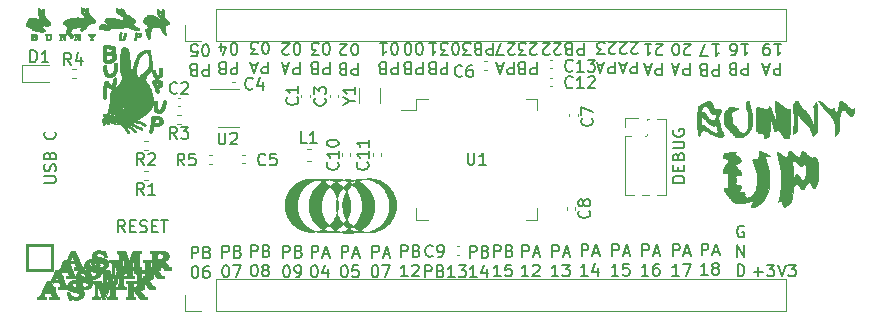
<source format=gbr>
%TF.GenerationSoftware,KiCad,Pcbnew,5.1.9+dfsg1-1*%
%TF.CreationDate,2022-01-14T18:54:08-05:00*%
%TF.ProjectId,samd51j18a,73616d64-3531-46a3-9138-612e6b696361,rev?*%
%TF.SameCoordinates,Original*%
%TF.FileFunction,Legend,Top*%
%TF.FilePolarity,Positive*%
%FSLAX46Y46*%
G04 Gerber Fmt 4.6, Leading zero omitted, Abs format (unit mm)*
G04 Created by KiCad (PCBNEW 5.1.9+dfsg1-1) date 2022-01-14 18:54:08*
%MOMM*%
%LPD*%
G01*
G04 APERTURE LIST*
%ADD10C,0.150000*%
%ADD11C,0.010000*%
%ADD12C,0.120000*%
%ADD13O,1.700000X1.700000*%
%ADD14R,1.700000X1.700000*%
%ADD15R,1.150000X0.300000*%
%ADD16O,0.650000X0.650000*%
%ADD17O,1.800000X1.000000*%
%ADD18O,2.100000X1.000000*%
%ADD19R,1.086500X0.300000*%
%ADD20O,1.000000X1.000000*%
%ADD21R,1.000000X1.000000*%
%ADD22R,1.800000X1.000000*%
%ADD23R,1.060000X0.650000*%
%ADD24R,1.600000X1.400000*%
G04 APERTURE END LIST*
D10*
X165917476Y-66730119D02*
X165917476Y-67730119D01*
X165536523Y-67730119D01*
X165441285Y-67682500D01*
X165393666Y-67634880D01*
X165346047Y-67539642D01*
X165346047Y-67396785D01*
X165393666Y-67301547D01*
X165441285Y-67253928D01*
X165536523Y-67206309D01*
X165917476Y-67206309D01*
X164965095Y-67015833D02*
X164488904Y-67015833D01*
X165060333Y-66730119D02*
X164727000Y-67730119D01*
X164393666Y-66730119D01*
X165417476Y-65080119D02*
X165988904Y-65080119D01*
X165703190Y-65080119D02*
X165703190Y-66080119D01*
X165798428Y-65937261D01*
X165893666Y-65842023D01*
X165988904Y-65794404D01*
X164941285Y-65080119D02*
X164750809Y-65080119D01*
X164655571Y-65127738D01*
X164607952Y-65175357D01*
X164512714Y-65318214D01*
X164465095Y-65508690D01*
X164465095Y-65889642D01*
X164512714Y-65984880D01*
X164560333Y-66032500D01*
X164655571Y-66080119D01*
X164846047Y-66080119D01*
X164941285Y-66032500D01*
X164988904Y-65984880D01*
X165036523Y-65889642D01*
X165036523Y-65651547D01*
X164988904Y-65556309D01*
X164941285Y-65508690D01*
X164846047Y-65461071D01*
X164655571Y-65461071D01*
X164560333Y-65508690D01*
X164512714Y-65556309D01*
X164465095Y-65651547D01*
X163194904Y-66730119D02*
X163194904Y-67730119D01*
X162813952Y-67730119D01*
X162718714Y-67682500D01*
X162671095Y-67634880D01*
X162623476Y-67539642D01*
X162623476Y-67396785D01*
X162671095Y-67301547D01*
X162718714Y-67253928D01*
X162813952Y-67206309D01*
X163194904Y-67206309D01*
X161861571Y-67253928D02*
X161718714Y-67206309D01*
X161671095Y-67158690D01*
X161623476Y-67063452D01*
X161623476Y-66920595D01*
X161671095Y-66825357D01*
X161718714Y-66777738D01*
X161813952Y-66730119D01*
X162194904Y-66730119D01*
X162194904Y-67730119D01*
X161861571Y-67730119D01*
X161766333Y-67682500D01*
X161718714Y-67634880D01*
X161671095Y-67539642D01*
X161671095Y-67444404D01*
X161718714Y-67349166D01*
X161766333Y-67301547D01*
X161861571Y-67253928D01*
X162194904Y-67253928D01*
X162623476Y-65080119D02*
X163194904Y-65080119D01*
X162909190Y-65080119D02*
X162909190Y-66080119D01*
X163004428Y-65937261D01*
X163099666Y-65842023D01*
X163194904Y-65794404D01*
X161766333Y-66080119D02*
X161956809Y-66080119D01*
X162052047Y-66032500D01*
X162099666Y-65984880D01*
X162194904Y-65842023D01*
X162242523Y-65651547D01*
X162242523Y-65270595D01*
X162194904Y-65175357D01*
X162147285Y-65127738D01*
X162052047Y-65080119D01*
X161861571Y-65080119D01*
X161766333Y-65127738D01*
X161718714Y-65175357D01*
X161671095Y-65270595D01*
X161671095Y-65508690D01*
X161718714Y-65603928D01*
X161766333Y-65651547D01*
X161861571Y-65699166D01*
X162052047Y-65699166D01*
X162147285Y-65651547D01*
X162194904Y-65603928D01*
X162242523Y-65508690D01*
X160718404Y-66793619D02*
X160718404Y-67793619D01*
X160337452Y-67793619D01*
X160242214Y-67746000D01*
X160194595Y-67698380D01*
X160146976Y-67603142D01*
X160146976Y-67460285D01*
X160194595Y-67365047D01*
X160242214Y-67317428D01*
X160337452Y-67269809D01*
X160718404Y-67269809D01*
X159385071Y-67317428D02*
X159242214Y-67269809D01*
X159194595Y-67222190D01*
X159146976Y-67126952D01*
X159146976Y-66984095D01*
X159194595Y-66888857D01*
X159242214Y-66841238D01*
X159337452Y-66793619D01*
X159718404Y-66793619D01*
X159718404Y-67793619D01*
X159385071Y-67793619D01*
X159289833Y-67746000D01*
X159242214Y-67698380D01*
X159194595Y-67603142D01*
X159194595Y-67507904D01*
X159242214Y-67412666D01*
X159289833Y-67365047D01*
X159385071Y-67317428D01*
X159718404Y-67317428D01*
X160146976Y-65143619D02*
X160718404Y-65143619D01*
X160432690Y-65143619D02*
X160432690Y-66143619D01*
X160527928Y-66000761D01*
X160623166Y-65905523D01*
X160718404Y-65857904D01*
X159813642Y-66143619D02*
X159146976Y-66143619D01*
X159575547Y-65143619D01*
X158233976Y-66730119D02*
X158233976Y-67730119D01*
X157853023Y-67730119D01*
X157757785Y-67682500D01*
X157710166Y-67634880D01*
X157662547Y-67539642D01*
X157662547Y-67396785D01*
X157710166Y-67301547D01*
X157757785Y-67253928D01*
X157853023Y-67206309D01*
X158233976Y-67206309D01*
X157281595Y-67015833D02*
X156805404Y-67015833D01*
X157376833Y-66730119D02*
X157043500Y-67730119D01*
X156710166Y-66730119D01*
X158305404Y-65984880D02*
X158257785Y-66032500D01*
X158162547Y-66080119D01*
X157924452Y-66080119D01*
X157829214Y-66032500D01*
X157781595Y-65984880D01*
X157733976Y-65889642D01*
X157733976Y-65794404D01*
X157781595Y-65651547D01*
X158353023Y-65080119D01*
X157733976Y-65080119D01*
X157114928Y-66080119D02*
X157019690Y-66080119D01*
X156924452Y-66032500D01*
X156876833Y-65984880D01*
X156829214Y-65889642D01*
X156781595Y-65699166D01*
X156781595Y-65461071D01*
X156829214Y-65270595D01*
X156876833Y-65175357D01*
X156924452Y-65127738D01*
X157019690Y-65080119D01*
X157114928Y-65080119D01*
X157210166Y-65127738D01*
X157257785Y-65175357D01*
X157305404Y-65270595D01*
X157353023Y-65461071D01*
X157353023Y-65699166D01*
X157305404Y-65889642D01*
X157257785Y-65984880D01*
X157210166Y-66032500D01*
X157114928Y-66080119D01*
X155884476Y-66730119D02*
X155884476Y-67730119D01*
X155503523Y-67730119D01*
X155408285Y-67682500D01*
X155360666Y-67634880D01*
X155313047Y-67539642D01*
X155313047Y-67396785D01*
X155360666Y-67301547D01*
X155408285Y-67253928D01*
X155503523Y-67206309D01*
X155884476Y-67206309D01*
X154932095Y-67015833D02*
X154455904Y-67015833D01*
X155027333Y-66730119D02*
X154694000Y-67730119D01*
X154360666Y-66730119D01*
X155955904Y-65984880D02*
X155908285Y-66032500D01*
X155813047Y-66080119D01*
X155574952Y-66080119D01*
X155479714Y-66032500D01*
X155432095Y-65984880D01*
X155384476Y-65889642D01*
X155384476Y-65794404D01*
X155432095Y-65651547D01*
X156003523Y-65080119D01*
X155384476Y-65080119D01*
X154432095Y-65080119D02*
X155003523Y-65080119D01*
X154717809Y-65080119D02*
X154717809Y-66080119D01*
X154813047Y-65937261D01*
X154908285Y-65842023D01*
X155003523Y-65794404D01*
X153788976Y-66603119D02*
X153788976Y-67603119D01*
X153408023Y-67603119D01*
X153312785Y-67555500D01*
X153265166Y-67507880D01*
X153217547Y-67412642D01*
X153217547Y-67269785D01*
X153265166Y-67174547D01*
X153312785Y-67126928D01*
X153408023Y-67079309D01*
X153788976Y-67079309D01*
X152836595Y-66888833D02*
X152360404Y-66888833D01*
X152931833Y-66603119D02*
X152598500Y-67603119D01*
X152265166Y-66603119D01*
X153860404Y-65857880D02*
X153812785Y-65905500D01*
X153717547Y-65953119D01*
X153479452Y-65953119D01*
X153384214Y-65905500D01*
X153336595Y-65857880D01*
X153288976Y-65762642D01*
X153288976Y-65667404D01*
X153336595Y-65524547D01*
X153908023Y-64953119D01*
X153288976Y-64953119D01*
X152908023Y-65857880D02*
X152860404Y-65905500D01*
X152765166Y-65953119D01*
X152527071Y-65953119D01*
X152431833Y-65905500D01*
X152384214Y-65857880D01*
X152336595Y-65762642D01*
X152336595Y-65667404D01*
X152384214Y-65524547D01*
X152955642Y-64953119D01*
X152336595Y-64953119D01*
X151883976Y-66603119D02*
X151883976Y-67603119D01*
X151503023Y-67603119D01*
X151407785Y-67555500D01*
X151360166Y-67507880D01*
X151312547Y-67412642D01*
X151312547Y-67269785D01*
X151360166Y-67174547D01*
X151407785Y-67126928D01*
X151503023Y-67079309D01*
X151883976Y-67079309D01*
X150931595Y-66888833D02*
X150455404Y-66888833D01*
X151026833Y-66603119D02*
X150693500Y-67603119D01*
X150360166Y-66603119D01*
X151955404Y-65857880D02*
X151907785Y-65905500D01*
X151812547Y-65953119D01*
X151574452Y-65953119D01*
X151479214Y-65905500D01*
X151431595Y-65857880D01*
X151383976Y-65762642D01*
X151383976Y-65667404D01*
X151431595Y-65524547D01*
X152003023Y-64953119D01*
X151383976Y-64953119D01*
X151050642Y-65953119D02*
X150431595Y-65953119D01*
X150764928Y-65572166D01*
X150622071Y-65572166D01*
X150526833Y-65524547D01*
X150479214Y-65476928D01*
X150431595Y-65381690D01*
X150431595Y-65143595D01*
X150479214Y-65048357D01*
X150526833Y-65000738D01*
X150622071Y-64953119D01*
X150907785Y-64953119D01*
X151003023Y-65000738D01*
X151050642Y-65048357D01*
X149288285Y-65016119D02*
X149288285Y-66016119D01*
X148907333Y-66016119D01*
X148812095Y-65968500D01*
X148764476Y-65920880D01*
X148716857Y-65825642D01*
X148716857Y-65682785D01*
X148764476Y-65587547D01*
X148812095Y-65539928D01*
X148907333Y-65492309D01*
X149288285Y-65492309D01*
X147954952Y-65539928D02*
X147812095Y-65492309D01*
X147764476Y-65444690D01*
X147716857Y-65349452D01*
X147716857Y-65206595D01*
X147764476Y-65111357D01*
X147812095Y-65063738D01*
X147907333Y-65016119D01*
X148288285Y-65016119D01*
X148288285Y-66016119D01*
X147954952Y-66016119D01*
X147859714Y-65968500D01*
X147812095Y-65920880D01*
X147764476Y-65825642D01*
X147764476Y-65730404D01*
X147812095Y-65635166D01*
X147859714Y-65587547D01*
X147954952Y-65539928D01*
X148288285Y-65539928D01*
X147335904Y-65920880D02*
X147288285Y-65968500D01*
X147193047Y-66016119D01*
X146954952Y-66016119D01*
X146859714Y-65968500D01*
X146812095Y-65920880D01*
X146764476Y-65825642D01*
X146764476Y-65730404D01*
X146812095Y-65587547D01*
X147383523Y-65016119D01*
X146764476Y-65016119D01*
X146383523Y-65920880D02*
X146335904Y-65968500D01*
X146240666Y-66016119D01*
X146002571Y-66016119D01*
X145907333Y-65968500D01*
X145859714Y-65920880D01*
X145812095Y-65825642D01*
X145812095Y-65730404D01*
X145859714Y-65587547D01*
X146431142Y-65016119D01*
X145812095Y-65016119D01*
X141604785Y-65016119D02*
X141604785Y-66016119D01*
X141223833Y-66016119D01*
X141128595Y-65968500D01*
X141080976Y-65920880D01*
X141033357Y-65825642D01*
X141033357Y-65682785D01*
X141080976Y-65587547D01*
X141128595Y-65539928D01*
X141223833Y-65492309D01*
X141604785Y-65492309D01*
X140271452Y-65539928D02*
X140128595Y-65492309D01*
X140080976Y-65444690D01*
X140033357Y-65349452D01*
X140033357Y-65206595D01*
X140080976Y-65111357D01*
X140128595Y-65063738D01*
X140223833Y-65016119D01*
X140604785Y-65016119D01*
X140604785Y-66016119D01*
X140271452Y-66016119D01*
X140176214Y-65968500D01*
X140128595Y-65920880D01*
X140080976Y-65825642D01*
X140080976Y-65730404D01*
X140128595Y-65635166D01*
X140176214Y-65587547D01*
X140271452Y-65539928D01*
X140604785Y-65539928D01*
X139700023Y-66016119D02*
X139080976Y-66016119D01*
X139414309Y-65635166D01*
X139271452Y-65635166D01*
X139176214Y-65587547D01*
X139128595Y-65539928D01*
X139080976Y-65444690D01*
X139080976Y-65206595D01*
X139128595Y-65111357D01*
X139176214Y-65063738D01*
X139271452Y-65016119D01*
X139557166Y-65016119D01*
X139652404Y-65063738D01*
X139700023Y-65111357D01*
X138461928Y-66016119D02*
X138366690Y-66016119D01*
X138271452Y-65968500D01*
X138223833Y-65920880D01*
X138176214Y-65825642D01*
X138128595Y-65635166D01*
X138128595Y-65397071D01*
X138176214Y-65206595D01*
X138223833Y-65111357D01*
X138271452Y-65063738D01*
X138366690Y-65016119D01*
X138461928Y-65016119D01*
X138557166Y-65063738D01*
X138604785Y-65111357D01*
X138652404Y-65206595D01*
X138700023Y-65397071D01*
X138700023Y-65635166D01*
X138652404Y-65825642D01*
X138604785Y-65920880D01*
X138557166Y-65968500D01*
X138461928Y-66016119D01*
X145287904Y-66666619D02*
X145287904Y-67666619D01*
X144906952Y-67666619D01*
X144811714Y-67619000D01*
X144764095Y-67571380D01*
X144716476Y-67476142D01*
X144716476Y-67333285D01*
X144764095Y-67238047D01*
X144811714Y-67190428D01*
X144906952Y-67142809D01*
X145287904Y-67142809D01*
X143954571Y-67190428D02*
X143811714Y-67142809D01*
X143764095Y-67095190D01*
X143716476Y-66999952D01*
X143716476Y-66857095D01*
X143764095Y-66761857D01*
X143811714Y-66714238D01*
X143906952Y-66666619D01*
X144287904Y-66666619D01*
X144287904Y-67666619D01*
X143954571Y-67666619D01*
X143859333Y-67619000D01*
X143811714Y-67571380D01*
X143764095Y-67476142D01*
X143764095Y-67380904D01*
X143811714Y-67285666D01*
X143859333Y-67238047D01*
X143954571Y-67190428D01*
X144287904Y-67190428D01*
X145287904Y-65921380D02*
X145240285Y-65969000D01*
X145145047Y-66016619D01*
X144906952Y-66016619D01*
X144811714Y-65969000D01*
X144764095Y-65921380D01*
X144716476Y-65826142D01*
X144716476Y-65730904D01*
X144764095Y-65588047D01*
X145335523Y-65016619D01*
X144716476Y-65016619D01*
X144383142Y-66016619D02*
X143764095Y-66016619D01*
X144097428Y-65635666D01*
X143954571Y-65635666D01*
X143859333Y-65588047D01*
X143811714Y-65540428D01*
X143764095Y-65445190D01*
X143764095Y-65207095D01*
X143811714Y-65111857D01*
X143859333Y-65064238D01*
X143954571Y-65016619D01*
X144240285Y-65016619D01*
X144335523Y-65064238D01*
X144383142Y-65111857D01*
X143374976Y-66666619D02*
X143374976Y-67666619D01*
X142994023Y-67666619D01*
X142898785Y-67619000D01*
X142851166Y-67571380D01*
X142803547Y-67476142D01*
X142803547Y-67333285D01*
X142851166Y-67238047D01*
X142898785Y-67190428D01*
X142994023Y-67142809D01*
X143374976Y-67142809D01*
X142422595Y-66952333D02*
X141946404Y-66952333D01*
X142517833Y-66666619D02*
X142184500Y-67666619D01*
X141851166Y-66666619D01*
X143446404Y-65921380D02*
X143398785Y-65969000D01*
X143303547Y-66016619D01*
X143065452Y-66016619D01*
X142970214Y-65969000D01*
X142922595Y-65921380D01*
X142874976Y-65826142D01*
X142874976Y-65730904D01*
X142922595Y-65588047D01*
X143494023Y-65016619D01*
X142874976Y-65016619D01*
X142541642Y-66016619D02*
X141874976Y-66016619D01*
X142303547Y-65016619D01*
X137731404Y-66666619D02*
X137731404Y-67666619D01*
X137350452Y-67666619D01*
X137255214Y-67619000D01*
X137207595Y-67571380D01*
X137159976Y-67476142D01*
X137159976Y-67333285D01*
X137207595Y-67238047D01*
X137255214Y-67190428D01*
X137350452Y-67142809D01*
X137731404Y-67142809D01*
X136398071Y-67190428D02*
X136255214Y-67142809D01*
X136207595Y-67095190D01*
X136159976Y-66999952D01*
X136159976Y-66857095D01*
X136207595Y-66761857D01*
X136255214Y-66714238D01*
X136350452Y-66666619D01*
X136731404Y-66666619D01*
X136731404Y-67666619D01*
X136398071Y-67666619D01*
X136302833Y-67619000D01*
X136255214Y-67571380D01*
X136207595Y-67476142D01*
X136207595Y-67380904D01*
X136255214Y-67285666D01*
X136302833Y-67238047D01*
X136398071Y-67190428D01*
X136731404Y-67190428D01*
X137779023Y-66016619D02*
X137159976Y-66016619D01*
X137493309Y-65635666D01*
X137350452Y-65635666D01*
X137255214Y-65588047D01*
X137207595Y-65540428D01*
X137159976Y-65445190D01*
X137159976Y-65207095D01*
X137207595Y-65111857D01*
X137255214Y-65064238D01*
X137350452Y-65016619D01*
X137636166Y-65016619D01*
X137731404Y-65064238D01*
X137779023Y-65111857D01*
X136207595Y-65016619D02*
X136779023Y-65016619D01*
X136493309Y-65016619D02*
X136493309Y-66016619D01*
X136588547Y-65873761D01*
X136683785Y-65778523D01*
X136779023Y-65730904D01*
X135635904Y-66666619D02*
X135635904Y-67666619D01*
X135254952Y-67666619D01*
X135159714Y-67619000D01*
X135112095Y-67571380D01*
X135064476Y-67476142D01*
X135064476Y-67333285D01*
X135112095Y-67238047D01*
X135159714Y-67190428D01*
X135254952Y-67142809D01*
X135635904Y-67142809D01*
X134302571Y-67190428D02*
X134159714Y-67142809D01*
X134112095Y-67095190D01*
X134064476Y-66999952D01*
X134064476Y-66857095D01*
X134112095Y-66761857D01*
X134159714Y-66714238D01*
X134254952Y-66666619D01*
X134635904Y-66666619D01*
X134635904Y-67666619D01*
X134302571Y-67666619D01*
X134207333Y-67619000D01*
X134159714Y-67571380D01*
X134112095Y-67476142D01*
X134112095Y-67380904D01*
X134159714Y-67285666D01*
X134207333Y-67238047D01*
X134302571Y-67190428D01*
X134635904Y-67190428D01*
X135397809Y-66016619D02*
X135302571Y-66016619D01*
X135207333Y-65969000D01*
X135159714Y-65921380D01*
X135112095Y-65826142D01*
X135064476Y-65635666D01*
X135064476Y-65397571D01*
X135112095Y-65207095D01*
X135159714Y-65111857D01*
X135207333Y-65064238D01*
X135302571Y-65016619D01*
X135397809Y-65016619D01*
X135493047Y-65064238D01*
X135540666Y-65111857D01*
X135588285Y-65207095D01*
X135635904Y-65397571D01*
X135635904Y-65635666D01*
X135588285Y-65826142D01*
X135540666Y-65921380D01*
X135493047Y-65969000D01*
X135397809Y-66016619D01*
X134445428Y-66016619D02*
X134350190Y-66016619D01*
X134254952Y-65969000D01*
X134207333Y-65921380D01*
X134159714Y-65826142D01*
X134112095Y-65635666D01*
X134112095Y-65397571D01*
X134159714Y-65207095D01*
X134207333Y-65111857D01*
X134254952Y-65064238D01*
X134350190Y-65016619D01*
X134445428Y-65016619D01*
X134540666Y-65064238D01*
X134588285Y-65111857D01*
X134635904Y-65207095D01*
X134683523Y-65397571D01*
X134683523Y-65635666D01*
X134635904Y-65826142D01*
X134588285Y-65921380D01*
X134540666Y-65969000D01*
X134445428Y-66016619D01*
X133540404Y-66666619D02*
X133540404Y-67666619D01*
X133159452Y-67666619D01*
X133064214Y-67619000D01*
X133016595Y-67571380D01*
X132968976Y-67476142D01*
X132968976Y-67333285D01*
X133016595Y-67238047D01*
X133064214Y-67190428D01*
X133159452Y-67142809D01*
X133540404Y-67142809D01*
X132207071Y-67190428D02*
X132064214Y-67142809D01*
X132016595Y-67095190D01*
X131968976Y-66999952D01*
X131968976Y-66857095D01*
X132016595Y-66761857D01*
X132064214Y-66714238D01*
X132159452Y-66666619D01*
X132540404Y-66666619D01*
X132540404Y-67666619D01*
X132207071Y-67666619D01*
X132111833Y-67619000D01*
X132064214Y-67571380D01*
X132016595Y-67476142D01*
X132016595Y-67380904D01*
X132064214Y-67285666D01*
X132111833Y-67238047D01*
X132207071Y-67190428D01*
X132540404Y-67190428D01*
X133302309Y-66016619D02*
X133207071Y-66016619D01*
X133111833Y-65969000D01*
X133064214Y-65921380D01*
X133016595Y-65826142D01*
X132968976Y-65635666D01*
X132968976Y-65397571D01*
X133016595Y-65207095D01*
X133064214Y-65111857D01*
X133111833Y-65064238D01*
X133207071Y-65016619D01*
X133302309Y-65016619D01*
X133397547Y-65064238D01*
X133445166Y-65111857D01*
X133492785Y-65207095D01*
X133540404Y-65397571D01*
X133540404Y-65635666D01*
X133492785Y-65826142D01*
X133445166Y-65921380D01*
X133397547Y-65969000D01*
X133302309Y-66016619D01*
X132016595Y-65016619D02*
X132588023Y-65016619D01*
X132302309Y-65016619D02*
X132302309Y-66016619D01*
X132397547Y-65873761D01*
X132492785Y-65778523D01*
X132588023Y-65730904D01*
X130174904Y-66730119D02*
X130174904Y-67730119D01*
X129793952Y-67730119D01*
X129698714Y-67682500D01*
X129651095Y-67634880D01*
X129603476Y-67539642D01*
X129603476Y-67396785D01*
X129651095Y-67301547D01*
X129698714Y-67253928D01*
X129793952Y-67206309D01*
X130174904Y-67206309D01*
X128841571Y-67253928D02*
X128698714Y-67206309D01*
X128651095Y-67158690D01*
X128603476Y-67063452D01*
X128603476Y-66920595D01*
X128651095Y-66825357D01*
X128698714Y-66777738D01*
X128793952Y-66730119D01*
X129174904Y-66730119D01*
X129174904Y-67730119D01*
X128841571Y-67730119D01*
X128746333Y-67682500D01*
X128698714Y-67634880D01*
X128651095Y-67539642D01*
X128651095Y-67444404D01*
X128698714Y-67349166D01*
X128746333Y-67301547D01*
X128841571Y-67253928D01*
X129174904Y-67253928D01*
X129936809Y-66080119D02*
X129841571Y-66080119D01*
X129746333Y-66032500D01*
X129698714Y-65984880D01*
X129651095Y-65889642D01*
X129603476Y-65699166D01*
X129603476Y-65461071D01*
X129651095Y-65270595D01*
X129698714Y-65175357D01*
X129746333Y-65127738D01*
X129841571Y-65080119D01*
X129936809Y-65080119D01*
X130032047Y-65127738D01*
X130079666Y-65175357D01*
X130127285Y-65270595D01*
X130174904Y-65461071D01*
X130174904Y-65699166D01*
X130127285Y-65889642D01*
X130079666Y-65984880D01*
X130032047Y-66032500D01*
X129936809Y-66080119D01*
X129222523Y-65984880D02*
X129174904Y-66032500D01*
X129079666Y-66080119D01*
X128841571Y-66080119D01*
X128746333Y-66032500D01*
X128698714Y-65984880D01*
X128651095Y-65889642D01*
X128651095Y-65794404D01*
X128698714Y-65651547D01*
X129270142Y-65080119D01*
X128651095Y-65080119D01*
X127761904Y-66666619D02*
X127761904Y-67666619D01*
X127380952Y-67666619D01*
X127285714Y-67619000D01*
X127238095Y-67571380D01*
X127190476Y-67476142D01*
X127190476Y-67333285D01*
X127238095Y-67238047D01*
X127285714Y-67190428D01*
X127380952Y-67142809D01*
X127761904Y-67142809D01*
X126428571Y-67190428D02*
X126285714Y-67142809D01*
X126238095Y-67095190D01*
X126190476Y-66999952D01*
X126190476Y-66857095D01*
X126238095Y-66761857D01*
X126285714Y-66714238D01*
X126380952Y-66666619D01*
X126761904Y-66666619D01*
X126761904Y-67666619D01*
X126428571Y-67666619D01*
X126333333Y-67619000D01*
X126285714Y-67571380D01*
X126238095Y-67476142D01*
X126238095Y-67380904D01*
X126285714Y-67285666D01*
X126333333Y-67238047D01*
X126428571Y-67190428D01*
X126761904Y-67190428D01*
X127523809Y-66016619D02*
X127428571Y-66016619D01*
X127333333Y-65969000D01*
X127285714Y-65921380D01*
X127238095Y-65826142D01*
X127190476Y-65635666D01*
X127190476Y-65397571D01*
X127238095Y-65207095D01*
X127285714Y-65111857D01*
X127333333Y-65064238D01*
X127428571Y-65016619D01*
X127523809Y-65016619D01*
X127619047Y-65064238D01*
X127666666Y-65111857D01*
X127714285Y-65207095D01*
X127761904Y-65397571D01*
X127761904Y-65635666D01*
X127714285Y-65826142D01*
X127666666Y-65921380D01*
X127619047Y-65969000D01*
X127523809Y-66016619D01*
X126857142Y-66016619D02*
X126238095Y-66016619D01*
X126571428Y-65635666D01*
X126428571Y-65635666D01*
X126333333Y-65588047D01*
X126285714Y-65540428D01*
X126238095Y-65445190D01*
X126238095Y-65207095D01*
X126285714Y-65111857D01*
X126333333Y-65064238D01*
X126428571Y-65016619D01*
X126714285Y-65016619D01*
X126809523Y-65064238D01*
X126857142Y-65111857D01*
X125213976Y-66666619D02*
X125213976Y-67666619D01*
X124833023Y-67666619D01*
X124737785Y-67619000D01*
X124690166Y-67571380D01*
X124642547Y-67476142D01*
X124642547Y-67333285D01*
X124690166Y-67238047D01*
X124737785Y-67190428D01*
X124833023Y-67142809D01*
X125213976Y-67142809D01*
X124261595Y-66952333D02*
X123785404Y-66952333D01*
X124356833Y-66666619D02*
X124023500Y-67666619D01*
X123690166Y-66666619D01*
X125047309Y-66016619D02*
X124952071Y-66016619D01*
X124856833Y-65969000D01*
X124809214Y-65921380D01*
X124761595Y-65826142D01*
X124713976Y-65635666D01*
X124713976Y-65397571D01*
X124761595Y-65207095D01*
X124809214Y-65111857D01*
X124856833Y-65064238D01*
X124952071Y-65016619D01*
X125047309Y-65016619D01*
X125142547Y-65064238D01*
X125190166Y-65111857D01*
X125237785Y-65207095D01*
X125285404Y-65397571D01*
X125285404Y-65635666D01*
X125237785Y-65826142D01*
X125190166Y-65921380D01*
X125142547Y-65969000D01*
X125047309Y-66016619D01*
X124333023Y-65921380D02*
X124285404Y-65969000D01*
X124190166Y-66016619D01*
X123952071Y-66016619D01*
X123856833Y-65969000D01*
X123809214Y-65921380D01*
X123761595Y-65826142D01*
X123761595Y-65730904D01*
X123809214Y-65588047D01*
X124380642Y-65016619D01*
X123761595Y-65016619D01*
X122546976Y-66603119D02*
X122546976Y-67603119D01*
X122166023Y-67603119D01*
X122070785Y-67555500D01*
X122023166Y-67507880D01*
X121975547Y-67412642D01*
X121975547Y-67269785D01*
X122023166Y-67174547D01*
X122070785Y-67126928D01*
X122166023Y-67079309D01*
X122546976Y-67079309D01*
X121594595Y-66888833D02*
X121118404Y-66888833D01*
X121689833Y-66603119D02*
X121356500Y-67603119D01*
X121023166Y-66603119D01*
X122380309Y-65953119D02*
X122285071Y-65953119D01*
X122189833Y-65905500D01*
X122142214Y-65857880D01*
X122094595Y-65762642D01*
X122046976Y-65572166D01*
X122046976Y-65334071D01*
X122094595Y-65143595D01*
X122142214Y-65048357D01*
X122189833Y-65000738D01*
X122285071Y-64953119D01*
X122380309Y-64953119D01*
X122475547Y-65000738D01*
X122523166Y-65048357D01*
X122570785Y-65143595D01*
X122618404Y-65334071D01*
X122618404Y-65572166D01*
X122570785Y-65762642D01*
X122523166Y-65857880D01*
X122475547Y-65905500D01*
X122380309Y-65953119D01*
X121713642Y-65953119D02*
X121094595Y-65953119D01*
X121427928Y-65572166D01*
X121285071Y-65572166D01*
X121189833Y-65524547D01*
X121142214Y-65476928D01*
X121094595Y-65381690D01*
X121094595Y-65143595D01*
X121142214Y-65048357D01*
X121189833Y-65000738D01*
X121285071Y-64953119D01*
X121570785Y-64953119D01*
X121666023Y-65000738D01*
X121713642Y-65048357D01*
X119951404Y-66666619D02*
X119951404Y-67666619D01*
X119570452Y-67666619D01*
X119475214Y-67619000D01*
X119427595Y-67571380D01*
X119379976Y-67476142D01*
X119379976Y-67333285D01*
X119427595Y-67238047D01*
X119475214Y-67190428D01*
X119570452Y-67142809D01*
X119951404Y-67142809D01*
X118618071Y-67190428D02*
X118475214Y-67142809D01*
X118427595Y-67095190D01*
X118379976Y-66999952D01*
X118379976Y-66857095D01*
X118427595Y-66761857D01*
X118475214Y-66714238D01*
X118570452Y-66666619D01*
X118951404Y-66666619D01*
X118951404Y-67666619D01*
X118618071Y-67666619D01*
X118522833Y-67619000D01*
X118475214Y-67571380D01*
X118427595Y-67476142D01*
X118427595Y-67380904D01*
X118475214Y-67285666D01*
X118522833Y-67238047D01*
X118618071Y-67190428D01*
X118951404Y-67190428D01*
X119713309Y-66016619D02*
X119618071Y-66016619D01*
X119522833Y-65969000D01*
X119475214Y-65921380D01*
X119427595Y-65826142D01*
X119379976Y-65635666D01*
X119379976Y-65397571D01*
X119427595Y-65207095D01*
X119475214Y-65111857D01*
X119522833Y-65064238D01*
X119618071Y-65016619D01*
X119713309Y-65016619D01*
X119808547Y-65064238D01*
X119856166Y-65111857D01*
X119903785Y-65207095D01*
X119951404Y-65397571D01*
X119951404Y-65635666D01*
X119903785Y-65826142D01*
X119856166Y-65921380D01*
X119808547Y-65969000D01*
X119713309Y-66016619D01*
X118522833Y-65683285D02*
X118522833Y-65016619D01*
X118760928Y-66064238D02*
X118999023Y-65349952D01*
X118379976Y-65349952D01*
X117538404Y-66793619D02*
X117538404Y-67793619D01*
X117157452Y-67793619D01*
X117062214Y-67746000D01*
X117014595Y-67698380D01*
X116966976Y-67603142D01*
X116966976Y-67460285D01*
X117014595Y-67365047D01*
X117062214Y-67317428D01*
X117157452Y-67269809D01*
X117538404Y-67269809D01*
X116205071Y-67317428D02*
X116062214Y-67269809D01*
X116014595Y-67222190D01*
X115966976Y-67126952D01*
X115966976Y-66984095D01*
X116014595Y-66888857D01*
X116062214Y-66841238D01*
X116157452Y-66793619D01*
X116538404Y-66793619D01*
X116538404Y-67793619D01*
X116205071Y-67793619D01*
X116109833Y-67746000D01*
X116062214Y-67698380D01*
X116014595Y-67603142D01*
X116014595Y-67507904D01*
X116062214Y-67412666D01*
X116109833Y-67365047D01*
X116205071Y-67317428D01*
X116538404Y-67317428D01*
X117300309Y-66143619D02*
X117205071Y-66143619D01*
X117109833Y-66096000D01*
X117062214Y-66048380D01*
X117014595Y-65953142D01*
X116966976Y-65762666D01*
X116966976Y-65524571D01*
X117014595Y-65334095D01*
X117062214Y-65238857D01*
X117109833Y-65191238D01*
X117205071Y-65143619D01*
X117300309Y-65143619D01*
X117395547Y-65191238D01*
X117443166Y-65238857D01*
X117490785Y-65334095D01*
X117538404Y-65524571D01*
X117538404Y-65762666D01*
X117490785Y-65953142D01*
X117443166Y-66048380D01*
X117395547Y-66096000D01*
X117300309Y-66143619D01*
X116062214Y-66143619D02*
X116538404Y-66143619D01*
X116586023Y-65667428D01*
X116538404Y-65715047D01*
X116443166Y-65762666D01*
X116205071Y-65762666D01*
X116109833Y-65715047D01*
X116062214Y-65667428D01*
X116014595Y-65572190D01*
X116014595Y-65334095D01*
X116062214Y-65238857D01*
X116109833Y-65191238D01*
X116205071Y-65143619D01*
X116443166Y-65143619D01*
X116538404Y-65191238D01*
X116586023Y-65238857D01*
X135826714Y-84843880D02*
X135826714Y-83843880D01*
X136207666Y-83843880D01*
X136302904Y-83891500D01*
X136350523Y-83939119D01*
X136398142Y-84034357D01*
X136398142Y-84177214D01*
X136350523Y-84272452D01*
X136302904Y-84320071D01*
X136207666Y-84367690D01*
X135826714Y-84367690D01*
X137160047Y-84320071D02*
X137302904Y-84367690D01*
X137350523Y-84415309D01*
X137398142Y-84510547D01*
X137398142Y-84653404D01*
X137350523Y-84748642D01*
X137302904Y-84796261D01*
X137207666Y-84843880D01*
X136826714Y-84843880D01*
X136826714Y-83843880D01*
X137160047Y-83843880D01*
X137255285Y-83891500D01*
X137302904Y-83939119D01*
X137350523Y-84034357D01*
X137350523Y-84129595D01*
X137302904Y-84224833D01*
X137255285Y-84272452D01*
X137160047Y-84320071D01*
X136826714Y-84320071D01*
X138350523Y-84843880D02*
X137779095Y-84843880D01*
X138064809Y-84843880D02*
X138064809Y-83843880D01*
X137969571Y-83986738D01*
X137874333Y-84081976D01*
X137779095Y-84129595D01*
X138683857Y-83843880D02*
X139302904Y-83843880D01*
X138969571Y-84224833D01*
X139112428Y-84224833D01*
X139207666Y-84272452D01*
X139255285Y-84320071D01*
X139302904Y-84415309D01*
X139302904Y-84653404D01*
X139255285Y-84748642D01*
X139207666Y-84796261D01*
X139112428Y-84843880D01*
X138826714Y-84843880D01*
X138731476Y-84796261D01*
X138683857Y-84748642D01*
X139636595Y-83193380D02*
X139636595Y-82193380D01*
X140017547Y-82193380D01*
X140112785Y-82241000D01*
X140160404Y-82288619D01*
X140208023Y-82383857D01*
X140208023Y-82526714D01*
X140160404Y-82621952D01*
X140112785Y-82669571D01*
X140017547Y-82717190D01*
X139636595Y-82717190D01*
X140969928Y-82669571D02*
X141112785Y-82717190D01*
X141160404Y-82764809D01*
X141208023Y-82860047D01*
X141208023Y-83002904D01*
X141160404Y-83098142D01*
X141112785Y-83145761D01*
X141017547Y-83193380D01*
X140636595Y-83193380D01*
X140636595Y-82193380D01*
X140969928Y-82193380D01*
X141065166Y-82241000D01*
X141112785Y-82288619D01*
X141160404Y-82383857D01*
X141160404Y-82479095D01*
X141112785Y-82574333D01*
X141065166Y-82621952D01*
X140969928Y-82669571D01*
X140636595Y-82669571D01*
X140208023Y-84843380D02*
X139636595Y-84843380D01*
X139922309Y-84843380D02*
X139922309Y-83843380D01*
X139827071Y-83986238D01*
X139731833Y-84081476D01*
X139636595Y-84129095D01*
X141065166Y-84176714D02*
X141065166Y-84843380D01*
X140827071Y-83795761D02*
X140588976Y-84510047D01*
X141208023Y-84510047D01*
X163655595Y-84399428D02*
X164417500Y-84399428D01*
X164036547Y-84780380D02*
X164036547Y-84018476D01*
X164798452Y-83780380D02*
X165417500Y-83780380D01*
X165084166Y-84161333D01*
X165227023Y-84161333D01*
X165322261Y-84208952D01*
X165369880Y-84256571D01*
X165417500Y-84351809D01*
X165417500Y-84589904D01*
X165369880Y-84685142D01*
X165322261Y-84732761D01*
X165227023Y-84780380D01*
X164941309Y-84780380D01*
X164846071Y-84732761D01*
X164798452Y-84685142D01*
X165703214Y-83780380D02*
X166036547Y-84780380D01*
X166369880Y-83780380D01*
X166607976Y-83780380D02*
X167227023Y-83780380D01*
X166893690Y-84161333D01*
X167036547Y-84161333D01*
X167131785Y-84208952D01*
X167179404Y-84256571D01*
X167227023Y-84351809D01*
X167227023Y-84589904D01*
X167179404Y-84685142D01*
X167131785Y-84732761D01*
X167036547Y-84780380D01*
X166750833Y-84780380D01*
X166655595Y-84732761D01*
X166607976Y-84685142D01*
X162821904Y-80527000D02*
X162726666Y-80479380D01*
X162583809Y-80479380D01*
X162440952Y-80527000D01*
X162345714Y-80622238D01*
X162298095Y-80717476D01*
X162250476Y-80907952D01*
X162250476Y-81050809D01*
X162298095Y-81241285D01*
X162345714Y-81336523D01*
X162440952Y-81431761D01*
X162583809Y-81479380D01*
X162679047Y-81479380D01*
X162821904Y-81431761D01*
X162869523Y-81384142D01*
X162869523Y-81050809D01*
X162679047Y-81050809D01*
X162274285Y-83129380D02*
X162274285Y-82129380D01*
X162845714Y-83129380D01*
X162845714Y-82129380D01*
X162298095Y-84779380D02*
X162298095Y-83779380D01*
X162536190Y-83779380D01*
X162679047Y-83827000D01*
X162774285Y-83922238D01*
X162821904Y-84017476D01*
X162869523Y-84207952D01*
X162869523Y-84350809D01*
X162821904Y-84541285D01*
X162774285Y-84636523D01*
X162679047Y-84731761D01*
X162536190Y-84779380D01*
X162298095Y-84779380D01*
X159266023Y-83002880D02*
X159266023Y-82002880D01*
X159646976Y-82002880D01*
X159742214Y-82050500D01*
X159789833Y-82098119D01*
X159837452Y-82193357D01*
X159837452Y-82336214D01*
X159789833Y-82431452D01*
X159742214Y-82479071D01*
X159646976Y-82526690D01*
X159266023Y-82526690D01*
X160218404Y-82717166D02*
X160694595Y-82717166D01*
X160123166Y-83002880D02*
X160456500Y-82002880D01*
X160789833Y-83002880D01*
X159766023Y-84652880D02*
X159194595Y-84652880D01*
X159480309Y-84652880D02*
X159480309Y-83652880D01*
X159385071Y-83795738D01*
X159289833Y-83890976D01*
X159194595Y-83938595D01*
X160337452Y-84081452D02*
X160242214Y-84033833D01*
X160194595Y-83986214D01*
X160146976Y-83890976D01*
X160146976Y-83843357D01*
X160194595Y-83748119D01*
X160242214Y-83700500D01*
X160337452Y-83652880D01*
X160527928Y-83652880D01*
X160623166Y-83700500D01*
X160670785Y-83748119D01*
X160718404Y-83843357D01*
X160718404Y-83890976D01*
X160670785Y-83986214D01*
X160623166Y-84033833D01*
X160527928Y-84081452D01*
X160337452Y-84081452D01*
X160242214Y-84129071D01*
X160194595Y-84176690D01*
X160146976Y-84271928D01*
X160146976Y-84462404D01*
X160194595Y-84557642D01*
X160242214Y-84605261D01*
X160337452Y-84652880D01*
X160527928Y-84652880D01*
X160623166Y-84605261D01*
X160670785Y-84557642D01*
X160718404Y-84462404D01*
X160718404Y-84271928D01*
X160670785Y-84176690D01*
X160623166Y-84129071D01*
X160527928Y-84081452D01*
X156853023Y-83066380D02*
X156853023Y-82066380D01*
X157233976Y-82066380D01*
X157329214Y-82114000D01*
X157376833Y-82161619D01*
X157424452Y-82256857D01*
X157424452Y-82399714D01*
X157376833Y-82494952D01*
X157329214Y-82542571D01*
X157233976Y-82590190D01*
X156853023Y-82590190D01*
X157805404Y-82780666D02*
X158281595Y-82780666D01*
X157710166Y-83066380D02*
X158043500Y-82066380D01*
X158376833Y-83066380D01*
X157353023Y-84716380D02*
X156781595Y-84716380D01*
X157067309Y-84716380D02*
X157067309Y-83716380D01*
X156972071Y-83859238D01*
X156876833Y-83954476D01*
X156781595Y-84002095D01*
X157686357Y-83716380D02*
X158353023Y-83716380D01*
X157924452Y-84716380D01*
X154249523Y-83066380D02*
X154249523Y-82066380D01*
X154630476Y-82066380D01*
X154725714Y-82114000D01*
X154773333Y-82161619D01*
X154820952Y-82256857D01*
X154820952Y-82399714D01*
X154773333Y-82494952D01*
X154725714Y-82542571D01*
X154630476Y-82590190D01*
X154249523Y-82590190D01*
X155201904Y-82780666D02*
X155678095Y-82780666D01*
X155106666Y-83066380D02*
X155440000Y-82066380D01*
X155773333Y-83066380D01*
X154749523Y-84716380D02*
X154178095Y-84716380D01*
X154463809Y-84716380D02*
X154463809Y-83716380D01*
X154368571Y-83859238D01*
X154273333Y-83954476D01*
X154178095Y-84002095D01*
X155606666Y-83716380D02*
X155416190Y-83716380D01*
X155320952Y-83764000D01*
X155273333Y-83811619D01*
X155178095Y-83954476D01*
X155130476Y-84144952D01*
X155130476Y-84525904D01*
X155178095Y-84621142D01*
X155225714Y-84668761D01*
X155320952Y-84716380D01*
X155511428Y-84716380D01*
X155606666Y-84668761D01*
X155654285Y-84621142D01*
X155701904Y-84525904D01*
X155701904Y-84287809D01*
X155654285Y-84192571D01*
X155606666Y-84144952D01*
X155511428Y-84097333D01*
X155320952Y-84097333D01*
X155225714Y-84144952D01*
X155178095Y-84192571D01*
X155130476Y-84287809D01*
X151709523Y-83066380D02*
X151709523Y-82066380D01*
X152090476Y-82066380D01*
X152185714Y-82114000D01*
X152233333Y-82161619D01*
X152280952Y-82256857D01*
X152280952Y-82399714D01*
X152233333Y-82494952D01*
X152185714Y-82542571D01*
X152090476Y-82590190D01*
X151709523Y-82590190D01*
X152661904Y-82780666D02*
X153138095Y-82780666D01*
X152566666Y-83066380D02*
X152900000Y-82066380D01*
X153233333Y-83066380D01*
X152209523Y-84716380D02*
X151638095Y-84716380D01*
X151923809Y-84716380D02*
X151923809Y-83716380D01*
X151828571Y-83859238D01*
X151733333Y-83954476D01*
X151638095Y-84002095D01*
X153114285Y-83716380D02*
X152638095Y-83716380D01*
X152590476Y-84192571D01*
X152638095Y-84144952D01*
X152733333Y-84097333D01*
X152971428Y-84097333D01*
X153066666Y-84144952D01*
X153114285Y-84192571D01*
X153161904Y-84287809D01*
X153161904Y-84525904D01*
X153114285Y-84621142D01*
X153066666Y-84668761D01*
X152971428Y-84716380D01*
X152733333Y-84716380D01*
X152638095Y-84668761D01*
X152590476Y-84621142D01*
X149106023Y-83066380D02*
X149106023Y-82066380D01*
X149486976Y-82066380D01*
X149582214Y-82114000D01*
X149629833Y-82161619D01*
X149677452Y-82256857D01*
X149677452Y-82399714D01*
X149629833Y-82494952D01*
X149582214Y-82542571D01*
X149486976Y-82590190D01*
X149106023Y-82590190D01*
X150058404Y-82780666D02*
X150534595Y-82780666D01*
X149963166Y-83066380D02*
X150296500Y-82066380D01*
X150629833Y-83066380D01*
X149606023Y-84716380D02*
X149034595Y-84716380D01*
X149320309Y-84716380D02*
X149320309Y-83716380D01*
X149225071Y-83859238D01*
X149129833Y-83954476D01*
X149034595Y-84002095D01*
X150463166Y-84049714D02*
X150463166Y-84716380D01*
X150225071Y-83668761D02*
X149986976Y-84383047D01*
X150606023Y-84383047D01*
X146629523Y-83129880D02*
X146629523Y-82129880D01*
X147010476Y-82129880D01*
X147105714Y-82177500D01*
X147153333Y-82225119D01*
X147200952Y-82320357D01*
X147200952Y-82463214D01*
X147153333Y-82558452D01*
X147105714Y-82606071D01*
X147010476Y-82653690D01*
X146629523Y-82653690D01*
X147581904Y-82844166D02*
X148058095Y-82844166D01*
X147486666Y-83129880D02*
X147820000Y-82129880D01*
X148153333Y-83129880D01*
X147129523Y-84779880D02*
X146558095Y-84779880D01*
X146843809Y-84779880D02*
X146843809Y-83779880D01*
X146748571Y-83922738D01*
X146653333Y-84017976D01*
X146558095Y-84065595D01*
X147462857Y-83779880D02*
X148081904Y-83779880D01*
X147748571Y-84160833D01*
X147891428Y-84160833D01*
X147986666Y-84208452D01*
X148034285Y-84256071D01*
X148081904Y-84351309D01*
X148081904Y-84589404D01*
X148034285Y-84684642D01*
X147986666Y-84732261D01*
X147891428Y-84779880D01*
X147605714Y-84779880D01*
X147510476Y-84732261D01*
X147462857Y-84684642D01*
X144089523Y-83129880D02*
X144089523Y-82129880D01*
X144470476Y-82129880D01*
X144565714Y-82177500D01*
X144613333Y-82225119D01*
X144660952Y-82320357D01*
X144660952Y-82463214D01*
X144613333Y-82558452D01*
X144565714Y-82606071D01*
X144470476Y-82653690D01*
X144089523Y-82653690D01*
X145041904Y-82844166D02*
X145518095Y-82844166D01*
X144946666Y-83129880D02*
X145280000Y-82129880D01*
X145613333Y-83129880D01*
X144589523Y-84779880D02*
X144018095Y-84779880D01*
X144303809Y-84779880D02*
X144303809Y-83779880D01*
X144208571Y-83922738D01*
X144113333Y-84017976D01*
X144018095Y-84065595D01*
X144970476Y-83875119D02*
X145018095Y-83827500D01*
X145113333Y-83779880D01*
X145351428Y-83779880D01*
X145446666Y-83827500D01*
X145494285Y-83875119D01*
X145541904Y-83970357D01*
X145541904Y-84065595D01*
X145494285Y-84208452D01*
X144922857Y-84779880D01*
X145541904Y-84779880D01*
X141668595Y-83129880D02*
X141668595Y-82129880D01*
X142049547Y-82129880D01*
X142144785Y-82177500D01*
X142192404Y-82225119D01*
X142240023Y-82320357D01*
X142240023Y-82463214D01*
X142192404Y-82558452D01*
X142144785Y-82606071D01*
X142049547Y-82653690D01*
X141668595Y-82653690D01*
X143001928Y-82606071D02*
X143144785Y-82653690D01*
X143192404Y-82701309D01*
X143240023Y-82796547D01*
X143240023Y-82939404D01*
X143192404Y-83034642D01*
X143144785Y-83082261D01*
X143049547Y-83129880D01*
X142668595Y-83129880D01*
X142668595Y-82129880D01*
X143001928Y-82129880D01*
X143097166Y-82177500D01*
X143144785Y-82225119D01*
X143192404Y-82320357D01*
X143192404Y-82415595D01*
X143144785Y-82510833D01*
X143097166Y-82558452D01*
X143001928Y-82606071D01*
X142668595Y-82606071D01*
X142240023Y-84779880D02*
X141668595Y-84779880D01*
X141954309Y-84779880D02*
X141954309Y-83779880D01*
X141859071Y-83922738D01*
X141763833Y-84017976D01*
X141668595Y-84065595D01*
X143144785Y-83779880D02*
X142668595Y-83779880D01*
X142620976Y-84256071D01*
X142668595Y-84208452D01*
X142763833Y-84160833D01*
X143001928Y-84160833D01*
X143097166Y-84208452D01*
X143144785Y-84256071D01*
X143192404Y-84351309D01*
X143192404Y-84589404D01*
X143144785Y-84684642D01*
X143097166Y-84732261D01*
X143001928Y-84779880D01*
X142763833Y-84779880D01*
X142668595Y-84732261D01*
X142620976Y-84684642D01*
X133794595Y-83129880D02*
X133794595Y-82129880D01*
X134175547Y-82129880D01*
X134270785Y-82177500D01*
X134318404Y-82225119D01*
X134366023Y-82320357D01*
X134366023Y-82463214D01*
X134318404Y-82558452D01*
X134270785Y-82606071D01*
X134175547Y-82653690D01*
X133794595Y-82653690D01*
X135127928Y-82606071D02*
X135270785Y-82653690D01*
X135318404Y-82701309D01*
X135366023Y-82796547D01*
X135366023Y-82939404D01*
X135318404Y-83034642D01*
X135270785Y-83082261D01*
X135175547Y-83129880D01*
X134794595Y-83129880D01*
X134794595Y-82129880D01*
X135127928Y-82129880D01*
X135223166Y-82177500D01*
X135270785Y-82225119D01*
X135318404Y-82320357D01*
X135318404Y-82415595D01*
X135270785Y-82510833D01*
X135223166Y-82558452D01*
X135127928Y-82606071D01*
X134794595Y-82606071D01*
X134366023Y-84779880D02*
X133794595Y-84779880D01*
X134080309Y-84779880D02*
X134080309Y-83779880D01*
X133985071Y-83922738D01*
X133889833Y-84017976D01*
X133794595Y-84065595D01*
X134746976Y-83875119D02*
X134794595Y-83827500D01*
X134889833Y-83779880D01*
X135127928Y-83779880D01*
X135223166Y-83827500D01*
X135270785Y-83875119D01*
X135318404Y-83970357D01*
X135318404Y-84065595D01*
X135270785Y-84208452D01*
X134699357Y-84779880D01*
X135318404Y-84779880D01*
X131389523Y-83193380D02*
X131389523Y-82193380D01*
X131770476Y-82193380D01*
X131865714Y-82241000D01*
X131913333Y-82288619D01*
X131960952Y-82383857D01*
X131960952Y-82526714D01*
X131913333Y-82621952D01*
X131865714Y-82669571D01*
X131770476Y-82717190D01*
X131389523Y-82717190D01*
X132341904Y-82907666D02*
X132818095Y-82907666D01*
X132246666Y-83193380D02*
X132580000Y-82193380D01*
X132913333Y-83193380D01*
X131556190Y-83843380D02*
X131651428Y-83843380D01*
X131746666Y-83891000D01*
X131794285Y-83938619D01*
X131841904Y-84033857D01*
X131889523Y-84224333D01*
X131889523Y-84462428D01*
X131841904Y-84652904D01*
X131794285Y-84748142D01*
X131746666Y-84795761D01*
X131651428Y-84843380D01*
X131556190Y-84843380D01*
X131460952Y-84795761D01*
X131413333Y-84748142D01*
X131365714Y-84652904D01*
X131318095Y-84462428D01*
X131318095Y-84224333D01*
X131365714Y-84033857D01*
X131413333Y-83938619D01*
X131460952Y-83891000D01*
X131556190Y-83843380D01*
X132222857Y-83843380D02*
X132889523Y-83843380D01*
X132460952Y-84843380D01*
X128786023Y-83193380D02*
X128786023Y-82193380D01*
X129166976Y-82193380D01*
X129262214Y-82241000D01*
X129309833Y-82288619D01*
X129357452Y-82383857D01*
X129357452Y-82526714D01*
X129309833Y-82621952D01*
X129262214Y-82669571D01*
X129166976Y-82717190D01*
X128786023Y-82717190D01*
X129738404Y-82907666D02*
X130214595Y-82907666D01*
X129643166Y-83193380D02*
X129976500Y-82193380D01*
X130309833Y-83193380D01*
X128952690Y-83843380D02*
X129047928Y-83843380D01*
X129143166Y-83891000D01*
X129190785Y-83938619D01*
X129238404Y-84033857D01*
X129286023Y-84224333D01*
X129286023Y-84462428D01*
X129238404Y-84652904D01*
X129190785Y-84748142D01*
X129143166Y-84795761D01*
X129047928Y-84843380D01*
X128952690Y-84843380D01*
X128857452Y-84795761D01*
X128809833Y-84748142D01*
X128762214Y-84652904D01*
X128714595Y-84462428D01*
X128714595Y-84224333D01*
X128762214Y-84033857D01*
X128809833Y-83938619D01*
X128857452Y-83891000D01*
X128952690Y-83843380D01*
X130190785Y-83843380D02*
X129714595Y-83843380D01*
X129666976Y-84319571D01*
X129714595Y-84271952D01*
X129809833Y-84224333D01*
X130047928Y-84224333D01*
X130143166Y-84271952D01*
X130190785Y-84319571D01*
X130238404Y-84414809D01*
X130238404Y-84652904D01*
X130190785Y-84748142D01*
X130143166Y-84795761D01*
X130047928Y-84843380D01*
X129809833Y-84843380D01*
X129714595Y-84795761D01*
X129666976Y-84748142D01*
X126246023Y-83193380D02*
X126246023Y-82193380D01*
X126626976Y-82193380D01*
X126722214Y-82241000D01*
X126769833Y-82288619D01*
X126817452Y-82383857D01*
X126817452Y-82526714D01*
X126769833Y-82621952D01*
X126722214Y-82669571D01*
X126626976Y-82717190D01*
X126246023Y-82717190D01*
X127198404Y-82907666D02*
X127674595Y-82907666D01*
X127103166Y-83193380D02*
X127436500Y-82193380D01*
X127769833Y-83193380D01*
X126412690Y-83843380D02*
X126507928Y-83843380D01*
X126603166Y-83891000D01*
X126650785Y-83938619D01*
X126698404Y-84033857D01*
X126746023Y-84224333D01*
X126746023Y-84462428D01*
X126698404Y-84652904D01*
X126650785Y-84748142D01*
X126603166Y-84795761D01*
X126507928Y-84843380D01*
X126412690Y-84843380D01*
X126317452Y-84795761D01*
X126269833Y-84748142D01*
X126222214Y-84652904D01*
X126174595Y-84462428D01*
X126174595Y-84224333D01*
X126222214Y-84033857D01*
X126269833Y-83938619D01*
X126317452Y-83891000D01*
X126412690Y-83843380D01*
X127603166Y-84176714D02*
X127603166Y-84843380D01*
X127365071Y-83795761D02*
X127126976Y-84510047D01*
X127746023Y-84510047D01*
X123825095Y-83193380D02*
X123825095Y-82193380D01*
X124206047Y-82193380D01*
X124301285Y-82241000D01*
X124348904Y-82288619D01*
X124396523Y-82383857D01*
X124396523Y-82526714D01*
X124348904Y-82621952D01*
X124301285Y-82669571D01*
X124206047Y-82717190D01*
X123825095Y-82717190D01*
X125158428Y-82669571D02*
X125301285Y-82717190D01*
X125348904Y-82764809D01*
X125396523Y-82860047D01*
X125396523Y-83002904D01*
X125348904Y-83098142D01*
X125301285Y-83145761D01*
X125206047Y-83193380D01*
X124825095Y-83193380D01*
X124825095Y-82193380D01*
X125158428Y-82193380D01*
X125253666Y-82241000D01*
X125301285Y-82288619D01*
X125348904Y-82383857D01*
X125348904Y-82479095D01*
X125301285Y-82574333D01*
X125253666Y-82621952D01*
X125158428Y-82669571D01*
X124825095Y-82669571D01*
X124063190Y-83843380D02*
X124158428Y-83843380D01*
X124253666Y-83891000D01*
X124301285Y-83938619D01*
X124348904Y-84033857D01*
X124396523Y-84224333D01*
X124396523Y-84462428D01*
X124348904Y-84652904D01*
X124301285Y-84748142D01*
X124253666Y-84795761D01*
X124158428Y-84843380D01*
X124063190Y-84843380D01*
X123967952Y-84795761D01*
X123920333Y-84748142D01*
X123872714Y-84652904D01*
X123825095Y-84462428D01*
X123825095Y-84224333D01*
X123872714Y-84033857D01*
X123920333Y-83938619D01*
X123967952Y-83891000D01*
X124063190Y-83843380D01*
X124872714Y-84843380D02*
X125063190Y-84843380D01*
X125158428Y-84795761D01*
X125206047Y-84748142D01*
X125301285Y-84605285D01*
X125348904Y-84414809D01*
X125348904Y-84033857D01*
X125301285Y-83938619D01*
X125253666Y-83891000D01*
X125158428Y-83843380D01*
X124967952Y-83843380D01*
X124872714Y-83891000D01*
X124825095Y-83938619D01*
X124777476Y-84033857D01*
X124777476Y-84271952D01*
X124825095Y-84367190D01*
X124872714Y-84414809D01*
X124967952Y-84462428D01*
X125158428Y-84462428D01*
X125253666Y-84414809D01*
X125301285Y-84367190D01*
X125348904Y-84271952D01*
X121094595Y-83129880D02*
X121094595Y-82129880D01*
X121475547Y-82129880D01*
X121570785Y-82177500D01*
X121618404Y-82225119D01*
X121666023Y-82320357D01*
X121666023Y-82463214D01*
X121618404Y-82558452D01*
X121570785Y-82606071D01*
X121475547Y-82653690D01*
X121094595Y-82653690D01*
X122427928Y-82606071D02*
X122570785Y-82653690D01*
X122618404Y-82701309D01*
X122666023Y-82796547D01*
X122666023Y-82939404D01*
X122618404Y-83034642D01*
X122570785Y-83082261D01*
X122475547Y-83129880D01*
X122094595Y-83129880D01*
X122094595Y-82129880D01*
X122427928Y-82129880D01*
X122523166Y-82177500D01*
X122570785Y-82225119D01*
X122618404Y-82320357D01*
X122618404Y-82415595D01*
X122570785Y-82510833D01*
X122523166Y-82558452D01*
X122427928Y-82606071D01*
X122094595Y-82606071D01*
X121332690Y-83779880D02*
X121427928Y-83779880D01*
X121523166Y-83827500D01*
X121570785Y-83875119D01*
X121618404Y-83970357D01*
X121666023Y-84160833D01*
X121666023Y-84398928D01*
X121618404Y-84589404D01*
X121570785Y-84684642D01*
X121523166Y-84732261D01*
X121427928Y-84779880D01*
X121332690Y-84779880D01*
X121237452Y-84732261D01*
X121189833Y-84684642D01*
X121142214Y-84589404D01*
X121094595Y-84398928D01*
X121094595Y-84160833D01*
X121142214Y-83970357D01*
X121189833Y-83875119D01*
X121237452Y-83827500D01*
X121332690Y-83779880D01*
X122237452Y-84208452D02*
X122142214Y-84160833D01*
X122094595Y-84113214D01*
X122046976Y-84017976D01*
X122046976Y-83970357D01*
X122094595Y-83875119D01*
X122142214Y-83827500D01*
X122237452Y-83779880D01*
X122427928Y-83779880D01*
X122523166Y-83827500D01*
X122570785Y-83875119D01*
X122618404Y-83970357D01*
X122618404Y-84017976D01*
X122570785Y-84113214D01*
X122523166Y-84160833D01*
X122427928Y-84208452D01*
X122237452Y-84208452D01*
X122142214Y-84256071D01*
X122094595Y-84303690D01*
X122046976Y-84398928D01*
X122046976Y-84589404D01*
X122094595Y-84684642D01*
X122142214Y-84732261D01*
X122237452Y-84779880D01*
X122427928Y-84779880D01*
X122523166Y-84732261D01*
X122570785Y-84684642D01*
X122618404Y-84589404D01*
X122618404Y-84398928D01*
X122570785Y-84303690D01*
X122523166Y-84256071D01*
X122427928Y-84208452D01*
X118681595Y-83193380D02*
X118681595Y-82193380D01*
X119062547Y-82193380D01*
X119157785Y-82241000D01*
X119205404Y-82288619D01*
X119253023Y-82383857D01*
X119253023Y-82526714D01*
X119205404Y-82621952D01*
X119157785Y-82669571D01*
X119062547Y-82717190D01*
X118681595Y-82717190D01*
X120014928Y-82669571D02*
X120157785Y-82717190D01*
X120205404Y-82764809D01*
X120253023Y-82860047D01*
X120253023Y-83002904D01*
X120205404Y-83098142D01*
X120157785Y-83145761D01*
X120062547Y-83193380D01*
X119681595Y-83193380D01*
X119681595Y-82193380D01*
X120014928Y-82193380D01*
X120110166Y-82241000D01*
X120157785Y-82288619D01*
X120205404Y-82383857D01*
X120205404Y-82479095D01*
X120157785Y-82574333D01*
X120110166Y-82621952D01*
X120014928Y-82669571D01*
X119681595Y-82669571D01*
X118919690Y-83843380D02*
X119014928Y-83843380D01*
X119110166Y-83891000D01*
X119157785Y-83938619D01*
X119205404Y-84033857D01*
X119253023Y-84224333D01*
X119253023Y-84462428D01*
X119205404Y-84652904D01*
X119157785Y-84748142D01*
X119110166Y-84795761D01*
X119014928Y-84843380D01*
X118919690Y-84843380D01*
X118824452Y-84795761D01*
X118776833Y-84748142D01*
X118729214Y-84652904D01*
X118681595Y-84462428D01*
X118681595Y-84224333D01*
X118729214Y-84033857D01*
X118776833Y-83938619D01*
X118824452Y-83891000D01*
X118919690Y-83843380D01*
X119586357Y-83843380D02*
X120253023Y-83843380D01*
X119824452Y-84843380D01*
X116078095Y-83256880D02*
X116078095Y-82256880D01*
X116459047Y-82256880D01*
X116554285Y-82304500D01*
X116601904Y-82352119D01*
X116649523Y-82447357D01*
X116649523Y-82590214D01*
X116601904Y-82685452D01*
X116554285Y-82733071D01*
X116459047Y-82780690D01*
X116078095Y-82780690D01*
X117411428Y-82733071D02*
X117554285Y-82780690D01*
X117601904Y-82828309D01*
X117649523Y-82923547D01*
X117649523Y-83066404D01*
X117601904Y-83161642D01*
X117554285Y-83209261D01*
X117459047Y-83256880D01*
X117078095Y-83256880D01*
X117078095Y-82256880D01*
X117411428Y-82256880D01*
X117506666Y-82304500D01*
X117554285Y-82352119D01*
X117601904Y-82447357D01*
X117601904Y-82542595D01*
X117554285Y-82637833D01*
X117506666Y-82685452D01*
X117411428Y-82733071D01*
X117078095Y-82733071D01*
X116316190Y-83906880D02*
X116411428Y-83906880D01*
X116506666Y-83954500D01*
X116554285Y-84002119D01*
X116601904Y-84097357D01*
X116649523Y-84287833D01*
X116649523Y-84525928D01*
X116601904Y-84716404D01*
X116554285Y-84811642D01*
X116506666Y-84859261D01*
X116411428Y-84906880D01*
X116316190Y-84906880D01*
X116220952Y-84859261D01*
X116173333Y-84811642D01*
X116125714Y-84716404D01*
X116078095Y-84525928D01*
X116078095Y-84287833D01*
X116125714Y-84097357D01*
X116173333Y-84002119D01*
X116220952Y-83954500D01*
X116316190Y-83906880D01*
X117506666Y-83906880D02*
X117316190Y-83906880D01*
X117220952Y-83954500D01*
X117173333Y-84002119D01*
X117078095Y-84144976D01*
X117030476Y-84335452D01*
X117030476Y-84716404D01*
X117078095Y-84811642D01*
X117125714Y-84859261D01*
X117220952Y-84906880D01*
X117411428Y-84906880D01*
X117506666Y-84859261D01*
X117554285Y-84811642D01*
X117601904Y-84716404D01*
X117601904Y-84478309D01*
X117554285Y-84383071D01*
X117506666Y-84335452D01*
X117411428Y-84287833D01*
X117220952Y-84287833D01*
X117125714Y-84335452D01*
X117078095Y-84383071D01*
X117030476Y-84478309D01*
D11*
%TO.C,G\u002A\u002A\u002A*%
G36*
X171026275Y-69924932D02*
G01*
X171068676Y-69931667D01*
X171110443Y-69943739D01*
X171153264Y-69962354D01*
X171198826Y-69988716D01*
X171248819Y-70024029D01*
X171304929Y-70069497D01*
X171368845Y-70126325D01*
X171442254Y-70195717D01*
X171526844Y-70278877D01*
X171538163Y-70290175D01*
X171598777Y-70350030D01*
X171656803Y-70405945D01*
X171710007Y-70455863D01*
X171756161Y-70497724D01*
X171793033Y-70529471D01*
X171818392Y-70549046D01*
X171819656Y-70549893D01*
X171895024Y-70591650D01*
X171965934Y-70614225D01*
X172033176Y-70617730D01*
X172097541Y-70602273D01*
X172120793Y-70591766D01*
X172160745Y-70571384D01*
X172160745Y-70701446D01*
X172160536Y-70755191D01*
X172159237Y-70794753D01*
X172155837Y-70825941D01*
X172149326Y-70854562D01*
X172138692Y-70886426D01*
X172122925Y-70927342D01*
X172120276Y-70934058D01*
X172080898Y-71023318D01*
X172040738Y-71093098D01*
X171999354Y-71143907D01*
X171956302Y-71176254D01*
X171911138Y-71190648D01*
X171896078Y-71191546D01*
X171857195Y-71184788D01*
X171815174Y-71163844D01*
X171768726Y-71127713D01*
X171716562Y-71075390D01*
X171657700Y-71006260D01*
X171601274Y-70936317D01*
X171555470Y-70880024D01*
X171518508Y-70835349D01*
X171488608Y-70800261D01*
X171463990Y-70772731D01*
X171442873Y-70750726D01*
X171423478Y-70732215D01*
X171404024Y-70715169D01*
X171398462Y-70710497D01*
X171342228Y-70670357D01*
X171291320Y-70648944D01*
X171244293Y-70646177D01*
X171199706Y-70661970D01*
X171156115Y-70696241D01*
X171155890Y-70696466D01*
X171127087Y-70730415D01*
X171098981Y-70774537D01*
X171071026Y-70830244D01*
X171042679Y-70898945D01*
X171013396Y-70982053D01*
X170982632Y-71080978D01*
X170949844Y-71197131D01*
X170921842Y-71303198D01*
X170872071Y-71496426D01*
X170861575Y-71946249D01*
X170859233Y-72042359D01*
X170856788Y-72134911D01*
X170854319Y-72221433D01*
X170851905Y-72299452D01*
X170849624Y-72366498D01*
X170847556Y-72420098D01*
X170845778Y-72457780D01*
X170844821Y-72472509D01*
X170838562Y-72548946D01*
X170679836Y-72707416D01*
X170521111Y-72865887D01*
X170526366Y-72820905D01*
X170530722Y-72775944D01*
X170535463Y-72713064D01*
X170540473Y-72634330D01*
X170545641Y-72541809D01*
X170550852Y-72437567D01*
X170555992Y-72323670D01*
X170560947Y-72202184D01*
X170562146Y-72170817D01*
X170573655Y-71865594D01*
X170496296Y-71710998D01*
X170451436Y-71622394D01*
X170411920Y-71547047D01*
X170374890Y-71479978D01*
X170337493Y-71416212D01*
X170296873Y-71350769D01*
X170250173Y-71278674D01*
X170235555Y-71256521D01*
X170177021Y-71171060D01*
X170118309Y-71091963D01*
X170056396Y-71015702D01*
X169988261Y-70938749D01*
X169910880Y-70857578D01*
X169821230Y-70768660D01*
X169799607Y-70747753D01*
X169707607Y-70658083D01*
X169628253Y-70578229D01*
X169558829Y-70505212D01*
X169496620Y-70436052D01*
X169438909Y-70367771D01*
X169382982Y-70297389D01*
X169352155Y-70256914D01*
X169315272Y-70206909D01*
X169277402Y-70153930D01*
X169240375Y-70100718D01*
X169206022Y-70050012D01*
X169176172Y-70004554D01*
X169152655Y-69967082D01*
X169137301Y-69940336D01*
X169131937Y-69927178D01*
X169140682Y-69921597D01*
X169163831Y-69921316D01*
X169196758Y-69925512D01*
X169234837Y-69933363D01*
X169273440Y-69944045D01*
X169307942Y-69956734D01*
X169314350Y-69959632D01*
X169352765Y-69979408D01*
X169391566Y-70003138D01*
X169432829Y-70032515D01*
X169478631Y-70069231D01*
X169531046Y-70114979D01*
X169592150Y-70171451D01*
X169664020Y-70240340D01*
X169691717Y-70267322D01*
X169745839Y-70319823D01*
X169799106Y-70370771D01*
X169848672Y-70417500D01*
X169891694Y-70457342D01*
X169925326Y-70487631D01*
X169941619Y-70501606D01*
X170021495Y-70559141D01*
X170097816Y-70597066D01*
X170170798Y-70615402D01*
X170240660Y-70614172D01*
X170307619Y-70593397D01*
X170371894Y-70553100D01*
X170380533Y-70546034D01*
X170400870Y-70530348D01*
X170413887Y-70522970D01*
X170415722Y-70523065D01*
X170422117Y-70534144D01*
X170435742Y-70560465D01*
X170455226Y-70599222D01*
X170479196Y-70647612D01*
X170506279Y-70702830D01*
X170535104Y-70762070D01*
X170564299Y-70822529D01*
X170592490Y-70881402D01*
X170618305Y-70935884D01*
X170631541Y-70964136D01*
X170655762Y-71015355D01*
X170677356Y-71059608D01*
X170694841Y-71093971D01*
X170706736Y-71115518D01*
X170711312Y-71121574D01*
X170714639Y-71112145D01*
X170720691Y-71085597D01*
X170728957Y-71044542D01*
X170738930Y-70991591D01*
X170750101Y-70929354D01*
X170760485Y-70869173D01*
X170786934Y-70714472D01*
X170810755Y-70578204D01*
X170832232Y-70459023D01*
X170851649Y-70355583D01*
X170869290Y-70266538D01*
X170885438Y-70190541D01*
X170900377Y-70126248D01*
X170914390Y-70072311D01*
X170927762Y-70027384D01*
X170940777Y-69990123D01*
X170951012Y-69965173D01*
X170971321Y-69919260D01*
X171026275Y-69924932D01*
G37*
X171026275Y-69924932D02*
X171068676Y-69931667D01*
X171110443Y-69943739D01*
X171153264Y-69962354D01*
X171198826Y-69988716D01*
X171248819Y-70024029D01*
X171304929Y-70069497D01*
X171368845Y-70126325D01*
X171442254Y-70195717D01*
X171526844Y-70278877D01*
X171538163Y-70290175D01*
X171598777Y-70350030D01*
X171656803Y-70405945D01*
X171710007Y-70455863D01*
X171756161Y-70497724D01*
X171793033Y-70529471D01*
X171818392Y-70549046D01*
X171819656Y-70549893D01*
X171895024Y-70591650D01*
X171965934Y-70614225D01*
X172033176Y-70617730D01*
X172097541Y-70602273D01*
X172120793Y-70591766D01*
X172160745Y-70571384D01*
X172160745Y-70701446D01*
X172160536Y-70755191D01*
X172159237Y-70794753D01*
X172155837Y-70825941D01*
X172149326Y-70854562D01*
X172138692Y-70886426D01*
X172122925Y-70927342D01*
X172120276Y-70934058D01*
X172080898Y-71023318D01*
X172040738Y-71093098D01*
X171999354Y-71143907D01*
X171956302Y-71176254D01*
X171911138Y-71190648D01*
X171896078Y-71191546D01*
X171857195Y-71184788D01*
X171815174Y-71163844D01*
X171768726Y-71127713D01*
X171716562Y-71075390D01*
X171657700Y-71006260D01*
X171601274Y-70936317D01*
X171555470Y-70880024D01*
X171518508Y-70835349D01*
X171488608Y-70800261D01*
X171463990Y-70772731D01*
X171442873Y-70750726D01*
X171423478Y-70732215D01*
X171404024Y-70715169D01*
X171398462Y-70710497D01*
X171342228Y-70670357D01*
X171291320Y-70648944D01*
X171244293Y-70646177D01*
X171199706Y-70661970D01*
X171156115Y-70696241D01*
X171155890Y-70696466D01*
X171127087Y-70730415D01*
X171098981Y-70774537D01*
X171071026Y-70830244D01*
X171042679Y-70898945D01*
X171013396Y-70982053D01*
X170982632Y-71080978D01*
X170949844Y-71197131D01*
X170921842Y-71303198D01*
X170872071Y-71496426D01*
X170861575Y-71946249D01*
X170859233Y-72042359D01*
X170856788Y-72134911D01*
X170854319Y-72221433D01*
X170851905Y-72299452D01*
X170849624Y-72366498D01*
X170847556Y-72420098D01*
X170845778Y-72457780D01*
X170844821Y-72472509D01*
X170838562Y-72548946D01*
X170679836Y-72707416D01*
X170521111Y-72865887D01*
X170526366Y-72820905D01*
X170530722Y-72775944D01*
X170535463Y-72713064D01*
X170540473Y-72634330D01*
X170545641Y-72541809D01*
X170550852Y-72437567D01*
X170555992Y-72323670D01*
X170560947Y-72202184D01*
X170562146Y-72170817D01*
X170573655Y-71865594D01*
X170496296Y-71710998D01*
X170451436Y-71622394D01*
X170411920Y-71547047D01*
X170374890Y-71479978D01*
X170337493Y-71416212D01*
X170296873Y-71350769D01*
X170250173Y-71278674D01*
X170235555Y-71256521D01*
X170177021Y-71171060D01*
X170118309Y-71091963D01*
X170056396Y-71015702D01*
X169988261Y-70938749D01*
X169910880Y-70857578D01*
X169821230Y-70768660D01*
X169799607Y-70747753D01*
X169707607Y-70658083D01*
X169628253Y-70578229D01*
X169558829Y-70505212D01*
X169496620Y-70436052D01*
X169438909Y-70367771D01*
X169382982Y-70297389D01*
X169352155Y-70256914D01*
X169315272Y-70206909D01*
X169277402Y-70153930D01*
X169240375Y-70100718D01*
X169206022Y-70050012D01*
X169176172Y-70004554D01*
X169152655Y-69967082D01*
X169137301Y-69940336D01*
X169131937Y-69927178D01*
X169140682Y-69921597D01*
X169163831Y-69921316D01*
X169196758Y-69925512D01*
X169234837Y-69933363D01*
X169273440Y-69944045D01*
X169307942Y-69956734D01*
X169314350Y-69959632D01*
X169352765Y-69979408D01*
X169391566Y-70003138D01*
X169432829Y-70032515D01*
X169478631Y-70069231D01*
X169531046Y-70114979D01*
X169592150Y-70171451D01*
X169664020Y-70240340D01*
X169691717Y-70267322D01*
X169745839Y-70319823D01*
X169799106Y-70370771D01*
X169848672Y-70417500D01*
X169891694Y-70457342D01*
X169925326Y-70487631D01*
X169941619Y-70501606D01*
X170021495Y-70559141D01*
X170097816Y-70597066D01*
X170170798Y-70615402D01*
X170240660Y-70614172D01*
X170307619Y-70593397D01*
X170371894Y-70553100D01*
X170380533Y-70546034D01*
X170400870Y-70530348D01*
X170413887Y-70522970D01*
X170415722Y-70523065D01*
X170422117Y-70534144D01*
X170435742Y-70560465D01*
X170455226Y-70599222D01*
X170479196Y-70647612D01*
X170506279Y-70702830D01*
X170535104Y-70762070D01*
X170564299Y-70822529D01*
X170592490Y-70881402D01*
X170618305Y-70935884D01*
X170631541Y-70964136D01*
X170655762Y-71015355D01*
X170677356Y-71059608D01*
X170694841Y-71093971D01*
X170706736Y-71115518D01*
X170711312Y-71121574D01*
X170714639Y-71112145D01*
X170720691Y-71085597D01*
X170728957Y-71044542D01*
X170738930Y-70991591D01*
X170750101Y-70929354D01*
X170760485Y-70869173D01*
X170786934Y-70714472D01*
X170810755Y-70578204D01*
X170832232Y-70459023D01*
X170851649Y-70355583D01*
X170869290Y-70266538D01*
X170885438Y-70190541D01*
X170900377Y-70126248D01*
X170914390Y-70072311D01*
X170927762Y-70027384D01*
X170940777Y-69990123D01*
X170951012Y-69965173D01*
X170971321Y-69919260D01*
X171026275Y-69924932D01*
G36*
X167341445Y-69926068D02*
G01*
X167363298Y-69939539D01*
X167384620Y-69965645D01*
X167409524Y-70007053D01*
X167412614Y-70012576D01*
X167442660Y-70064388D01*
X167480049Y-70125635D01*
X167521990Y-70192038D01*
X167565694Y-70259313D01*
X167608368Y-70323179D01*
X167647224Y-70379354D01*
X167679469Y-70423556D01*
X167685866Y-70431846D01*
X167705806Y-70455446D01*
X167737615Y-70490809D01*
X167779049Y-70535541D01*
X167827859Y-70587249D01*
X167881799Y-70643540D01*
X167938623Y-70702019D01*
X167957960Y-70721731D01*
X168053430Y-70820389D01*
X168135667Y-70909271D01*
X168206842Y-70991351D01*
X168269122Y-71069599D01*
X168324679Y-71146989D01*
X168375679Y-71226492D01*
X168424293Y-71311082D01*
X168472689Y-71403729D01*
X168507502Y-71474767D01*
X168536856Y-71536754D01*
X168562630Y-71593299D01*
X168586470Y-71648442D01*
X168610019Y-71706220D01*
X168634920Y-71770673D01*
X168662818Y-71845838D01*
X168695357Y-71935755D01*
X168696820Y-71939829D01*
X168759070Y-72113338D01*
X168765575Y-72065884D01*
X168767489Y-72041027D01*
X168769051Y-71998616D01*
X168770270Y-71941086D01*
X168771153Y-71870870D01*
X168771708Y-71790404D01*
X168771943Y-71702122D01*
X168771867Y-71608458D01*
X168771487Y-71511848D01*
X168770811Y-71414726D01*
X168769847Y-71319526D01*
X168768603Y-71228684D01*
X168767088Y-71144633D01*
X168765309Y-71069808D01*
X168763274Y-71006644D01*
X168761996Y-70976631D01*
X168757783Y-70895332D01*
X168752504Y-70803508D01*
X168746660Y-70709346D01*
X168740756Y-70621036D01*
X168736724Y-70565331D01*
X168721505Y-70363949D01*
X168806512Y-70237456D01*
X168851391Y-70171776D01*
X168890627Y-70116562D01*
X168923163Y-70073186D01*
X168947942Y-70043022D01*
X168963908Y-70027441D01*
X168969326Y-70025996D01*
X168972881Y-70038734D01*
X168977279Y-70069438D01*
X168982377Y-70116107D01*
X168988036Y-70176738D01*
X168994113Y-70249331D01*
X169000469Y-70331883D01*
X169006961Y-70422392D01*
X169013450Y-70518858D01*
X169019794Y-70619278D01*
X169025852Y-70721650D01*
X169031483Y-70823973D01*
X169036547Y-70924245D01*
X169040901Y-71020465D01*
X169042968Y-71071594D01*
X169046324Y-71182626D01*
X169048553Y-71308810D01*
X169049693Y-71446129D01*
X169049778Y-71590568D01*
X169048844Y-71738110D01*
X169046926Y-71884738D01*
X169044060Y-72026438D01*
X169040282Y-72159191D01*
X169035626Y-72278983D01*
X169031601Y-72357547D01*
X169020489Y-72548930D01*
X168863797Y-72704236D01*
X168802682Y-72764577D01*
X168754197Y-72811819D01*
X168716978Y-72847144D01*
X168689661Y-72871731D01*
X168670884Y-72886761D01*
X168659283Y-72893414D01*
X168653495Y-72892872D01*
X168652126Y-72887513D01*
X168648966Y-72872292D01*
X168640271Y-72841798D01*
X168627222Y-72799590D01*
X168610997Y-72749226D01*
X168592777Y-72694264D01*
X168573741Y-72638264D01*
X168555068Y-72584783D01*
X168537939Y-72537380D01*
X168523585Y-72499747D01*
X168465051Y-72365661D01*
X168400012Y-72240070D01*
X168330251Y-72125911D01*
X168257549Y-72026122D01*
X168190180Y-71950120D01*
X168152506Y-71914226D01*
X168104894Y-71871988D01*
X168053584Y-71828804D01*
X168007158Y-71791862D01*
X167957048Y-71751832D01*
X167903730Y-71706668D01*
X167853870Y-71662152D01*
X167817052Y-71627008D01*
X167745164Y-71546257D01*
X167671576Y-71446783D01*
X167596971Y-71329711D01*
X167522032Y-71196166D01*
X167447441Y-71047275D01*
X167392330Y-70926651D01*
X167364375Y-70863944D01*
X167343257Y-70818819D01*
X167328340Y-70790314D01*
X167318989Y-70777467D01*
X167314567Y-70779318D01*
X167314439Y-70794904D01*
X167316325Y-70811696D01*
X167318020Y-70832030D01*
X167320157Y-70869737D01*
X167322625Y-70922210D01*
X167325315Y-70986836D01*
X167328117Y-71061006D01*
X167330923Y-71142109D01*
X167333328Y-71217783D01*
X167336998Y-71389855D01*
X167338108Y-71574774D01*
X167336749Y-71766339D01*
X167333016Y-71958350D01*
X167327001Y-72144605D01*
X167318797Y-72318906D01*
X167316132Y-72364539D01*
X167309720Y-72469341D01*
X167248711Y-72514206D01*
X167217101Y-72538892D01*
X167176276Y-72572832D01*
X167131534Y-72611532D01*
X167088638Y-72650067D01*
X167052264Y-72683189D01*
X167021633Y-72710531D01*
X166999476Y-72729699D01*
X166988523Y-72738296D01*
X166987844Y-72738501D01*
X166988236Y-72728224D01*
X166990405Y-72701348D01*
X166994054Y-72661157D01*
X166998888Y-72610935D01*
X167003384Y-72566005D01*
X167031470Y-72223814D01*
X167047480Y-71872376D01*
X167051460Y-71516533D01*
X167043457Y-71161129D01*
X167023517Y-70811004D01*
X166991688Y-70471002D01*
X166982383Y-70392243D01*
X166963361Y-70237687D01*
X167008712Y-70164923D01*
X167067077Y-70081013D01*
X167126645Y-70014213D01*
X167186531Y-69965299D01*
X167245852Y-69935050D01*
X167279694Y-69926359D01*
X167314948Y-69922564D01*
X167341445Y-69926068D01*
G37*
X167341445Y-69926068D02*
X167363298Y-69939539D01*
X167384620Y-69965645D01*
X167409524Y-70007053D01*
X167412614Y-70012576D01*
X167442660Y-70064388D01*
X167480049Y-70125635D01*
X167521990Y-70192038D01*
X167565694Y-70259313D01*
X167608368Y-70323179D01*
X167647224Y-70379354D01*
X167679469Y-70423556D01*
X167685866Y-70431846D01*
X167705806Y-70455446D01*
X167737615Y-70490809D01*
X167779049Y-70535541D01*
X167827859Y-70587249D01*
X167881799Y-70643540D01*
X167938623Y-70702019D01*
X167957960Y-70721731D01*
X168053430Y-70820389D01*
X168135667Y-70909271D01*
X168206842Y-70991351D01*
X168269122Y-71069599D01*
X168324679Y-71146989D01*
X168375679Y-71226492D01*
X168424293Y-71311082D01*
X168472689Y-71403729D01*
X168507502Y-71474767D01*
X168536856Y-71536754D01*
X168562630Y-71593299D01*
X168586470Y-71648442D01*
X168610019Y-71706220D01*
X168634920Y-71770673D01*
X168662818Y-71845838D01*
X168695357Y-71935755D01*
X168696820Y-71939829D01*
X168759070Y-72113338D01*
X168765575Y-72065884D01*
X168767489Y-72041027D01*
X168769051Y-71998616D01*
X168770270Y-71941086D01*
X168771153Y-71870870D01*
X168771708Y-71790404D01*
X168771943Y-71702122D01*
X168771867Y-71608458D01*
X168771487Y-71511848D01*
X168770811Y-71414726D01*
X168769847Y-71319526D01*
X168768603Y-71228684D01*
X168767088Y-71144633D01*
X168765309Y-71069808D01*
X168763274Y-71006644D01*
X168761996Y-70976631D01*
X168757783Y-70895332D01*
X168752504Y-70803508D01*
X168746660Y-70709346D01*
X168740756Y-70621036D01*
X168736724Y-70565331D01*
X168721505Y-70363949D01*
X168806512Y-70237456D01*
X168851391Y-70171776D01*
X168890627Y-70116562D01*
X168923163Y-70073186D01*
X168947942Y-70043022D01*
X168963908Y-70027441D01*
X168969326Y-70025996D01*
X168972881Y-70038734D01*
X168977279Y-70069438D01*
X168982377Y-70116107D01*
X168988036Y-70176738D01*
X168994113Y-70249331D01*
X169000469Y-70331883D01*
X169006961Y-70422392D01*
X169013450Y-70518858D01*
X169019794Y-70619278D01*
X169025852Y-70721650D01*
X169031483Y-70823973D01*
X169036547Y-70924245D01*
X169040901Y-71020465D01*
X169042968Y-71071594D01*
X169046324Y-71182626D01*
X169048553Y-71308810D01*
X169049693Y-71446129D01*
X169049778Y-71590568D01*
X169048844Y-71738110D01*
X169046926Y-71884738D01*
X169044060Y-72026438D01*
X169040282Y-72159191D01*
X169035626Y-72278983D01*
X169031601Y-72357547D01*
X169020489Y-72548930D01*
X168863797Y-72704236D01*
X168802682Y-72764577D01*
X168754197Y-72811819D01*
X168716978Y-72847144D01*
X168689661Y-72871731D01*
X168670884Y-72886761D01*
X168659283Y-72893414D01*
X168653495Y-72892872D01*
X168652126Y-72887513D01*
X168648966Y-72872292D01*
X168640271Y-72841798D01*
X168627222Y-72799590D01*
X168610997Y-72749226D01*
X168592777Y-72694264D01*
X168573741Y-72638264D01*
X168555068Y-72584783D01*
X168537939Y-72537380D01*
X168523585Y-72499747D01*
X168465051Y-72365661D01*
X168400012Y-72240070D01*
X168330251Y-72125911D01*
X168257549Y-72026122D01*
X168190180Y-71950120D01*
X168152506Y-71914226D01*
X168104894Y-71871988D01*
X168053584Y-71828804D01*
X168007158Y-71791862D01*
X167957048Y-71751832D01*
X167903730Y-71706668D01*
X167853870Y-71662152D01*
X167817052Y-71627008D01*
X167745164Y-71546257D01*
X167671576Y-71446783D01*
X167596971Y-71329711D01*
X167522032Y-71196166D01*
X167447441Y-71047275D01*
X167392330Y-70926651D01*
X167364375Y-70863944D01*
X167343257Y-70818819D01*
X167328340Y-70790314D01*
X167318989Y-70777467D01*
X167314567Y-70779318D01*
X167314439Y-70794904D01*
X167316325Y-70811696D01*
X167318020Y-70832030D01*
X167320157Y-70869737D01*
X167322625Y-70922210D01*
X167325315Y-70986836D01*
X167328117Y-71061006D01*
X167330923Y-71142109D01*
X167333328Y-71217783D01*
X167336998Y-71389855D01*
X167338108Y-71574774D01*
X167336749Y-71766339D01*
X167333016Y-71958350D01*
X167327001Y-72144605D01*
X167318797Y-72318906D01*
X167316132Y-72364539D01*
X167309720Y-72469341D01*
X167248711Y-72514206D01*
X167217101Y-72538892D01*
X167176276Y-72572832D01*
X167131534Y-72611532D01*
X167088638Y-72650067D01*
X167052264Y-72683189D01*
X167021633Y-72710531D01*
X166999476Y-72729699D01*
X166988523Y-72738296D01*
X166987844Y-72738501D01*
X166988236Y-72728224D01*
X166990405Y-72701348D01*
X166994054Y-72661157D01*
X166998888Y-72610935D01*
X167003384Y-72566005D01*
X167031470Y-72223814D01*
X167047480Y-71872376D01*
X167051460Y-71516533D01*
X167043457Y-71161129D01*
X167023517Y-70811004D01*
X166991688Y-70471002D01*
X166982383Y-70392243D01*
X166963361Y-70237687D01*
X167008712Y-70164923D01*
X167067077Y-70081013D01*
X167126645Y-70014213D01*
X167186531Y-69965299D01*
X167245852Y-69935050D01*
X167279694Y-69926359D01*
X167314948Y-69922564D01*
X167341445Y-69926068D01*
G36*
X159874087Y-69955796D02*
G01*
X159940241Y-69970032D01*
X159979509Y-69986079D01*
X160030204Y-70016525D01*
X160074121Y-70056002D01*
X160112916Y-70106908D01*
X160148246Y-70171645D01*
X160181767Y-70252612D01*
X160200418Y-70306093D01*
X160229487Y-70389587D01*
X160256272Y-70456022D01*
X160282374Y-70507951D01*
X160309395Y-70547926D01*
X160338940Y-70578497D01*
X160372610Y-70602218D01*
X160393268Y-70613173D01*
X160412152Y-70621431D01*
X160432235Y-70627678D01*
X160456973Y-70632349D01*
X160489823Y-70635879D01*
X160534240Y-70638705D01*
X160593680Y-70641261D01*
X160625237Y-70642404D01*
X160685851Y-70645049D01*
X160741101Y-70648435D01*
X160787255Y-70652255D01*
X160820582Y-70656205D01*
X160836694Y-70659687D01*
X160868796Y-70679536D01*
X160887595Y-70708531D01*
X160893373Y-70748390D01*
X160886411Y-70800828D01*
X160869580Y-70859914D01*
X160856945Y-70892983D01*
X160836658Y-70940378D01*
X160810342Y-70998716D01*
X160779623Y-71064613D01*
X160746126Y-71134688D01*
X160711477Y-71205556D01*
X160677299Y-71273834D01*
X160645218Y-71336141D01*
X160616859Y-71389092D01*
X160606468Y-71407692D01*
X160566033Y-71478895D01*
X160610176Y-71473919D01*
X160640349Y-71472507D01*
X160661103Y-71479115D01*
X160682458Y-71497088D01*
X160683910Y-71498534D01*
X160698941Y-71516366D01*
X160712241Y-71539247D01*
X160724603Y-71569736D01*
X160736823Y-71610393D01*
X160749695Y-71663777D01*
X160764012Y-71732448D01*
X160776326Y-71796308D01*
X160798632Y-71909255D01*
X160820905Y-72008993D01*
X160844597Y-72099897D01*
X160871157Y-72186343D01*
X160902036Y-72272704D01*
X160938684Y-72363358D01*
X160982552Y-72462677D01*
X161033169Y-72571003D01*
X161071145Y-72656178D01*
X161096684Y-72727302D01*
X161109694Y-72786051D01*
X161110085Y-72834098D01*
X161097764Y-72873119D01*
X161072639Y-72904789D01*
X161034620Y-72930782D01*
X161012916Y-72941232D01*
X160964382Y-72955960D01*
X160901849Y-72965257D01*
X160830598Y-72968969D01*
X160755914Y-72966941D01*
X160683079Y-72959019D01*
X160645279Y-72951996D01*
X160558425Y-72931230D01*
X160475262Y-72907389D01*
X160393108Y-72879296D01*
X160309280Y-72845773D01*
X160221098Y-72805643D01*
X160125880Y-72757728D01*
X160020945Y-72700852D01*
X159903611Y-72633836D01*
X159852801Y-72604043D01*
X159760814Y-72550495D01*
X159683267Y-72507182D01*
X159617987Y-72473220D01*
X159562798Y-72447728D01*
X159515526Y-72429824D01*
X159473994Y-72418625D01*
X159436028Y-72413248D01*
X159399452Y-72412813D01*
X159383990Y-72413890D01*
X159333706Y-72422750D01*
X159288448Y-72440799D01*
X159246526Y-72469757D01*
X159206252Y-72511343D01*
X159165936Y-72567277D01*
X159123889Y-72639278D01*
X159082343Y-72720944D01*
X159012099Y-72865887D01*
X158984492Y-72750933D01*
X158922720Y-72451723D01*
X158879434Y-72146418D01*
X158854708Y-71836708D01*
X158848615Y-71524283D01*
X158856266Y-71334107D01*
X159195849Y-71334107D01*
X159195849Y-71616292D01*
X159196061Y-71691849D01*
X159196658Y-71762957D01*
X159197584Y-71826546D01*
X159198782Y-71879550D01*
X159200196Y-71918899D01*
X159201769Y-71941527D01*
X159201876Y-71942355D01*
X159207903Y-71986234D01*
X159289342Y-71986313D01*
X159323920Y-71987269D01*
X159355766Y-71990823D01*
X159386933Y-71998115D01*
X159419476Y-72010281D01*
X159455448Y-72028462D01*
X159496902Y-72053795D01*
X159545893Y-72087418D01*
X159604474Y-72130472D01*
X159674698Y-72184092D01*
X159745633Y-72239264D01*
X159859512Y-72326061D01*
X159961886Y-72399321D01*
X160054654Y-72460335D01*
X160139721Y-72510392D01*
X160165467Y-72524224D01*
X160256173Y-72566995D01*
X160339449Y-72596627D01*
X160413867Y-72612876D01*
X160477999Y-72615500D01*
X160530416Y-72604258D01*
X160556041Y-72590478D01*
X160581806Y-72563061D01*
X160597564Y-72523871D01*
X160603344Y-72471752D01*
X160599178Y-72405547D01*
X160585095Y-72324098D01*
X160565179Y-72241371D01*
X160541248Y-72160127D01*
X160516249Y-72092471D01*
X160490945Y-72039987D01*
X160466095Y-72004255D01*
X160442778Y-71986968D01*
X160430411Y-71983313D01*
X160417172Y-71981870D01*
X160399503Y-71983151D01*
X160373844Y-71987665D01*
X160336635Y-71995925D01*
X160284318Y-72008440D01*
X160271548Y-72011542D01*
X160205887Y-72017350D01*
X160134264Y-72004589D01*
X160057300Y-71973563D01*
X159975618Y-71924580D01*
X159889840Y-71857946D01*
X159811725Y-71785214D01*
X159781361Y-71753791D01*
X159741979Y-71711495D01*
X159697539Y-71662662D01*
X159652000Y-71611627D01*
X159624508Y-71580271D01*
X159551116Y-71499049D01*
X159486991Y-71434851D01*
X159431663Y-71387241D01*
X159384661Y-71355781D01*
X159379544Y-71353063D01*
X159339784Y-71338438D01*
X159292240Y-71329055D01*
X159247461Y-71326702D01*
X159232571Y-71328148D01*
X159195849Y-71334107D01*
X158856266Y-71334107D01*
X158861227Y-71210834D01*
X158890920Y-70914956D01*
X159218941Y-70914956D01*
X159219521Y-70918334D01*
X159229027Y-70916882D01*
X159252221Y-70911387D01*
X159275831Y-70905236D01*
X159327862Y-70894734D01*
X159375610Y-70893429D01*
X159420755Y-70902483D01*
X159464978Y-70923057D01*
X159509958Y-70956311D01*
X159557377Y-71003407D01*
X159608914Y-71065505D01*
X159666250Y-71143766D01*
X159706860Y-71203015D01*
X159774546Y-71300410D01*
X159835608Y-71380911D01*
X159891467Y-71445924D01*
X159943545Y-71496855D01*
X159993263Y-71535111D01*
X160042042Y-71562100D01*
X160085499Y-71577694D01*
X160126419Y-71587383D01*
X160158673Y-71589721D01*
X160192224Y-71584609D01*
X160222508Y-71576341D01*
X160277582Y-71549770D01*
X160327103Y-71505215D01*
X160370215Y-71444119D01*
X160406066Y-71367931D01*
X160433802Y-71278096D01*
X160450691Y-71189797D01*
X160452158Y-71142113D01*
X160443255Y-71101423D01*
X160425424Y-71072161D01*
X160408740Y-71060978D01*
X160388143Y-71056855D01*
X160353444Y-71053605D01*
X160310531Y-71051692D01*
X160287268Y-71051382D01*
X160220368Y-71047787D01*
X160163924Y-71036057D01*
X160115471Y-71014275D01*
X160072542Y-70980524D01*
X160032672Y-70932889D01*
X159993396Y-70869454D01*
X159954285Y-70792593D01*
X159910580Y-70701862D01*
X159873301Y-70627421D01*
X159841025Y-70567172D01*
X159812327Y-70519016D01*
X159785785Y-70480859D01*
X159759973Y-70450601D01*
X159733469Y-70426145D01*
X159704848Y-70405395D01*
X159681962Y-70391474D01*
X159634851Y-70370925D01*
X159584046Y-70362375D01*
X159526923Y-70366085D01*
X159460855Y-70382317D01*
X159383219Y-70411329D01*
X159354024Y-70424015D01*
X159317114Y-70441893D01*
X159295211Y-70456695D01*
X159284313Y-70471539D01*
X159281646Y-70480417D01*
X159273100Y-70525947D01*
X159263850Y-70579914D01*
X159254366Y-70638998D01*
X159245119Y-70699876D01*
X159236581Y-70759228D01*
X159229224Y-70813733D01*
X159223517Y-70860071D01*
X159219932Y-70894919D01*
X159218941Y-70914956D01*
X158890920Y-70914956D01*
X158892617Y-70898051D01*
X158901734Y-70831688D01*
X158910040Y-70778257D01*
X158920455Y-70717768D01*
X158932318Y-70653434D01*
X158944964Y-70588470D01*
X158957731Y-70526090D01*
X158969954Y-70469509D01*
X158980972Y-70421942D01*
X158990119Y-70386603D01*
X158996733Y-70366706D01*
X158998224Y-70364105D01*
X159012304Y-70351953D01*
X159040490Y-70331332D01*
X159079808Y-70304169D01*
X159127289Y-70272390D01*
X159179959Y-70237921D01*
X159234847Y-70202690D01*
X159288981Y-70168623D01*
X159339390Y-70137646D01*
X159383102Y-70111687D01*
X159415763Y-70093404D01*
X159528874Y-70037199D01*
X159629930Y-69995588D01*
X159720263Y-69968320D01*
X159801205Y-69955141D01*
X159874087Y-69955796D01*
G37*
X159874087Y-69955796D02*
X159940241Y-69970032D01*
X159979509Y-69986079D01*
X160030204Y-70016525D01*
X160074121Y-70056002D01*
X160112916Y-70106908D01*
X160148246Y-70171645D01*
X160181767Y-70252612D01*
X160200418Y-70306093D01*
X160229487Y-70389587D01*
X160256272Y-70456022D01*
X160282374Y-70507951D01*
X160309395Y-70547926D01*
X160338940Y-70578497D01*
X160372610Y-70602218D01*
X160393268Y-70613173D01*
X160412152Y-70621431D01*
X160432235Y-70627678D01*
X160456973Y-70632349D01*
X160489823Y-70635879D01*
X160534240Y-70638705D01*
X160593680Y-70641261D01*
X160625237Y-70642404D01*
X160685851Y-70645049D01*
X160741101Y-70648435D01*
X160787255Y-70652255D01*
X160820582Y-70656205D01*
X160836694Y-70659687D01*
X160868796Y-70679536D01*
X160887595Y-70708531D01*
X160893373Y-70748390D01*
X160886411Y-70800828D01*
X160869580Y-70859914D01*
X160856945Y-70892983D01*
X160836658Y-70940378D01*
X160810342Y-70998716D01*
X160779623Y-71064613D01*
X160746126Y-71134688D01*
X160711477Y-71205556D01*
X160677299Y-71273834D01*
X160645218Y-71336141D01*
X160616859Y-71389092D01*
X160606468Y-71407692D01*
X160566033Y-71478895D01*
X160610176Y-71473919D01*
X160640349Y-71472507D01*
X160661103Y-71479115D01*
X160682458Y-71497088D01*
X160683910Y-71498534D01*
X160698941Y-71516366D01*
X160712241Y-71539247D01*
X160724603Y-71569736D01*
X160736823Y-71610393D01*
X160749695Y-71663777D01*
X160764012Y-71732448D01*
X160776326Y-71796308D01*
X160798632Y-71909255D01*
X160820905Y-72008993D01*
X160844597Y-72099897D01*
X160871157Y-72186343D01*
X160902036Y-72272704D01*
X160938684Y-72363358D01*
X160982552Y-72462677D01*
X161033169Y-72571003D01*
X161071145Y-72656178D01*
X161096684Y-72727302D01*
X161109694Y-72786051D01*
X161110085Y-72834098D01*
X161097764Y-72873119D01*
X161072639Y-72904789D01*
X161034620Y-72930782D01*
X161012916Y-72941232D01*
X160964382Y-72955960D01*
X160901849Y-72965257D01*
X160830598Y-72968969D01*
X160755914Y-72966941D01*
X160683079Y-72959019D01*
X160645279Y-72951996D01*
X160558425Y-72931230D01*
X160475262Y-72907389D01*
X160393108Y-72879296D01*
X160309280Y-72845773D01*
X160221098Y-72805643D01*
X160125880Y-72757728D01*
X160020945Y-72700852D01*
X159903611Y-72633836D01*
X159852801Y-72604043D01*
X159760814Y-72550495D01*
X159683267Y-72507182D01*
X159617987Y-72473220D01*
X159562798Y-72447728D01*
X159515526Y-72429824D01*
X159473994Y-72418625D01*
X159436028Y-72413248D01*
X159399452Y-72412813D01*
X159383990Y-72413890D01*
X159333706Y-72422750D01*
X159288448Y-72440799D01*
X159246526Y-72469757D01*
X159206252Y-72511343D01*
X159165936Y-72567277D01*
X159123889Y-72639278D01*
X159082343Y-72720944D01*
X159012099Y-72865887D01*
X158984492Y-72750933D01*
X158922720Y-72451723D01*
X158879434Y-72146418D01*
X158854708Y-71836708D01*
X158848615Y-71524283D01*
X158856266Y-71334107D01*
X159195849Y-71334107D01*
X159195849Y-71616292D01*
X159196061Y-71691849D01*
X159196658Y-71762957D01*
X159197584Y-71826546D01*
X159198782Y-71879550D01*
X159200196Y-71918899D01*
X159201769Y-71941527D01*
X159201876Y-71942355D01*
X159207903Y-71986234D01*
X159289342Y-71986313D01*
X159323920Y-71987269D01*
X159355766Y-71990823D01*
X159386933Y-71998115D01*
X159419476Y-72010281D01*
X159455448Y-72028462D01*
X159496902Y-72053795D01*
X159545893Y-72087418D01*
X159604474Y-72130472D01*
X159674698Y-72184092D01*
X159745633Y-72239264D01*
X159859512Y-72326061D01*
X159961886Y-72399321D01*
X160054654Y-72460335D01*
X160139721Y-72510392D01*
X160165467Y-72524224D01*
X160256173Y-72566995D01*
X160339449Y-72596627D01*
X160413867Y-72612876D01*
X160477999Y-72615500D01*
X160530416Y-72604258D01*
X160556041Y-72590478D01*
X160581806Y-72563061D01*
X160597564Y-72523871D01*
X160603344Y-72471752D01*
X160599178Y-72405547D01*
X160585095Y-72324098D01*
X160565179Y-72241371D01*
X160541248Y-72160127D01*
X160516249Y-72092471D01*
X160490945Y-72039987D01*
X160466095Y-72004255D01*
X160442778Y-71986968D01*
X160430411Y-71983313D01*
X160417172Y-71981870D01*
X160399503Y-71983151D01*
X160373844Y-71987665D01*
X160336635Y-71995925D01*
X160284318Y-72008440D01*
X160271548Y-72011542D01*
X160205887Y-72017350D01*
X160134264Y-72004589D01*
X160057300Y-71973563D01*
X159975618Y-71924580D01*
X159889840Y-71857946D01*
X159811725Y-71785214D01*
X159781361Y-71753791D01*
X159741979Y-71711495D01*
X159697539Y-71662662D01*
X159652000Y-71611627D01*
X159624508Y-71580271D01*
X159551116Y-71499049D01*
X159486991Y-71434851D01*
X159431663Y-71387241D01*
X159384661Y-71355781D01*
X159379544Y-71353063D01*
X159339784Y-71338438D01*
X159292240Y-71329055D01*
X159247461Y-71326702D01*
X159232571Y-71328148D01*
X159195849Y-71334107D01*
X158856266Y-71334107D01*
X158861227Y-71210834D01*
X158890920Y-70914956D01*
X159218941Y-70914956D01*
X159219521Y-70918334D01*
X159229027Y-70916882D01*
X159252221Y-70911387D01*
X159275831Y-70905236D01*
X159327862Y-70894734D01*
X159375610Y-70893429D01*
X159420755Y-70902483D01*
X159464978Y-70923057D01*
X159509958Y-70956311D01*
X159557377Y-71003407D01*
X159608914Y-71065505D01*
X159666250Y-71143766D01*
X159706860Y-71203015D01*
X159774546Y-71300410D01*
X159835608Y-71380911D01*
X159891467Y-71445924D01*
X159943545Y-71496855D01*
X159993263Y-71535111D01*
X160042042Y-71562100D01*
X160085499Y-71577694D01*
X160126419Y-71587383D01*
X160158673Y-71589721D01*
X160192224Y-71584609D01*
X160222508Y-71576341D01*
X160277582Y-71549770D01*
X160327103Y-71505215D01*
X160370215Y-71444119D01*
X160406066Y-71367931D01*
X160433802Y-71278096D01*
X160450691Y-71189797D01*
X160452158Y-71142113D01*
X160443255Y-71101423D01*
X160425424Y-71072161D01*
X160408740Y-71060978D01*
X160388143Y-71056855D01*
X160353444Y-71053605D01*
X160310531Y-71051692D01*
X160287268Y-71051382D01*
X160220368Y-71047787D01*
X160163924Y-71036057D01*
X160115471Y-71014275D01*
X160072542Y-70980524D01*
X160032672Y-70932889D01*
X159993396Y-70869454D01*
X159954285Y-70792593D01*
X159910580Y-70701862D01*
X159873301Y-70627421D01*
X159841025Y-70567172D01*
X159812327Y-70519016D01*
X159785785Y-70480859D01*
X159759973Y-70450601D01*
X159733469Y-70426145D01*
X159704848Y-70405395D01*
X159681962Y-70391474D01*
X159634851Y-70370925D01*
X159584046Y-70362375D01*
X159526923Y-70366085D01*
X159460855Y-70382317D01*
X159383219Y-70411329D01*
X159354024Y-70424015D01*
X159317114Y-70441893D01*
X159295211Y-70456695D01*
X159284313Y-70471539D01*
X159281646Y-70480417D01*
X159273100Y-70525947D01*
X159263850Y-70579914D01*
X159254366Y-70638998D01*
X159245119Y-70699876D01*
X159236581Y-70759228D01*
X159229224Y-70813733D01*
X159223517Y-70860071D01*
X159219932Y-70894919D01*
X159218941Y-70914956D01*
X158890920Y-70914956D01*
X158892617Y-70898051D01*
X158901734Y-70831688D01*
X158910040Y-70778257D01*
X158920455Y-70717768D01*
X158932318Y-70653434D01*
X158944964Y-70588470D01*
X158957731Y-70526090D01*
X158969954Y-70469509D01*
X158980972Y-70421942D01*
X158990119Y-70386603D01*
X158996733Y-70366706D01*
X158998224Y-70364105D01*
X159012304Y-70351953D01*
X159040490Y-70331332D01*
X159079808Y-70304169D01*
X159127289Y-70272390D01*
X159179959Y-70237921D01*
X159234847Y-70202690D01*
X159288981Y-70168623D01*
X159339390Y-70137646D01*
X159383102Y-70111687D01*
X159415763Y-70093404D01*
X159528874Y-70037199D01*
X159629930Y-69995588D01*
X159720263Y-69968320D01*
X159801205Y-69955141D01*
X159874087Y-69955796D01*
G36*
X163240963Y-69935965D02*
G01*
X163244143Y-69948622D01*
X163244255Y-69956138D01*
X163246932Y-69987498D01*
X163255094Y-70033804D01*
X163268944Y-70095919D01*
X163288682Y-70174704D01*
X163314510Y-70271022D01*
X163333894Y-70340723D01*
X163376327Y-70494776D01*
X163412341Y-70633121D01*
X163442459Y-70758800D01*
X163467200Y-70874853D01*
X163487085Y-70984323D01*
X163502634Y-71090251D01*
X163514367Y-71195679D01*
X163522807Y-71303648D01*
X163528471Y-71417199D01*
X163530811Y-71491428D01*
X163532079Y-71636926D01*
X163527631Y-71766685D01*
X163516967Y-71884262D01*
X163499588Y-71993218D01*
X163474994Y-72097112D01*
X163442687Y-72199503D01*
X163424724Y-72248048D01*
X163361204Y-72385198D01*
X163280853Y-72512875D01*
X163185067Y-72629813D01*
X163075247Y-72734745D01*
X162952791Y-72826404D01*
X162819098Y-72903522D01*
X162675566Y-72964833D01*
X162609505Y-72986520D01*
X162541332Y-73002887D01*
X162467377Y-73013825D01*
X162392845Y-73019114D01*
X162322943Y-73018532D01*
X162262875Y-73011856D01*
X162227654Y-73002804D01*
X162188241Y-72985959D01*
X162148790Y-72964857D01*
X162134489Y-72955711D01*
X162119838Y-72943331D01*
X162092867Y-72918298D01*
X162055225Y-72882264D01*
X162008559Y-72836879D01*
X161954518Y-72783794D01*
X161894749Y-72724660D01*
X161830902Y-72661127D01*
X161764623Y-72594847D01*
X161697562Y-72527471D01*
X161631366Y-72460649D01*
X161567683Y-72396031D01*
X161508162Y-72335270D01*
X161454450Y-72280015D01*
X161408196Y-72231918D01*
X161371049Y-72192629D01*
X161351625Y-72171560D01*
X161292959Y-72099982D01*
X161244000Y-72024352D01*
X161204144Y-71942528D01*
X161172786Y-71852368D01*
X161149321Y-71751727D01*
X161133145Y-71638466D01*
X161123654Y-71510439D01*
X161120242Y-71365506D01*
X161120212Y-71351483D01*
X161120759Y-71270062D01*
X161123020Y-71204315D01*
X161127786Y-71149948D01*
X161135848Y-71102666D01*
X161147994Y-71058172D01*
X161165017Y-71012171D01*
X161187707Y-70960368D01*
X161195121Y-70944369D01*
X161232832Y-70870980D01*
X161276326Y-70801358D01*
X161328307Y-70731912D01*
X161391476Y-70659055D01*
X161468537Y-70579197D01*
X161474756Y-70573019D01*
X161609708Y-70439300D01*
X161719760Y-70446101D01*
X161927549Y-70467787D01*
X162143393Y-70507651D01*
X162287229Y-70543107D01*
X162367958Y-70564890D01*
X162343884Y-70584384D01*
X162317183Y-70603022D01*
X162280303Y-70623421D01*
X162230939Y-70646679D01*
X162166784Y-70673891D01*
X162098259Y-70701202D01*
X161992455Y-70747169D01*
X161905941Y-70795081D01*
X161838070Y-70845440D01*
X161788190Y-70898744D01*
X161755653Y-70955494D01*
X161750594Y-70968970D01*
X161741749Y-70998136D01*
X161736599Y-71025760D01*
X161735682Y-71054592D01*
X161739537Y-71087381D01*
X161748700Y-71126877D01*
X161763712Y-71175829D01*
X161785110Y-71236988D01*
X161813433Y-71313101D01*
X161822799Y-71337787D01*
X161851207Y-71427098D01*
X161866631Y-71514566D01*
X161869738Y-71606461D01*
X161861808Y-71704219D01*
X161854481Y-71775191D01*
X161853398Y-71829873D01*
X161859858Y-71871342D01*
X161875158Y-71902678D01*
X161900595Y-71926960D01*
X161937465Y-71947266D01*
X161969728Y-71960374D01*
X162035493Y-71987540D01*
X162088174Y-72016350D01*
X162131551Y-72050341D01*
X162169399Y-72093053D01*
X162205496Y-72148024D01*
X162241848Y-72215298D01*
X162261053Y-72252457D01*
X162278181Y-72283110D01*
X162295679Y-72310341D01*
X162315996Y-72337237D01*
X162341580Y-72366882D01*
X162374877Y-72402362D01*
X162418337Y-72446762D01*
X162453829Y-72482505D01*
X162505457Y-72534121D01*
X162545451Y-72573262D01*
X162576100Y-72601800D01*
X162599691Y-72621610D01*
X162618511Y-72634566D01*
X162634847Y-72642542D01*
X162650987Y-72647412D01*
X162656600Y-72648645D01*
X162725739Y-72653093D01*
X162797369Y-72639779D01*
X162869008Y-72610306D01*
X162938177Y-72566277D01*
X163002394Y-72509296D01*
X163059179Y-72440964D01*
X163106051Y-72362885D01*
X163109384Y-72356088D01*
X163136638Y-72294121D01*
X163159320Y-72229634D01*
X163177819Y-72160155D01*
X163192525Y-72083214D01*
X163203828Y-71996337D01*
X163212117Y-71897055D01*
X163217782Y-71782896D01*
X163221213Y-71651388D01*
X163221298Y-71646367D01*
X163222624Y-71545994D01*
X163222854Y-71461798D01*
X163221891Y-71389988D01*
X163219638Y-71326774D01*
X163215997Y-71268366D01*
X163210872Y-71210974D01*
X163209898Y-71201543D01*
X163175633Y-70961344D01*
X163124229Y-70728965D01*
X163056068Y-70505984D01*
X163018572Y-70405439D01*
X162974003Y-70292752D01*
X162994092Y-70199863D01*
X163017960Y-70112913D01*
X163048373Y-70044163D01*
X163086066Y-69992682D01*
X163131772Y-69957543D01*
X163186225Y-69937814D01*
X163203264Y-69934908D01*
X163229192Y-69932354D01*
X163240963Y-69935965D01*
G37*
X163240963Y-69935965D02*
X163244143Y-69948622D01*
X163244255Y-69956138D01*
X163246932Y-69987498D01*
X163255094Y-70033804D01*
X163268944Y-70095919D01*
X163288682Y-70174704D01*
X163314510Y-70271022D01*
X163333894Y-70340723D01*
X163376327Y-70494776D01*
X163412341Y-70633121D01*
X163442459Y-70758800D01*
X163467200Y-70874853D01*
X163487085Y-70984323D01*
X163502634Y-71090251D01*
X163514367Y-71195679D01*
X163522807Y-71303648D01*
X163528471Y-71417199D01*
X163530811Y-71491428D01*
X163532079Y-71636926D01*
X163527631Y-71766685D01*
X163516967Y-71884262D01*
X163499588Y-71993218D01*
X163474994Y-72097112D01*
X163442687Y-72199503D01*
X163424724Y-72248048D01*
X163361204Y-72385198D01*
X163280853Y-72512875D01*
X163185067Y-72629813D01*
X163075247Y-72734745D01*
X162952791Y-72826404D01*
X162819098Y-72903522D01*
X162675566Y-72964833D01*
X162609505Y-72986520D01*
X162541332Y-73002887D01*
X162467377Y-73013825D01*
X162392845Y-73019114D01*
X162322943Y-73018532D01*
X162262875Y-73011856D01*
X162227654Y-73002804D01*
X162188241Y-72985959D01*
X162148790Y-72964857D01*
X162134489Y-72955711D01*
X162119838Y-72943331D01*
X162092867Y-72918298D01*
X162055225Y-72882264D01*
X162008559Y-72836879D01*
X161954518Y-72783794D01*
X161894749Y-72724660D01*
X161830902Y-72661127D01*
X161764623Y-72594847D01*
X161697562Y-72527471D01*
X161631366Y-72460649D01*
X161567683Y-72396031D01*
X161508162Y-72335270D01*
X161454450Y-72280015D01*
X161408196Y-72231918D01*
X161371049Y-72192629D01*
X161351625Y-72171560D01*
X161292959Y-72099982D01*
X161244000Y-72024352D01*
X161204144Y-71942528D01*
X161172786Y-71852368D01*
X161149321Y-71751727D01*
X161133145Y-71638466D01*
X161123654Y-71510439D01*
X161120242Y-71365506D01*
X161120212Y-71351483D01*
X161120759Y-71270062D01*
X161123020Y-71204315D01*
X161127786Y-71149948D01*
X161135848Y-71102666D01*
X161147994Y-71058172D01*
X161165017Y-71012171D01*
X161187707Y-70960368D01*
X161195121Y-70944369D01*
X161232832Y-70870980D01*
X161276326Y-70801358D01*
X161328307Y-70731912D01*
X161391476Y-70659055D01*
X161468537Y-70579197D01*
X161474756Y-70573019D01*
X161609708Y-70439300D01*
X161719760Y-70446101D01*
X161927549Y-70467787D01*
X162143393Y-70507651D01*
X162287229Y-70543107D01*
X162367958Y-70564890D01*
X162343884Y-70584384D01*
X162317183Y-70603022D01*
X162280303Y-70623421D01*
X162230939Y-70646679D01*
X162166784Y-70673891D01*
X162098259Y-70701202D01*
X161992455Y-70747169D01*
X161905941Y-70795081D01*
X161838070Y-70845440D01*
X161788190Y-70898744D01*
X161755653Y-70955494D01*
X161750594Y-70968970D01*
X161741749Y-70998136D01*
X161736599Y-71025760D01*
X161735682Y-71054592D01*
X161739537Y-71087381D01*
X161748700Y-71126877D01*
X161763712Y-71175829D01*
X161785110Y-71236988D01*
X161813433Y-71313101D01*
X161822799Y-71337787D01*
X161851207Y-71427098D01*
X161866631Y-71514566D01*
X161869738Y-71606461D01*
X161861808Y-71704219D01*
X161854481Y-71775191D01*
X161853398Y-71829873D01*
X161859858Y-71871342D01*
X161875158Y-71902678D01*
X161900595Y-71926960D01*
X161937465Y-71947266D01*
X161969728Y-71960374D01*
X162035493Y-71987540D01*
X162088174Y-72016350D01*
X162131551Y-72050341D01*
X162169399Y-72093053D01*
X162205496Y-72148024D01*
X162241848Y-72215298D01*
X162261053Y-72252457D01*
X162278181Y-72283110D01*
X162295679Y-72310341D01*
X162315996Y-72337237D01*
X162341580Y-72366882D01*
X162374877Y-72402362D01*
X162418337Y-72446762D01*
X162453829Y-72482505D01*
X162505457Y-72534121D01*
X162545451Y-72573262D01*
X162576100Y-72601800D01*
X162599691Y-72621610D01*
X162618511Y-72634566D01*
X162634847Y-72642542D01*
X162650987Y-72647412D01*
X162656600Y-72648645D01*
X162725739Y-72653093D01*
X162797369Y-72639779D01*
X162869008Y-72610306D01*
X162938177Y-72566277D01*
X163002394Y-72509296D01*
X163059179Y-72440964D01*
X163106051Y-72362885D01*
X163109384Y-72356088D01*
X163136638Y-72294121D01*
X163159320Y-72229634D01*
X163177819Y-72160155D01*
X163192525Y-72083214D01*
X163203828Y-71996337D01*
X163212117Y-71897055D01*
X163217782Y-71782896D01*
X163221213Y-71651388D01*
X163221298Y-71646367D01*
X163222624Y-71545994D01*
X163222854Y-71461798D01*
X163221891Y-71389988D01*
X163219638Y-71326774D01*
X163215997Y-71268366D01*
X163210872Y-71210974D01*
X163209898Y-71201543D01*
X163175633Y-70961344D01*
X163124229Y-70728965D01*
X163056068Y-70505984D01*
X163018572Y-70405439D01*
X162974003Y-70292752D01*
X162994092Y-70199863D01*
X163017960Y-70112913D01*
X163048373Y-70044163D01*
X163086066Y-69992682D01*
X163131772Y-69957543D01*
X163186225Y-69937814D01*
X163203264Y-69934908D01*
X163229192Y-69932354D01*
X163240963Y-69935965D01*
G36*
X165492709Y-69936293D02*
G01*
X165524054Y-69947622D01*
X165563271Y-69963895D01*
X165605425Y-69982980D01*
X165645580Y-70002743D01*
X165675391Y-70019027D01*
X165724155Y-70049678D01*
X165779392Y-70088475D01*
X165842810Y-70136743D01*
X165916120Y-70195802D01*
X166001028Y-70266974D01*
X166048806Y-70307895D01*
X166137758Y-70383619D01*
X166214205Y-70446442D01*
X166279927Y-70497451D01*
X166336699Y-70537734D01*
X166386301Y-70568380D01*
X166430509Y-70590476D01*
X166471103Y-70605109D01*
X166509859Y-70613369D01*
X166548556Y-70616342D01*
X166552953Y-70616393D01*
X166605008Y-70613164D01*
X166646946Y-70601632D01*
X166661078Y-70595205D01*
X166690944Y-70582674D01*
X166705996Y-70582487D01*
X166707879Y-70585209D01*
X166709379Y-70598176D01*
X166711562Y-70628103D01*
X166714251Y-70671975D01*
X166717264Y-70726779D01*
X166720424Y-70789501D01*
X166721947Y-70821692D01*
X166732515Y-71102275D01*
X166738346Y-71382885D01*
X166739494Y-71660524D01*
X166736010Y-71932195D01*
X166727946Y-72194898D01*
X166715354Y-72445638D01*
X166698286Y-72681415D01*
X166687777Y-72795915D01*
X166680759Y-72867306D01*
X166675123Y-72921575D01*
X166669971Y-72961457D01*
X166664403Y-72989693D01*
X166657520Y-73009019D01*
X166648424Y-73022174D01*
X166636215Y-73031895D01*
X166619994Y-73040922D01*
X166604725Y-73048845D01*
X166523728Y-73085539D01*
X166451637Y-73104956D01*
X166387582Y-73107254D01*
X166341859Y-73096990D01*
X166302897Y-73080628D01*
X166267285Y-73059645D01*
X166233153Y-73031966D01*
X166198630Y-72995515D01*
X166161843Y-72948217D01*
X166120921Y-72887995D01*
X166073995Y-72812773D01*
X166050760Y-72774049D01*
X165992718Y-72679896D01*
X165940744Y-72603119D01*
X165893810Y-72542405D01*
X165850889Y-72496440D01*
X165810953Y-72463910D01*
X165805059Y-72460046D01*
X165741967Y-72428119D01*
X165679499Y-72413953D01*
X165614749Y-72417499D01*
X165544816Y-72438712D01*
X165508364Y-72455250D01*
X165474626Y-72470761D01*
X165447952Y-72480772D01*
X165433088Y-72483563D01*
X165431821Y-72482985D01*
X165426943Y-72471505D01*
X165417618Y-72444146D01*
X165404915Y-72404248D01*
X165389906Y-72355148D01*
X165378311Y-72316104D01*
X165325870Y-72138854D01*
X165278080Y-71980358D01*
X165234734Y-71839975D01*
X165195622Y-71717067D01*
X165160537Y-71610995D01*
X165129269Y-71521120D01*
X165101609Y-71446801D01*
X165077350Y-71387401D01*
X165069444Y-71369622D01*
X165045185Y-71316497D01*
X165044366Y-71591560D01*
X165041645Y-71798605D01*
X165034511Y-71991355D01*
X165022577Y-72175093D01*
X165005454Y-72355107D01*
X164982757Y-72536682D01*
X164967472Y-72640976D01*
X164955643Y-72718265D01*
X164946140Y-72778472D01*
X164937964Y-72824229D01*
X164930116Y-72858167D01*
X164921597Y-72882917D01*
X164911408Y-72901110D01*
X164898550Y-72915379D01*
X164882023Y-72928355D01*
X164860829Y-72942669D01*
X164850231Y-72949757D01*
X164800967Y-72980900D01*
X164746491Y-73011884D01*
X164690627Y-73040883D01*
X164637203Y-73066071D01*
X164590044Y-73085624D01*
X164552977Y-73097716D01*
X164533611Y-73100795D01*
X164530925Y-73091437D01*
X164528699Y-73065911D01*
X164527154Y-73028041D01*
X164526511Y-72981650D01*
X164526506Y-72978343D01*
X164522732Y-72879168D01*
X164511359Y-72797498D01*
X164492044Y-72732205D01*
X164464444Y-72682166D01*
X164428214Y-72646254D01*
X164424271Y-72643509D01*
X164398143Y-72629832D01*
X164367976Y-72622909D01*
X164330239Y-72622781D01*
X164281398Y-72629488D01*
X164217919Y-72643069D01*
X164205740Y-72645987D01*
X164163209Y-72656222D01*
X164128572Y-72664427D01*
X164105987Y-72669625D01*
X164099421Y-72670964D01*
X164093198Y-72663014D01*
X164079524Y-72641896D01*
X164061026Y-72611707D01*
X164055403Y-72602294D01*
X164022302Y-72553858D01*
X163983180Y-72507959D01*
X163942022Y-72468463D01*
X163902811Y-72439235D01*
X163872640Y-72424950D01*
X163839021Y-72415301D01*
X163839021Y-72215761D01*
X163839232Y-72147098D01*
X163839824Y-72064309D01*
X163840733Y-71973256D01*
X163841899Y-71879800D01*
X163843257Y-71789803D01*
X163844019Y-71746328D01*
X163844971Y-71668968D01*
X163845320Y-71576492D01*
X163845097Y-71473764D01*
X163844329Y-71365650D01*
X163843047Y-71257016D01*
X163841279Y-71152726D01*
X163840152Y-71100724D01*
X163837907Y-71002282D01*
X163836299Y-70921514D01*
X163835371Y-70856110D01*
X163835167Y-70803760D01*
X163835728Y-70762155D01*
X163837097Y-70728984D01*
X163839318Y-70701938D01*
X163842433Y-70678707D01*
X163846484Y-70656982D01*
X163848545Y-70647439D01*
X163860786Y-70600676D01*
X163874889Y-70566852D01*
X163894007Y-70538955D01*
X163900971Y-70530938D01*
X163927184Y-70505589D01*
X163954800Y-70488059D01*
X163986787Y-70478123D01*
X164026113Y-70475558D01*
X164075747Y-70480138D01*
X164138655Y-70491641D01*
X164208876Y-70507678D01*
X164283497Y-70523391D01*
X164341727Y-70530656D01*
X164382962Y-70529429D01*
X164402591Y-70522768D01*
X164420264Y-70522593D01*
X164453205Y-70534888D01*
X164487558Y-70552077D01*
X164572958Y-70591877D01*
X164648796Y-70614716D01*
X164715836Y-70620747D01*
X164774661Y-70610189D01*
X164833831Y-70580326D01*
X164892546Y-70531778D01*
X164949449Y-70465831D01*
X164990140Y-70405697D01*
X164996319Y-70399026D01*
X165003390Y-70401336D01*
X165013208Y-70415087D01*
X165027632Y-70442737D01*
X165043881Y-70476828D01*
X165093938Y-70586076D01*
X165144714Y-70701982D01*
X165197083Y-70826704D01*
X165251923Y-70962400D01*
X165310108Y-71111230D01*
X165372515Y-71275351D01*
X165424812Y-71415709D01*
X165450790Y-71485577D01*
X165474946Y-71549796D01*
X165496306Y-71605835D01*
X165513894Y-71651159D01*
X165526735Y-71683236D01*
X165533855Y-71699531D01*
X165534456Y-71700597D01*
X165537506Y-71697117D01*
X165539631Y-71675508D01*
X165540839Y-71635393D01*
X165541135Y-71576396D01*
X165540525Y-71498140D01*
X165539216Y-71411460D01*
X165537043Y-71308488D01*
X165534153Y-71210634D01*
X165530354Y-71114590D01*
X165525452Y-71017051D01*
X165519254Y-70914710D01*
X165511568Y-70804262D01*
X165502201Y-70682401D01*
X165490959Y-70545821D01*
X165483787Y-70461834D01*
X165477002Y-70375640D01*
X165471545Y-70290913D01*
X165467457Y-70209952D01*
X165464780Y-70135058D01*
X165463555Y-70068528D01*
X165463825Y-70012663D01*
X165465630Y-69969762D01*
X165469014Y-69942125D01*
X165474017Y-69932049D01*
X165474172Y-69932042D01*
X165492709Y-69936293D01*
G37*
X165492709Y-69936293D02*
X165524054Y-69947622D01*
X165563271Y-69963895D01*
X165605425Y-69982980D01*
X165645580Y-70002743D01*
X165675391Y-70019027D01*
X165724155Y-70049678D01*
X165779392Y-70088475D01*
X165842810Y-70136743D01*
X165916120Y-70195802D01*
X166001028Y-70266974D01*
X166048806Y-70307895D01*
X166137758Y-70383619D01*
X166214205Y-70446442D01*
X166279927Y-70497451D01*
X166336699Y-70537734D01*
X166386301Y-70568380D01*
X166430509Y-70590476D01*
X166471103Y-70605109D01*
X166509859Y-70613369D01*
X166548556Y-70616342D01*
X166552953Y-70616393D01*
X166605008Y-70613164D01*
X166646946Y-70601632D01*
X166661078Y-70595205D01*
X166690944Y-70582674D01*
X166705996Y-70582487D01*
X166707879Y-70585209D01*
X166709379Y-70598176D01*
X166711562Y-70628103D01*
X166714251Y-70671975D01*
X166717264Y-70726779D01*
X166720424Y-70789501D01*
X166721947Y-70821692D01*
X166732515Y-71102275D01*
X166738346Y-71382885D01*
X166739494Y-71660524D01*
X166736010Y-71932195D01*
X166727946Y-72194898D01*
X166715354Y-72445638D01*
X166698286Y-72681415D01*
X166687777Y-72795915D01*
X166680759Y-72867306D01*
X166675123Y-72921575D01*
X166669971Y-72961457D01*
X166664403Y-72989693D01*
X166657520Y-73009019D01*
X166648424Y-73022174D01*
X166636215Y-73031895D01*
X166619994Y-73040922D01*
X166604725Y-73048845D01*
X166523728Y-73085539D01*
X166451637Y-73104956D01*
X166387582Y-73107254D01*
X166341859Y-73096990D01*
X166302897Y-73080628D01*
X166267285Y-73059645D01*
X166233153Y-73031966D01*
X166198630Y-72995515D01*
X166161843Y-72948217D01*
X166120921Y-72887995D01*
X166073995Y-72812773D01*
X166050760Y-72774049D01*
X165992718Y-72679896D01*
X165940744Y-72603119D01*
X165893810Y-72542405D01*
X165850889Y-72496440D01*
X165810953Y-72463910D01*
X165805059Y-72460046D01*
X165741967Y-72428119D01*
X165679499Y-72413953D01*
X165614749Y-72417499D01*
X165544816Y-72438712D01*
X165508364Y-72455250D01*
X165474626Y-72470761D01*
X165447952Y-72480772D01*
X165433088Y-72483563D01*
X165431821Y-72482985D01*
X165426943Y-72471505D01*
X165417618Y-72444146D01*
X165404915Y-72404248D01*
X165389906Y-72355148D01*
X165378311Y-72316104D01*
X165325870Y-72138854D01*
X165278080Y-71980358D01*
X165234734Y-71839975D01*
X165195622Y-71717067D01*
X165160537Y-71610995D01*
X165129269Y-71521120D01*
X165101609Y-71446801D01*
X165077350Y-71387401D01*
X165069444Y-71369622D01*
X165045185Y-71316497D01*
X165044366Y-71591560D01*
X165041645Y-71798605D01*
X165034511Y-71991355D01*
X165022577Y-72175093D01*
X165005454Y-72355107D01*
X164982757Y-72536682D01*
X164967472Y-72640976D01*
X164955643Y-72718265D01*
X164946140Y-72778472D01*
X164937964Y-72824229D01*
X164930116Y-72858167D01*
X164921597Y-72882917D01*
X164911408Y-72901110D01*
X164898550Y-72915379D01*
X164882023Y-72928355D01*
X164860829Y-72942669D01*
X164850231Y-72949757D01*
X164800967Y-72980900D01*
X164746491Y-73011884D01*
X164690627Y-73040883D01*
X164637203Y-73066071D01*
X164590044Y-73085624D01*
X164552977Y-73097716D01*
X164533611Y-73100795D01*
X164530925Y-73091437D01*
X164528699Y-73065911D01*
X164527154Y-73028041D01*
X164526511Y-72981650D01*
X164526506Y-72978343D01*
X164522732Y-72879168D01*
X164511359Y-72797498D01*
X164492044Y-72732205D01*
X164464444Y-72682166D01*
X164428214Y-72646254D01*
X164424271Y-72643509D01*
X164398143Y-72629832D01*
X164367976Y-72622909D01*
X164330239Y-72622781D01*
X164281398Y-72629488D01*
X164217919Y-72643069D01*
X164205740Y-72645987D01*
X164163209Y-72656222D01*
X164128572Y-72664427D01*
X164105987Y-72669625D01*
X164099421Y-72670964D01*
X164093198Y-72663014D01*
X164079524Y-72641896D01*
X164061026Y-72611707D01*
X164055403Y-72602294D01*
X164022302Y-72553858D01*
X163983180Y-72507959D01*
X163942022Y-72468463D01*
X163902811Y-72439235D01*
X163872640Y-72424950D01*
X163839021Y-72415301D01*
X163839021Y-72215761D01*
X163839232Y-72147098D01*
X163839824Y-72064309D01*
X163840733Y-71973256D01*
X163841899Y-71879800D01*
X163843257Y-71789803D01*
X163844019Y-71746328D01*
X163844971Y-71668968D01*
X163845320Y-71576492D01*
X163845097Y-71473764D01*
X163844329Y-71365650D01*
X163843047Y-71257016D01*
X163841279Y-71152726D01*
X163840152Y-71100724D01*
X163837907Y-71002282D01*
X163836299Y-70921514D01*
X163835371Y-70856110D01*
X163835167Y-70803760D01*
X163835728Y-70762155D01*
X163837097Y-70728984D01*
X163839318Y-70701938D01*
X163842433Y-70678707D01*
X163846484Y-70656982D01*
X163848545Y-70647439D01*
X163860786Y-70600676D01*
X163874889Y-70566852D01*
X163894007Y-70538955D01*
X163900971Y-70530938D01*
X163927184Y-70505589D01*
X163954800Y-70488059D01*
X163986787Y-70478123D01*
X164026113Y-70475558D01*
X164075747Y-70480138D01*
X164138655Y-70491641D01*
X164208876Y-70507678D01*
X164283497Y-70523391D01*
X164341727Y-70530656D01*
X164382962Y-70529429D01*
X164402591Y-70522768D01*
X164420264Y-70522593D01*
X164453205Y-70534888D01*
X164487558Y-70552077D01*
X164572958Y-70591877D01*
X164648796Y-70614716D01*
X164715836Y-70620747D01*
X164774661Y-70610189D01*
X164833831Y-70580326D01*
X164892546Y-70531778D01*
X164949449Y-70465831D01*
X164990140Y-70405697D01*
X164996319Y-70399026D01*
X165003390Y-70401336D01*
X165013208Y-70415087D01*
X165027632Y-70442737D01*
X165043881Y-70476828D01*
X165093938Y-70586076D01*
X165144714Y-70701982D01*
X165197083Y-70826704D01*
X165251923Y-70962400D01*
X165310108Y-71111230D01*
X165372515Y-71275351D01*
X165424812Y-71415709D01*
X165450790Y-71485577D01*
X165474946Y-71549796D01*
X165496306Y-71605835D01*
X165513894Y-71651159D01*
X165526735Y-71683236D01*
X165533855Y-71699531D01*
X165534456Y-71700597D01*
X165537506Y-71697117D01*
X165539631Y-71675508D01*
X165540839Y-71635393D01*
X165541135Y-71576396D01*
X165540525Y-71498140D01*
X165539216Y-71411460D01*
X165537043Y-71308488D01*
X165534153Y-71210634D01*
X165530354Y-71114590D01*
X165525452Y-71017051D01*
X165519254Y-70914710D01*
X165511568Y-70804262D01*
X165502201Y-70682401D01*
X165490959Y-70545821D01*
X165483787Y-70461834D01*
X165477002Y-70375640D01*
X165471545Y-70290913D01*
X165467457Y-70209952D01*
X165464780Y-70135058D01*
X165463555Y-70068528D01*
X165463825Y-70012663D01*
X165465630Y-69969762D01*
X165469014Y-69942125D01*
X165474017Y-69932049D01*
X165474172Y-69932042D01*
X165492709Y-69936293D01*
G36*
X166749807Y-74189897D02*
G01*
X166788403Y-74204421D01*
X166833370Y-74228404D01*
X166886000Y-74262620D01*
X166947584Y-74307842D01*
X167019416Y-74364840D01*
X167102787Y-74434389D01*
X167198989Y-74517260D01*
X167201760Y-74519675D01*
X167277207Y-74582424D01*
X167342078Y-74629393D01*
X167397632Y-74660920D01*
X167445123Y-74677340D01*
X167485810Y-74678989D01*
X167520949Y-74666203D01*
X167551798Y-74639318D01*
X167568086Y-74617598D01*
X167581054Y-74593091D01*
X167597749Y-74554435D01*
X167616158Y-74506633D01*
X167634268Y-74454687D01*
X167636956Y-74446472D01*
X167658574Y-74381152D01*
X167676155Y-74331928D01*
X167691131Y-74295663D01*
X167704933Y-74269225D01*
X167718993Y-74249477D01*
X167734038Y-74233928D01*
X167763541Y-74213751D01*
X167796700Y-74204869D01*
X167834652Y-74207874D01*
X167878533Y-74223359D01*
X167929481Y-74251918D01*
X167988632Y-74294143D01*
X168057125Y-74350627D01*
X168136097Y-74421962D01*
X168186624Y-74469870D01*
X168266131Y-74545429D01*
X168333841Y-74607280D01*
X168391613Y-74656320D01*
X168441302Y-74693446D01*
X168484768Y-74719552D01*
X168523866Y-74735535D01*
X168560455Y-74742292D01*
X168596392Y-74740719D01*
X168633533Y-74731712D01*
X168673737Y-74716166D01*
X168685837Y-74710745D01*
X168734557Y-74690812D01*
X168772281Y-74682269D01*
X168804388Y-74685038D01*
X168836256Y-74699040D01*
X168851010Y-74708350D01*
X168898478Y-74748993D01*
X168942774Y-74805491D01*
X168984608Y-74879006D01*
X169024685Y-74970702D01*
X169046159Y-75029085D01*
X169072548Y-75112314D01*
X169094402Y-75198623D01*
X169112656Y-75292604D01*
X169128241Y-75398852D01*
X169137727Y-75479858D01*
X169144691Y-75566124D01*
X169149023Y-75667442D01*
X169150805Y-75779057D01*
X169150118Y-75896213D01*
X169147046Y-76014154D01*
X169141669Y-76128127D01*
X169134069Y-76233375D01*
X169124329Y-76325143D01*
X169122992Y-76335230D01*
X169099410Y-76487367D01*
X169071095Y-76633296D01*
X169038737Y-76770434D01*
X169003025Y-76896200D01*
X168964649Y-77008011D01*
X168924296Y-77103284D01*
X168910796Y-77130400D01*
X168878474Y-77188978D01*
X168850234Y-77231531D01*
X168823726Y-77260960D01*
X168796600Y-77280167D01*
X168785041Y-77285641D01*
X168758519Y-77293959D01*
X168735501Y-77291670D01*
X168718418Y-77285343D01*
X168699811Y-77275741D01*
X168682207Y-77261828D01*
X168664068Y-77241344D01*
X168643852Y-77212028D01*
X168620017Y-77171622D01*
X168591024Y-77117865D01*
X168555332Y-77048497D01*
X168550684Y-77039329D01*
X168508146Y-76958199D01*
X168471127Y-76894336D01*
X168438362Y-76846201D01*
X168408588Y-76812254D01*
X168380540Y-76790958D01*
X168352955Y-76780771D01*
X168337155Y-76779347D01*
X168314698Y-76781228D01*
X168295472Y-76789043D01*
X168273980Y-76806041D01*
X168247851Y-76832201D01*
X168225393Y-76859055D01*
X168196076Y-76899018D01*
X168162867Y-76947787D01*
X168128732Y-77001061D01*
X168108311Y-77034622D01*
X168044427Y-77138808D01*
X167987069Y-77225223D01*
X167935360Y-77294667D01*
X167888423Y-77347939D01*
X167845382Y-77385841D01*
X167805361Y-77409170D01*
X167767481Y-77418729D01*
X167730868Y-77415316D01*
X167703082Y-77404401D01*
X167680400Y-77389060D01*
X167656501Y-77364959D01*
X167629760Y-77329904D01*
X167598552Y-77281696D01*
X167561252Y-77218139D01*
X167548236Y-77195044D01*
X167514260Y-77134837D01*
X167487472Y-77088910D01*
X167465673Y-77053890D01*
X167446661Y-77026407D01*
X167428239Y-77003090D01*
X167408529Y-76980914D01*
X167371217Y-76946437D01*
X167334955Y-76926047D01*
X167298342Y-76920323D01*
X167259979Y-76929841D01*
X167218465Y-76955181D01*
X167172398Y-76996922D01*
X167120380Y-77055641D01*
X167069111Y-77121097D01*
X167011275Y-77197952D01*
X166997015Y-77356004D01*
X166967714Y-77630658D01*
X166928806Y-77909373D01*
X166879518Y-78197511D01*
X166862171Y-78288752D01*
X166851381Y-78343051D01*
X166841363Y-78391250D01*
X166832942Y-78429544D01*
X166826943Y-78454126D01*
X166824952Y-78460475D01*
X166815166Y-78472465D01*
X166792641Y-78494903D01*
X166760015Y-78525464D01*
X166719927Y-78561823D01*
X166675018Y-78601656D01*
X166627927Y-78642637D01*
X166581292Y-78682442D01*
X166537754Y-78718745D01*
X166499953Y-78749222D01*
X166477982Y-78766095D01*
X166401932Y-78817599D01*
X166334815Y-78852435D01*
X166276991Y-78870484D01*
X166228820Y-78871627D01*
X166196079Y-78859434D01*
X166174717Y-78843204D01*
X166157369Y-78822132D01*
X166142421Y-78792794D01*
X166128257Y-78751763D01*
X166113263Y-78695614D01*
X166107420Y-78671333D01*
X166094623Y-78619352D01*
X166080867Y-78567064D01*
X166068192Y-78522078D01*
X166061910Y-78501621D01*
X166036153Y-78444256D01*
X166002200Y-78405009D01*
X165960527Y-78383987D01*
X165911611Y-78381294D01*
X165855928Y-78397036D01*
X165793956Y-78431319D01*
X165781954Y-78439620D01*
X165761652Y-78452556D01*
X165749416Y-78457512D01*
X165748449Y-78457199D01*
X165749535Y-78446776D01*
X165754905Y-78420346D01*
X165763809Y-78381247D01*
X165775496Y-78332821D01*
X165784041Y-78298670D01*
X165806142Y-78207537D01*
X165829369Y-78104735D01*
X165852744Y-77995140D01*
X165875292Y-77883632D01*
X165896034Y-77775087D01*
X165913995Y-77674384D01*
X165928197Y-77586399D01*
X165932165Y-77559040D01*
X165950442Y-77421371D01*
X165965005Y-77295097D01*
X165976195Y-77175116D01*
X165984354Y-77056325D01*
X165989825Y-76933622D01*
X165992948Y-76801906D01*
X165994065Y-76656074D01*
X165994080Y-76634404D01*
X165992171Y-76445804D01*
X165986154Y-76266772D01*
X165975598Y-76094069D01*
X165960071Y-75924454D01*
X165939142Y-75754687D01*
X165912378Y-75581528D01*
X165879348Y-75401738D01*
X165839620Y-75212076D01*
X165817513Y-75116404D01*
X166889563Y-75116404D01*
X166921284Y-75315624D01*
X166957220Y-75559515D01*
X166985158Y-75790836D01*
X167005672Y-76015077D01*
X167019333Y-76237729D01*
X167020751Y-76269547D01*
X167027766Y-76434482D01*
X167076887Y-76350837D01*
X167124116Y-76274686D01*
X167166406Y-76216536D01*
X167205233Y-76175452D01*
X167242071Y-76150499D01*
X167278396Y-76140741D01*
X167315681Y-76145246D01*
X167355403Y-76163076D01*
X167364426Y-76168575D01*
X167398328Y-76195599D01*
X167438867Y-76236898D01*
X167483162Y-76289167D01*
X167528332Y-76349101D01*
X167552748Y-76384502D01*
X167610315Y-76467389D01*
X167661161Y-76532768D01*
X167706487Y-76581485D01*
X167747497Y-76614387D01*
X167785394Y-76632319D01*
X167821379Y-76636130D01*
X167856656Y-76626664D01*
X167879125Y-76614221D01*
X167911323Y-76583892D01*
X167943865Y-76536023D01*
X167975706Y-76473017D01*
X168005806Y-76397277D01*
X168033122Y-76311208D01*
X168056610Y-76217213D01*
X168061645Y-76193337D01*
X168077861Y-76097844D01*
X168088804Y-75999002D01*
X168094729Y-75898770D01*
X168095893Y-75799104D01*
X168092549Y-75701962D01*
X168084954Y-75609300D01*
X168073363Y-75523076D01*
X168058032Y-75445246D01*
X168039215Y-75377769D01*
X168017170Y-75322601D01*
X167992150Y-75281700D01*
X167964412Y-75257022D01*
X167938544Y-75250267D01*
X167922261Y-75252525D01*
X167906505Y-75260524D01*
X167888450Y-75276891D01*
X167865269Y-75304252D01*
X167834137Y-75345233D01*
X167829279Y-75351804D01*
X167794693Y-75396995D01*
X167767225Y-75427791D01*
X167743460Y-75446790D01*
X167719984Y-75456590D01*
X167693380Y-75459790D01*
X167687239Y-75459866D01*
X167658016Y-75456470D01*
X167627531Y-75445233D01*
X167593576Y-75424584D01*
X167553945Y-75392950D01*
X167506432Y-75348761D01*
X167448829Y-75290443D01*
X167447600Y-75289165D01*
X167370842Y-75209960D01*
X167305771Y-75144530D01*
X167250844Y-75091659D01*
X167204520Y-75050132D01*
X167165257Y-75018734D01*
X167131512Y-74996251D01*
X167101744Y-74981468D01*
X167074409Y-74973169D01*
X167047967Y-74970139D01*
X167042558Y-74970059D01*
X167002738Y-74974677D01*
X166970875Y-74990472D01*
X166943044Y-75020356D01*
X166917619Y-75062818D01*
X166889563Y-75116404D01*
X165817513Y-75116404D01*
X165792763Y-75009302D01*
X165759380Y-74873335D01*
X165730557Y-74757271D01*
X165706723Y-74658780D01*
X165687626Y-74576144D01*
X165673015Y-74507643D01*
X165662640Y-74451558D01*
X165656249Y-74406170D01*
X165653592Y-74369758D01*
X165654417Y-74340604D01*
X165658473Y-74316988D01*
X165665511Y-74297191D01*
X165673189Y-74282829D01*
X165690012Y-74261659D01*
X165706335Y-74250744D01*
X165709105Y-74250342D01*
X165726507Y-74256246D01*
X165756894Y-74272764D01*
X165797570Y-74298112D01*
X165845839Y-74330500D01*
X165899005Y-74368143D01*
X165954372Y-74409253D01*
X165988175Y-74435347D01*
X166071995Y-74500429D01*
X166142418Y-74553521D01*
X166201185Y-74595689D01*
X166250038Y-74628001D01*
X166290719Y-74651524D01*
X166324969Y-74667325D01*
X166354529Y-74676472D01*
X166381141Y-74680031D01*
X166387685Y-74680173D01*
X166420646Y-74676458D01*
X166448646Y-74664036D01*
X166472906Y-74640988D01*
X166494647Y-74605397D01*
X166515091Y-74555345D01*
X166535459Y-74488914D01*
X166553042Y-74420538D01*
X166571494Y-74348822D01*
X166588273Y-74294208D01*
X166604640Y-74254023D01*
X166621857Y-74225593D01*
X166641186Y-74206245D01*
X166659325Y-74195363D01*
X166686560Y-74186141D01*
X166716290Y-74184061D01*
X166749807Y-74189897D01*
G37*
X166749807Y-74189897D02*
X166788403Y-74204421D01*
X166833370Y-74228404D01*
X166886000Y-74262620D01*
X166947584Y-74307842D01*
X167019416Y-74364840D01*
X167102787Y-74434389D01*
X167198989Y-74517260D01*
X167201760Y-74519675D01*
X167277207Y-74582424D01*
X167342078Y-74629393D01*
X167397632Y-74660920D01*
X167445123Y-74677340D01*
X167485810Y-74678989D01*
X167520949Y-74666203D01*
X167551798Y-74639318D01*
X167568086Y-74617598D01*
X167581054Y-74593091D01*
X167597749Y-74554435D01*
X167616158Y-74506633D01*
X167634268Y-74454687D01*
X167636956Y-74446472D01*
X167658574Y-74381152D01*
X167676155Y-74331928D01*
X167691131Y-74295663D01*
X167704933Y-74269225D01*
X167718993Y-74249477D01*
X167734038Y-74233928D01*
X167763541Y-74213751D01*
X167796700Y-74204869D01*
X167834652Y-74207874D01*
X167878533Y-74223359D01*
X167929481Y-74251918D01*
X167988632Y-74294143D01*
X168057125Y-74350627D01*
X168136097Y-74421962D01*
X168186624Y-74469870D01*
X168266131Y-74545429D01*
X168333841Y-74607280D01*
X168391613Y-74656320D01*
X168441302Y-74693446D01*
X168484768Y-74719552D01*
X168523866Y-74735535D01*
X168560455Y-74742292D01*
X168596392Y-74740719D01*
X168633533Y-74731712D01*
X168673737Y-74716166D01*
X168685837Y-74710745D01*
X168734557Y-74690812D01*
X168772281Y-74682269D01*
X168804388Y-74685038D01*
X168836256Y-74699040D01*
X168851010Y-74708350D01*
X168898478Y-74748993D01*
X168942774Y-74805491D01*
X168984608Y-74879006D01*
X169024685Y-74970702D01*
X169046159Y-75029085D01*
X169072548Y-75112314D01*
X169094402Y-75198623D01*
X169112656Y-75292604D01*
X169128241Y-75398852D01*
X169137727Y-75479858D01*
X169144691Y-75566124D01*
X169149023Y-75667442D01*
X169150805Y-75779057D01*
X169150118Y-75896213D01*
X169147046Y-76014154D01*
X169141669Y-76128127D01*
X169134069Y-76233375D01*
X169124329Y-76325143D01*
X169122992Y-76335230D01*
X169099410Y-76487367D01*
X169071095Y-76633296D01*
X169038737Y-76770434D01*
X169003025Y-76896200D01*
X168964649Y-77008011D01*
X168924296Y-77103284D01*
X168910796Y-77130400D01*
X168878474Y-77188978D01*
X168850234Y-77231531D01*
X168823726Y-77260960D01*
X168796600Y-77280167D01*
X168785041Y-77285641D01*
X168758519Y-77293959D01*
X168735501Y-77291670D01*
X168718418Y-77285343D01*
X168699811Y-77275741D01*
X168682207Y-77261828D01*
X168664068Y-77241344D01*
X168643852Y-77212028D01*
X168620017Y-77171622D01*
X168591024Y-77117865D01*
X168555332Y-77048497D01*
X168550684Y-77039329D01*
X168508146Y-76958199D01*
X168471127Y-76894336D01*
X168438362Y-76846201D01*
X168408588Y-76812254D01*
X168380540Y-76790958D01*
X168352955Y-76780771D01*
X168337155Y-76779347D01*
X168314698Y-76781228D01*
X168295472Y-76789043D01*
X168273980Y-76806041D01*
X168247851Y-76832201D01*
X168225393Y-76859055D01*
X168196076Y-76899018D01*
X168162867Y-76947787D01*
X168128732Y-77001061D01*
X168108311Y-77034622D01*
X168044427Y-77138808D01*
X167987069Y-77225223D01*
X167935360Y-77294667D01*
X167888423Y-77347939D01*
X167845382Y-77385841D01*
X167805361Y-77409170D01*
X167767481Y-77418729D01*
X167730868Y-77415316D01*
X167703082Y-77404401D01*
X167680400Y-77389060D01*
X167656501Y-77364959D01*
X167629760Y-77329904D01*
X167598552Y-77281696D01*
X167561252Y-77218139D01*
X167548236Y-77195044D01*
X167514260Y-77134837D01*
X167487472Y-77088910D01*
X167465673Y-77053890D01*
X167446661Y-77026407D01*
X167428239Y-77003090D01*
X167408529Y-76980914D01*
X167371217Y-76946437D01*
X167334955Y-76926047D01*
X167298342Y-76920323D01*
X167259979Y-76929841D01*
X167218465Y-76955181D01*
X167172398Y-76996922D01*
X167120380Y-77055641D01*
X167069111Y-77121097D01*
X167011275Y-77197952D01*
X166997015Y-77356004D01*
X166967714Y-77630658D01*
X166928806Y-77909373D01*
X166879518Y-78197511D01*
X166862171Y-78288752D01*
X166851381Y-78343051D01*
X166841363Y-78391250D01*
X166832942Y-78429544D01*
X166826943Y-78454126D01*
X166824952Y-78460475D01*
X166815166Y-78472465D01*
X166792641Y-78494903D01*
X166760015Y-78525464D01*
X166719927Y-78561823D01*
X166675018Y-78601656D01*
X166627927Y-78642637D01*
X166581292Y-78682442D01*
X166537754Y-78718745D01*
X166499953Y-78749222D01*
X166477982Y-78766095D01*
X166401932Y-78817599D01*
X166334815Y-78852435D01*
X166276991Y-78870484D01*
X166228820Y-78871627D01*
X166196079Y-78859434D01*
X166174717Y-78843204D01*
X166157369Y-78822132D01*
X166142421Y-78792794D01*
X166128257Y-78751763D01*
X166113263Y-78695614D01*
X166107420Y-78671333D01*
X166094623Y-78619352D01*
X166080867Y-78567064D01*
X166068192Y-78522078D01*
X166061910Y-78501621D01*
X166036153Y-78444256D01*
X166002200Y-78405009D01*
X165960527Y-78383987D01*
X165911611Y-78381294D01*
X165855928Y-78397036D01*
X165793956Y-78431319D01*
X165781954Y-78439620D01*
X165761652Y-78452556D01*
X165749416Y-78457512D01*
X165748449Y-78457199D01*
X165749535Y-78446776D01*
X165754905Y-78420346D01*
X165763809Y-78381247D01*
X165775496Y-78332821D01*
X165784041Y-78298670D01*
X165806142Y-78207537D01*
X165829369Y-78104735D01*
X165852744Y-77995140D01*
X165875292Y-77883632D01*
X165896034Y-77775087D01*
X165913995Y-77674384D01*
X165928197Y-77586399D01*
X165932165Y-77559040D01*
X165950442Y-77421371D01*
X165965005Y-77295097D01*
X165976195Y-77175116D01*
X165984354Y-77056325D01*
X165989825Y-76933622D01*
X165992948Y-76801906D01*
X165994065Y-76656074D01*
X165994080Y-76634404D01*
X165992171Y-76445804D01*
X165986154Y-76266772D01*
X165975598Y-76094069D01*
X165960071Y-75924454D01*
X165939142Y-75754687D01*
X165912378Y-75581528D01*
X165879348Y-75401738D01*
X165839620Y-75212076D01*
X165817513Y-75116404D01*
X166889563Y-75116404D01*
X166921284Y-75315624D01*
X166957220Y-75559515D01*
X166985158Y-75790836D01*
X167005672Y-76015077D01*
X167019333Y-76237729D01*
X167020751Y-76269547D01*
X167027766Y-76434482D01*
X167076887Y-76350837D01*
X167124116Y-76274686D01*
X167166406Y-76216536D01*
X167205233Y-76175452D01*
X167242071Y-76150499D01*
X167278396Y-76140741D01*
X167315681Y-76145246D01*
X167355403Y-76163076D01*
X167364426Y-76168575D01*
X167398328Y-76195599D01*
X167438867Y-76236898D01*
X167483162Y-76289167D01*
X167528332Y-76349101D01*
X167552748Y-76384502D01*
X167610315Y-76467389D01*
X167661161Y-76532768D01*
X167706487Y-76581485D01*
X167747497Y-76614387D01*
X167785394Y-76632319D01*
X167821379Y-76636130D01*
X167856656Y-76626664D01*
X167879125Y-76614221D01*
X167911323Y-76583892D01*
X167943865Y-76536023D01*
X167975706Y-76473017D01*
X168005806Y-76397277D01*
X168033122Y-76311208D01*
X168056610Y-76217213D01*
X168061645Y-76193337D01*
X168077861Y-76097844D01*
X168088804Y-75999002D01*
X168094729Y-75898770D01*
X168095893Y-75799104D01*
X168092549Y-75701962D01*
X168084954Y-75609300D01*
X168073363Y-75523076D01*
X168058032Y-75445246D01*
X168039215Y-75377769D01*
X168017170Y-75322601D01*
X167992150Y-75281700D01*
X167964412Y-75257022D01*
X167938544Y-75250267D01*
X167922261Y-75252525D01*
X167906505Y-75260524D01*
X167888450Y-75276891D01*
X167865269Y-75304252D01*
X167834137Y-75345233D01*
X167829279Y-75351804D01*
X167794693Y-75396995D01*
X167767225Y-75427791D01*
X167743460Y-75446790D01*
X167719984Y-75456590D01*
X167693380Y-75459790D01*
X167687239Y-75459866D01*
X167658016Y-75456470D01*
X167627531Y-75445233D01*
X167593576Y-75424584D01*
X167553945Y-75392950D01*
X167506432Y-75348761D01*
X167448829Y-75290443D01*
X167447600Y-75289165D01*
X167370842Y-75209960D01*
X167305771Y-75144530D01*
X167250844Y-75091659D01*
X167204520Y-75050132D01*
X167165257Y-75018734D01*
X167131512Y-74996251D01*
X167101744Y-74981468D01*
X167074409Y-74973169D01*
X167047967Y-74970139D01*
X167042558Y-74970059D01*
X167002738Y-74974677D01*
X166970875Y-74990472D01*
X166943044Y-75020356D01*
X166917619Y-75062818D01*
X166889563Y-75116404D01*
X165817513Y-75116404D01*
X165792763Y-75009302D01*
X165759380Y-74873335D01*
X165730557Y-74757271D01*
X165706723Y-74658780D01*
X165687626Y-74576144D01*
X165673015Y-74507643D01*
X165662640Y-74451558D01*
X165656249Y-74406170D01*
X165653592Y-74369758D01*
X165654417Y-74340604D01*
X165658473Y-74316988D01*
X165665511Y-74297191D01*
X165673189Y-74282829D01*
X165690012Y-74261659D01*
X165706335Y-74250744D01*
X165709105Y-74250342D01*
X165726507Y-74256246D01*
X165756894Y-74272764D01*
X165797570Y-74298112D01*
X165845839Y-74330500D01*
X165899005Y-74368143D01*
X165954372Y-74409253D01*
X165988175Y-74435347D01*
X166071995Y-74500429D01*
X166142418Y-74553521D01*
X166201185Y-74595689D01*
X166250038Y-74628001D01*
X166290719Y-74651524D01*
X166324969Y-74667325D01*
X166354529Y-74676472D01*
X166381141Y-74680031D01*
X166387685Y-74680173D01*
X166420646Y-74676458D01*
X166448646Y-74664036D01*
X166472906Y-74640988D01*
X166494647Y-74605397D01*
X166515091Y-74555345D01*
X166535459Y-74488914D01*
X166553042Y-74420538D01*
X166571494Y-74348822D01*
X166588273Y-74294208D01*
X166604640Y-74254023D01*
X166621857Y-74225593D01*
X166641186Y-74206245D01*
X166659325Y-74195363D01*
X166686560Y-74186141D01*
X166716290Y-74184061D01*
X166749807Y-74189897D01*
G36*
X164270880Y-74197314D02*
G01*
X164348000Y-74217908D01*
X164437600Y-74251775D01*
X164538794Y-74298540D01*
X164650695Y-74357829D01*
X164771141Y-74428486D01*
X164850520Y-74477159D01*
X164914233Y-74516454D01*
X164963739Y-74547306D01*
X165000495Y-74570654D01*
X165025960Y-74587436D01*
X165041592Y-74598589D01*
X165048849Y-74605050D01*
X165049566Y-74607514D01*
X165038910Y-74606691D01*
X165012356Y-74601611D01*
X164973360Y-74593019D01*
X164925381Y-74581657D01*
X164898608Y-74575046D01*
X164830628Y-74558855D01*
X164778613Y-74548799D01*
X164739502Y-74544872D01*
X164710236Y-74547064D01*
X164687755Y-74555365D01*
X164669000Y-74569769D01*
X164664482Y-74574378D01*
X164651552Y-74593089D01*
X164643523Y-74617732D01*
X164640645Y-74649925D01*
X164643167Y-74691283D01*
X164651340Y-74743424D01*
X164665413Y-74807963D01*
X164685635Y-74886519D01*
X164712257Y-74980706D01*
X164743362Y-75085014D01*
X164803909Y-75293776D01*
X164854604Y-75489723D01*
X164896233Y-75676969D01*
X164929578Y-75859627D01*
X164955423Y-76041812D01*
X164974552Y-76227638D01*
X164983246Y-76344347D01*
X164993423Y-76609628D01*
X164988778Y-76861618D01*
X164969259Y-77100501D01*
X164934813Y-77326460D01*
X164885387Y-77539678D01*
X164820928Y-77740341D01*
X164741383Y-77928631D01*
X164646700Y-78104731D01*
X164536826Y-78268827D01*
X164411708Y-78421100D01*
X164374933Y-78460601D01*
X164252514Y-78579825D01*
X164129362Y-78681520D01*
X164002401Y-78768013D01*
X163876435Y-78837735D01*
X163799126Y-78874458D01*
X163733634Y-78901220D01*
X163675359Y-78919466D01*
X163619697Y-78930639D01*
X163562797Y-78936143D01*
X163520296Y-78938003D01*
X163492675Y-78937425D01*
X163474888Y-78933588D01*
X163461886Y-78925668D01*
X163454095Y-78918426D01*
X163440795Y-78899316D01*
X163435469Y-78874763D01*
X163438616Y-78842580D01*
X163450739Y-78800580D01*
X163472340Y-78746574D01*
X163503919Y-78678375D01*
X163513742Y-78658219D01*
X163547884Y-78585982D01*
X163571788Y-78528906D01*
X163586086Y-78485375D01*
X163590805Y-78461362D01*
X163592744Y-78430011D01*
X163589320Y-78406230D01*
X163578881Y-78389956D01*
X163559777Y-78381125D01*
X163530355Y-78379672D01*
X163488964Y-78385533D01*
X163433953Y-78398645D01*
X163363671Y-78418943D01*
X163276466Y-78446363D01*
X163268691Y-78448868D01*
X163137984Y-78490047D01*
X163022693Y-78524017D01*
X162919822Y-78551365D01*
X162826379Y-78572679D01*
X162739368Y-78588547D01*
X162655795Y-78599557D01*
X162572668Y-78606296D01*
X162486991Y-78609352D01*
X162449568Y-78609679D01*
X162329410Y-78606549D01*
X162226109Y-78596403D01*
X162137646Y-78578805D01*
X162062001Y-78553322D01*
X161997155Y-78519522D01*
X161981675Y-78509221D01*
X161953899Y-78486095D01*
X161918689Y-78451292D01*
X161880373Y-78409300D01*
X161847803Y-78370323D01*
X161815764Y-78331875D01*
X161773102Y-78283133D01*
X161723312Y-78227956D01*
X161669890Y-78170203D01*
X161616332Y-78113735D01*
X161601218Y-78098093D01*
X161504806Y-77996902D01*
X161422668Y-77906389D01*
X161353453Y-77824758D01*
X161295813Y-77750213D01*
X161248397Y-77680960D01*
X161209855Y-77615203D01*
X161178838Y-77551145D01*
X161165414Y-77518377D01*
X161141546Y-77448290D01*
X161129863Y-77392200D01*
X161130355Y-77348261D01*
X161143013Y-77314626D01*
X161164208Y-77292086D01*
X161182273Y-77286273D01*
X161218631Y-77282678D01*
X161273911Y-77281256D01*
X161311050Y-77281367D01*
X161379115Y-77280729D01*
X161430249Y-77276567D01*
X161467349Y-77267885D01*
X161493316Y-77253682D01*
X161511050Y-77232960D01*
X161522097Y-77208684D01*
X161527288Y-77190426D01*
X161529623Y-77170381D01*
X161528730Y-77145382D01*
X161524237Y-77112258D01*
X161515769Y-77067839D01*
X161502954Y-77008956D01*
X161493921Y-76969272D01*
X161469730Y-76850557D01*
X161455060Y-76742780D01*
X161449932Y-76640421D01*
X161454368Y-76537957D01*
X161468388Y-76429869D01*
X161492014Y-76310634D01*
X161496518Y-76290879D01*
X161508305Y-76236527D01*
X161518145Y-76184635D01*
X161525121Y-76140530D01*
X161528316Y-76109536D01*
X161528419Y-76105776D01*
X161526756Y-76073522D01*
X161518658Y-76051869D01*
X161500353Y-76031604D01*
X161496709Y-76028306D01*
X161476856Y-76012601D01*
X161457165Y-76003959D01*
X161430578Y-76000350D01*
X161397325Y-75999724D01*
X161354063Y-76002330D01*
X161301956Y-76009147D01*
X161251349Y-76018779D01*
X161245042Y-76020256D01*
X161185094Y-76033744D01*
X161140717Y-76040966D01*
X161108464Y-76041821D01*
X161084890Y-76036207D01*
X161066549Y-76024024D01*
X161057696Y-76014783D01*
X161045534Y-75999243D01*
X161038506Y-75983981D01*
X161035681Y-75963586D01*
X161036129Y-75932644D01*
X161037996Y-75900157D01*
X161047863Y-75822805D01*
X161068289Y-75743158D01*
X161100097Y-75659579D01*
X161144113Y-75570435D01*
X161201161Y-75474088D01*
X161272064Y-75368902D01*
X161357648Y-75253243D01*
X161375849Y-75229674D01*
X161427236Y-75162042D01*
X161466311Y-75106866D01*
X161494346Y-75061931D01*
X161512609Y-75025019D01*
X161522369Y-74993915D01*
X161524932Y-74969337D01*
X161518661Y-74932997D01*
X161498977Y-74900480D01*
X161464574Y-74870914D01*
X161414146Y-74843426D01*
X161346388Y-74817146D01*
X161259994Y-74791201D01*
X161256875Y-74790358D01*
X161183041Y-74768958D01*
X161126667Y-74748802D01*
X161085383Y-74728561D01*
X161056824Y-74706908D01*
X161038623Y-74682514D01*
X161030931Y-74663610D01*
X161029308Y-74629462D01*
X161040387Y-74584632D01*
X161062907Y-74532745D01*
X161095605Y-74477425D01*
X161095969Y-74476881D01*
X161128006Y-74429519D01*
X161152792Y-74395771D01*
X161174324Y-74372722D01*
X161196597Y-74357458D01*
X161223607Y-74347063D01*
X161259350Y-74338623D01*
X161295023Y-74331683D01*
X161485238Y-74300629D01*
X161685136Y-74277863D01*
X161885847Y-74264225D01*
X162048262Y-74260437D01*
X162176747Y-74260338D01*
X162145868Y-74295508D01*
X162115727Y-74340876D01*
X162105479Y-74386250D01*
X162115098Y-74432534D01*
X162140749Y-74475754D01*
X162157328Y-74493484D01*
X162186463Y-74520595D01*
X162224906Y-74554226D01*
X162269407Y-74591514D01*
X162303343Y-74618993D01*
X162387572Y-74688128D01*
X162455672Y-74748592D01*
X162508793Y-74801768D01*
X162548087Y-74849039D01*
X162574704Y-74891788D01*
X162589795Y-74931398D01*
X162594511Y-74968894D01*
X162592079Y-74995239D01*
X162583397Y-75018662D01*
X162566388Y-75040921D01*
X162538974Y-75063773D01*
X162499078Y-75088977D01*
X162444622Y-75118291D01*
X162380184Y-75150251D01*
X162296249Y-75192657D01*
X162229810Y-75230441D01*
X162179289Y-75264980D01*
X162143112Y-75297648D01*
X162119701Y-75329822D01*
X162107482Y-75362877D01*
X162104704Y-75390716D01*
X162106625Y-75411024D01*
X162113503Y-75431709D01*
X162127006Y-75454890D01*
X162148803Y-75482689D01*
X162180564Y-75517226D01*
X162223959Y-75560622D01*
X162280656Y-75614997D01*
X162283028Y-75617245D01*
X162330782Y-75663430D01*
X162376987Y-75709839D01*
X162418231Y-75752920D01*
X162451105Y-75789118D01*
X162470180Y-75812168D01*
X162514444Y-75877436D01*
X162549679Y-75943342D01*
X162575064Y-76007079D01*
X162589780Y-76065836D01*
X162593007Y-76116805D01*
X162583924Y-76157177D01*
X162575132Y-76171741D01*
X162544627Y-76196859D01*
X162499618Y-76212509D01*
X162438492Y-76219184D01*
X162418917Y-76219511D01*
X162341900Y-76224355D01*
X162270824Y-76237961D01*
X162208991Y-76259157D01*
X162159703Y-76286770D01*
X162126262Y-76319629D01*
X162123070Y-76324521D01*
X162107878Y-76363075D01*
X162107632Y-76406660D01*
X162122575Y-76458255D01*
X162136538Y-76489461D01*
X162154505Y-76529829D01*
X162164345Y-76564509D01*
X162168406Y-76603616D01*
X162169017Y-76629406D01*
X162167821Y-76675414D01*
X162161866Y-76711831D01*
X162149035Y-76748881D01*
X162140061Y-76769350D01*
X162121986Y-76816514D01*
X162111639Y-76859593D01*
X162110073Y-76877478D01*
X162111503Y-76903149D01*
X162118676Y-76923042D01*
X162135122Y-76943842D01*
X162155916Y-76964296D01*
X162190402Y-76992130D01*
X162229458Y-77013216D01*
X162276857Y-77028773D01*
X162336370Y-77040014D01*
X162411771Y-77048158D01*
X162417458Y-77048621D01*
X162463188Y-77053170D01*
X162503159Y-77058766D01*
X162532050Y-77064577D01*
X162542544Y-77068169D01*
X162574007Y-77095716D01*
X162591151Y-77136371D01*
X162593717Y-77189034D01*
X162583783Y-77244164D01*
X162575727Y-77267437D01*
X162560786Y-77304289D01*
X162540831Y-77350326D01*
X162517735Y-77401153D01*
X162508223Y-77421446D01*
X162477267Y-77489142D01*
X162456565Y-77542573D01*
X162447368Y-77583459D01*
X162450925Y-77613523D01*
X162468487Y-77634488D01*
X162501305Y-77648076D01*
X162550628Y-77656010D01*
X162617708Y-77660011D01*
X162682495Y-77661500D01*
X162750664Y-77662493D01*
X162802260Y-77664725D01*
X162839464Y-77670658D01*
X162864456Y-77682754D01*
X162879416Y-77703475D01*
X162886522Y-77735283D01*
X162887956Y-77780640D01*
X162885897Y-77842009D01*
X162883833Y-77888910D01*
X162883518Y-77942977D01*
X162889208Y-77983464D01*
X162902872Y-78016369D01*
X162926479Y-78047694D01*
X162940946Y-78062949D01*
X162989395Y-78098032D01*
X163048403Y-78116140D01*
X163117971Y-78117273D01*
X163198100Y-78101432D01*
X163210715Y-78097689D01*
X163329149Y-78050860D01*
X163439562Y-77986387D01*
X163541161Y-77905266D01*
X163633156Y-77808491D01*
X163714753Y-77697059D01*
X163785162Y-77571963D01*
X163843590Y-77434200D01*
X163889246Y-77284765D01*
X163902414Y-77228252D01*
X163932633Y-77053120D01*
X163951364Y-76865952D01*
X163958697Y-76671009D01*
X163954721Y-76472552D01*
X163939527Y-76274845D01*
X163913205Y-76082149D01*
X163875843Y-75898726D01*
X163874284Y-75892311D01*
X163844941Y-75781203D01*
X163810228Y-75666864D01*
X163768877Y-75545517D01*
X163719619Y-75413384D01*
X163678856Y-75310219D01*
X163642043Y-75217944D01*
X163612819Y-75141964D01*
X163590775Y-75080250D01*
X163575500Y-75030777D01*
X163566583Y-74991517D01*
X163563615Y-74960442D01*
X163566185Y-74935526D01*
X163573883Y-74914740D01*
X163586298Y-74896059D01*
X163593359Y-74887749D01*
X163622589Y-74855104D01*
X163810773Y-74855104D01*
X163889662Y-74854497D01*
X163949471Y-74852642D01*
X163991077Y-74849487D01*
X164015357Y-74844983D01*
X164020078Y-74842991D01*
X164044481Y-74818182D01*
X164059074Y-74779974D01*
X164062162Y-74733235D01*
X164061365Y-74724294D01*
X164059849Y-74693067D01*
X164065706Y-74672478D01*
X164079276Y-74655743D01*
X164096040Y-74631919D01*
X164106295Y-74598966D01*
X164110257Y-74554381D01*
X164108146Y-74495663D01*
X164100180Y-74420309D01*
X164099986Y-74418794D01*
X164092242Y-74345051D01*
X164091020Y-74288451D01*
X164097289Y-74246933D01*
X164112015Y-74218436D01*
X164136164Y-74200898D01*
X164170703Y-74192257D01*
X164207126Y-74190366D01*
X164270880Y-74197314D01*
G37*
X164270880Y-74197314D02*
X164348000Y-74217908D01*
X164437600Y-74251775D01*
X164538794Y-74298540D01*
X164650695Y-74357829D01*
X164771141Y-74428486D01*
X164850520Y-74477159D01*
X164914233Y-74516454D01*
X164963739Y-74547306D01*
X165000495Y-74570654D01*
X165025960Y-74587436D01*
X165041592Y-74598589D01*
X165048849Y-74605050D01*
X165049566Y-74607514D01*
X165038910Y-74606691D01*
X165012356Y-74601611D01*
X164973360Y-74593019D01*
X164925381Y-74581657D01*
X164898608Y-74575046D01*
X164830628Y-74558855D01*
X164778613Y-74548799D01*
X164739502Y-74544872D01*
X164710236Y-74547064D01*
X164687755Y-74555365D01*
X164669000Y-74569769D01*
X164664482Y-74574378D01*
X164651552Y-74593089D01*
X164643523Y-74617732D01*
X164640645Y-74649925D01*
X164643167Y-74691283D01*
X164651340Y-74743424D01*
X164665413Y-74807963D01*
X164685635Y-74886519D01*
X164712257Y-74980706D01*
X164743362Y-75085014D01*
X164803909Y-75293776D01*
X164854604Y-75489723D01*
X164896233Y-75676969D01*
X164929578Y-75859627D01*
X164955423Y-76041812D01*
X164974552Y-76227638D01*
X164983246Y-76344347D01*
X164993423Y-76609628D01*
X164988778Y-76861618D01*
X164969259Y-77100501D01*
X164934813Y-77326460D01*
X164885387Y-77539678D01*
X164820928Y-77740341D01*
X164741383Y-77928631D01*
X164646700Y-78104731D01*
X164536826Y-78268827D01*
X164411708Y-78421100D01*
X164374933Y-78460601D01*
X164252514Y-78579825D01*
X164129362Y-78681520D01*
X164002401Y-78768013D01*
X163876435Y-78837735D01*
X163799126Y-78874458D01*
X163733634Y-78901220D01*
X163675359Y-78919466D01*
X163619697Y-78930639D01*
X163562797Y-78936143D01*
X163520296Y-78938003D01*
X163492675Y-78937425D01*
X163474888Y-78933588D01*
X163461886Y-78925668D01*
X163454095Y-78918426D01*
X163440795Y-78899316D01*
X163435469Y-78874763D01*
X163438616Y-78842580D01*
X163450739Y-78800580D01*
X163472340Y-78746574D01*
X163503919Y-78678375D01*
X163513742Y-78658219D01*
X163547884Y-78585982D01*
X163571788Y-78528906D01*
X163586086Y-78485375D01*
X163590805Y-78461362D01*
X163592744Y-78430011D01*
X163589320Y-78406230D01*
X163578881Y-78389956D01*
X163559777Y-78381125D01*
X163530355Y-78379672D01*
X163488964Y-78385533D01*
X163433953Y-78398645D01*
X163363671Y-78418943D01*
X163276466Y-78446363D01*
X163268691Y-78448868D01*
X163137984Y-78490047D01*
X163022693Y-78524017D01*
X162919822Y-78551365D01*
X162826379Y-78572679D01*
X162739368Y-78588547D01*
X162655795Y-78599557D01*
X162572668Y-78606296D01*
X162486991Y-78609352D01*
X162449568Y-78609679D01*
X162329410Y-78606549D01*
X162226109Y-78596403D01*
X162137646Y-78578805D01*
X162062001Y-78553322D01*
X161997155Y-78519522D01*
X161981675Y-78509221D01*
X161953899Y-78486095D01*
X161918689Y-78451292D01*
X161880373Y-78409300D01*
X161847803Y-78370323D01*
X161815764Y-78331875D01*
X161773102Y-78283133D01*
X161723312Y-78227956D01*
X161669890Y-78170203D01*
X161616332Y-78113735D01*
X161601218Y-78098093D01*
X161504806Y-77996902D01*
X161422668Y-77906389D01*
X161353453Y-77824758D01*
X161295813Y-77750213D01*
X161248397Y-77680960D01*
X161209855Y-77615203D01*
X161178838Y-77551145D01*
X161165414Y-77518377D01*
X161141546Y-77448290D01*
X161129863Y-77392200D01*
X161130355Y-77348261D01*
X161143013Y-77314626D01*
X161164208Y-77292086D01*
X161182273Y-77286273D01*
X161218631Y-77282678D01*
X161273911Y-77281256D01*
X161311050Y-77281367D01*
X161379115Y-77280729D01*
X161430249Y-77276567D01*
X161467349Y-77267885D01*
X161493316Y-77253682D01*
X161511050Y-77232960D01*
X161522097Y-77208684D01*
X161527288Y-77190426D01*
X161529623Y-77170381D01*
X161528730Y-77145382D01*
X161524237Y-77112258D01*
X161515769Y-77067839D01*
X161502954Y-77008956D01*
X161493921Y-76969272D01*
X161469730Y-76850557D01*
X161455060Y-76742780D01*
X161449932Y-76640421D01*
X161454368Y-76537957D01*
X161468388Y-76429869D01*
X161492014Y-76310634D01*
X161496518Y-76290879D01*
X161508305Y-76236527D01*
X161518145Y-76184635D01*
X161525121Y-76140530D01*
X161528316Y-76109536D01*
X161528419Y-76105776D01*
X161526756Y-76073522D01*
X161518658Y-76051869D01*
X161500353Y-76031604D01*
X161496709Y-76028306D01*
X161476856Y-76012601D01*
X161457165Y-76003959D01*
X161430578Y-76000350D01*
X161397325Y-75999724D01*
X161354063Y-76002330D01*
X161301956Y-76009147D01*
X161251349Y-76018779D01*
X161245042Y-76020256D01*
X161185094Y-76033744D01*
X161140717Y-76040966D01*
X161108464Y-76041821D01*
X161084890Y-76036207D01*
X161066549Y-76024024D01*
X161057696Y-76014783D01*
X161045534Y-75999243D01*
X161038506Y-75983981D01*
X161035681Y-75963586D01*
X161036129Y-75932644D01*
X161037996Y-75900157D01*
X161047863Y-75822805D01*
X161068289Y-75743158D01*
X161100097Y-75659579D01*
X161144113Y-75570435D01*
X161201161Y-75474088D01*
X161272064Y-75368902D01*
X161357648Y-75253243D01*
X161375849Y-75229674D01*
X161427236Y-75162042D01*
X161466311Y-75106866D01*
X161494346Y-75061931D01*
X161512609Y-75025019D01*
X161522369Y-74993915D01*
X161524932Y-74969337D01*
X161518661Y-74932997D01*
X161498977Y-74900480D01*
X161464574Y-74870914D01*
X161414146Y-74843426D01*
X161346388Y-74817146D01*
X161259994Y-74791201D01*
X161256875Y-74790358D01*
X161183041Y-74768958D01*
X161126667Y-74748802D01*
X161085383Y-74728561D01*
X161056824Y-74706908D01*
X161038623Y-74682514D01*
X161030931Y-74663610D01*
X161029308Y-74629462D01*
X161040387Y-74584632D01*
X161062907Y-74532745D01*
X161095605Y-74477425D01*
X161095969Y-74476881D01*
X161128006Y-74429519D01*
X161152792Y-74395771D01*
X161174324Y-74372722D01*
X161196597Y-74357458D01*
X161223607Y-74347063D01*
X161259350Y-74338623D01*
X161295023Y-74331683D01*
X161485238Y-74300629D01*
X161685136Y-74277863D01*
X161885847Y-74264225D01*
X162048262Y-74260437D01*
X162176747Y-74260338D01*
X162145868Y-74295508D01*
X162115727Y-74340876D01*
X162105479Y-74386250D01*
X162115098Y-74432534D01*
X162140749Y-74475754D01*
X162157328Y-74493484D01*
X162186463Y-74520595D01*
X162224906Y-74554226D01*
X162269407Y-74591514D01*
X162303343Y-74618993D01*
X162387572Y-74688128D01*
X162455672Y-74748592D01*
X162508793Y-74801768D01*
X162548087Y-74849039D01*
X162574704Y-74891788D01*
X162589795Y-74931398D01*
X162594511Y-74968894D01*
X162592079Y-74995239D01*
X162583397Y-75018662D01*
X162566388Y-75040921D01*
X162538974Y-75063773D01*
X162499078Y-75088977D01*
X162444622Y-75118291D01*
X162380184Y-75150251D01*
X162296249Y-75192657D01*
X162229810Y-75230441D01*
X162179289Y-75264980D01*
X162143112Y-75297648D01*
X162119701Y-75329822D01*
X162107482Y-75362877D01*
X162104704Y-75390716D01*
X162106625Y-75411024D01*
X162113503Y-75431709D01*
X162127006Y-75454890D01*
X162148803Y-75482689D01*
X162180564Y-75517226D01*
X162223959Y-75560622D01*
X162280656Y-75614997D01*
X162283028Y-75617245D01*
X162330782Y-75663430D01*
X162376987Y-75709839D01*
X162418231Y-75752920D01*
X162451105Y-75789118D01*
X162470180Y-75812168D01*
X162514444Y-75877436D01*
X162549679Y-75943342D01*
X162575064Y-76007079D01*
X162589780Y-76065836D01*
X162593007Y-76116805D01*
X162583924Y-76157177D01*
X162575132Y-76171741D01*
X162544627Y-76196859D01*
X162499618Y-76212509D01*
X162438492Y-76219184D01*
X162418917Y-76219511D01*
X162341900Y-76224355D01*
X162270824Y-76237961D01*
X162208991Y-76259157D01*
X162159703Y-76286770D01*
X162126262Y-76319629D01*
X162123070Y-76324521D01*
X162107878Y-76363075D01*
X162107632Y-76406660D01*
X162122575Y-76458255D01*
X162136538Y-76489461D01*
X162154505Y-76529829D01*
X162164345Y-76564509D01*
X162168406Y-76603616D01*
X162169017Y-76629406D01*
X162167821Y-76675414D01*
X162161866Y-76711831D01*
X162149035Y-76748881D01*
X162140061Y-76769350D01*
X162121986Y-76816514D01*
X162111639Y-76859593D01*
X162110073Y-76877478D01*
X162111503Y-76903149D01*
X162118676Y-76923042D01*
X162135122Y-76943842D01*
X162155916Y-76964296D01*
X162190402Y-76992130D01*
X162229458Y-77013216D01*
X162276857Y-77028773D01*
X162336370Y-77040014D01*
X162411771Y-77048158D01*
X162417458Y-77048621D01*
X162463188Y-77053170D01*
X162503159Y-77058766D01*
X162532050Y-77064577D01*
X162542544Y-77068169D01*
X162574007Y-77095716D01*
X162591151Y-77136371D01*
X162593717Y-77189034D01*
X162583783Y-77244164D01*
X162575727Y-77267437D01*
X162560786Y-77304289D01*
X162540831Y-77350326D01*
X162517735Y-77401153D01*
X162508223Y-77421446D01*
X162477267Y-77489142D01*
X162456565Y-77542573D01*
X162447368Y-77583459D01*
X162450925Y-77613523D01*
X162468487Y-77634488D01*
X162501305Y-77648076D01*
X162550628Y-77656010D01*
X162617708Y-77660011D01*
X162682495Y-77661500D01*
X162750664Y-77662493D01*
X162802260Y-77664725D01*
X162839464Y-77670658D01*
X162864456Y-77682754D01*
X162879416Y-77703475D01*
X162886522Y-77735283D01*
X162887956Y-77780640D01*
X162885897Y-77842009D01*
X162883833Y-77888910D01*
X162883518Y-77942977D01*
X162889208Y-77983464D01*
X162902872Y-78016369D01*
X162926479Y-78047694D01*
X162940946Y-78062949D01*
X162989395Y-78098032D01*
X163048403Y-78116140D01*
X163117971Y-78117273D01*
X163198100Y-78101432D01*
X163210715Y-78097689D01*
X163329149Y-78050860D01*
X163439562Y-77986387D01*
X163541161Y-77905266D01*
X163633156Y-77808491D01*
X163714753Y-77697059D01*
X163785162Y-77571963D01*
X163843590Y-77434200D01*
X163889246Y-77284765D01*
X163902414Y-77228252D01*
X163932633Y-77053120D01*
X163951364Y-76865952D01*
X163958697Y-76671009D01*
X163954721Y-76472552D01*
X163939527Y-76274845D01*
X163913205Y-76082149D01*
X163875843Y-75898726D01*
X163874284Y-75892311D01*
X163844941Y-75781203D01*
X163810228Y-75666864D01*
X163768877Y-75545517D01*
X163719619Y-75413384D01*
X163678856Y-75310219D01*
X163642043Y-75217944D01*
X163612819Y-75141964D01*
X163590775Y-75080250D01*
X163575500Y-75030777D01*
X163566583Y-74991517D01*
X163563615Y-74960442D01*
X163566185Y-74935526D01*
X163573883Y-74914740D01*
X163586298Y-74896059D01*
X163593359Y-74887749D01*
X163622589Y-74855104D01*
X163810773Y-74855104D01*
X163889662Y-74854497D01*
X163949471Y-74852642D01*
X163991077Y-74849487D01*
X164015357Y-74844983D01*
X164020078Y-74842991D01*
X164044481Y-74818182D01*
X164059074Y-74779974D01*
X164062162Y-74733235D01*
X164061365Y-74724294D01*
X164059849Y-74693067D01*
X164065706Y-74672478D01*
X164079276Y-74655743D01*
X164096040Y-74631919D01*
X164106295Y-74598966D01*
X164110257Y-74554381D01*
X164108146Y-74495663D01*
X164100180Y-74420309D01*
X164099986Y-74418794D01*
X164092242Y-74345051D01*
X164091020Y-74288451D01*
X164097289Y-74246933D01*
X164112015Y-74218436D01*
X164136164Y-74200898D01*
X164170703Y-74192257D01*
X164207126Y-74190366D01*
X164270880Y-74197314D01*
G36*
X130692595Y-76515852D02*
G01*
X130707355Y-76516787D01*
X130719151Y-76517749D01*
X130726718Y-76518622D01*
X130728856Y-76519241D01*
X130725341Y-76520264D01*
X130716292Y-76522362D01*
X130702713Y-76525317D01*
X130685609Y-76528911D01*
X130665984Y-76532927D01*
X130662147Y-76533701D01*
X130575947Y-76552554D01*
X130493834Y-76573722D01*
X130413438Y-76597865D01*
X130332390Y-76625644D01*
X130332287Y-76625681D01*
X130302692Y-76636730D01*
X130270977Y-76649111D01*
X130238549Y-76662235D01*
X130206816Y-76675514D01*
X130177184Y-76688359D01*
X130151061Y-76700182D01*
X130130206Y-76710217D01*
X130115654Y-76717289D01*
X130105218Y-76721412D01*
X130097182Y-76722859D01*
X130089829Y-76721909D01*
X130081443Y-76718835D01*
X130080113Y-76718261D01*
X130068959Y-76713833D01*
X130052537Y-76707882D01*
X130031970Y-76700773D01*
X130008383Y-76692870D01*
X129982901Y-76684538D01*
X129956647Y-76676143D01*
X129930746Y-76668048D01*
X129906321Y-76660619D01*
X129884498Y-76654220D01*
X129871807Y-76650668D01*
X129851413Y-76645197D01*
X129836067Y-76640970D01*
X129825922Y-76637568D01*
X129821133Y-76634571D01*
X129821853Y-76631558D01*
X129828237Y-76628109D01*
X129840438Y-76623805D01*
X129858611Y-76618225D01*
X129882910Y-76610950D01*
X129886805Y-76609774D01*
X129999776Y-76578527D01*
X130112410Y-76553353D01*
X130225362Y-76534176D01*
X130339288Y-76520918D01*
X130454844Y-76513504D01*
X130572686Y-76511857D01*
X130692595Y-76515852D01*
G37*
X130692595Y-76515852D02*
X130707355Y-76516787D01*
X130719151Y-76517749D01*
X130726718Y-76518622D01*
X130728856Y-76519241D01*
X130725341Y-76520264D01*
X130716292Y-76522362D01*
X130702713Y-76525317D01*
X130685609Y-76528911D01*
X130665984Y-76532927D01*
X130662147Y-76533701D01*
X130575947Y-76552554D01*
X130493834Y-76573722D01*
X130413438Y-76597865D01*
X130332390Y-76625644D01*
X130332287Y-76625681D01*
X130302692Y-76636730D01*
X130270977Y-76649111D01*
X130238549Y-76662235D01*
X130206816Y-76675514D01*
X130177184Y-76688359D01*
X130151061Y-76700182D01*
X130130206Y-76710217D01*
X130115654Y-76717289D01*
X130105218Y-76721412D01*
X130097182Y-76722859D01*
X130089829Y-76721909D01*
X130081443Y-76718835D01*
X130080113Y-76718261D01*
X130068959Y-76713833D01*
X130052537Y-76707882D01*
X130031970Y-76700773D01*
X130008383Y-76692870D01*
X129982901Y-76684538D01*
X129956647Y-76676143D01*
X129930746Y-76668048D01*
X129906321Y-76660619D01*
X129884498Y-76654220D01*
X129871807Y-76650668D01*
X129851413Y-76645197D01*
X129836067Y-76640970D01*
X129825922Y-76637568D01*
X129821133Y-76634571D01*
X129821853Y-76631558D01*
X129828237Y-76628109D01*
X129840438Y-76623805D01*
X129858611Y-76618225D01*
X129882910Y-76610950D01*
X129886805Y-76609774D01*
X129999776Y-76578527D01*
X130112410Y-76553353D01*
X130225362Y-76534176D01*
X130339288Y-76520918D01*
X130454844Y-76513504D01*
X130572686Y-76511857D01*
X130692595Y-76515852D01*
G36*
X128407715Y-76517218D02*
G01*
X128529874Y-76529343D01*
X128652092Y-76548133D01*
X128688734Y-76555062D01*
X128714519Y-76560372D01*
X128742701Y-76566561D01*
X128771785Y-76573269D01*
X128800277Y-76580134D01*
X128826681Y-76586798D01*
X128849501Y-76592900D01*
X128866939Y-76597985D01*
X128872595Y-76599722D01*
X128876378Y-76601114D01*
X128877658Y-76602392D01*
X128875802Y-76603793D01*
X128870179Y-76605550D01*
X128860160Y-76607897D01*
X128845112Y-76611069D01*
X128824404Y-76615300D01*
X128815279Y-76617160D01*
X128699465Y-76644159D01*
X128584645Y-76677616D01*
X128471445Y-76717334D01*
X128377003Y-76755850D01*
X128357441Y-76764319D01*
X128339760Y-76771900D01*
X128324940Y-76778178D01*
X128313960Y-76782740D01*
X128307798Y-76785173D01*
X128307012Y-76785432D01*
X128302327Y-76784468D01*
X128293013Y-76780901D01*
X128280322Y-76775264D01*
X128265509Y-76768088D01*
X128262018Y-76766320D01*
X128172261Y-76723224D01*
X128078405Y-76683376D01*
X127982222Y-76647436D01*
X127885481Y-76616063D01*
X127789952Y-76589917D01*
X127785414Y-76588801D01*
X127764365Y-76583639D01*
X127748963Y-76579802D01*
X127738379Y-76577048D01*
X127731781Y-76575133D01*
X127728337Y-76573816D01*
X127727217Y-76572854D01*
X127727591Y-76572006D01*
X127727643Y-76571953D01*
X127731602Y-76570582D01*
X127741164Y-76568264D01*
X127755366Y-76565182D01*
X127773241Y-76561522D01*
X127793826Y-76557468D01*
X127816153Y-76553204D01*
X127839260Y-76548914D01*
X127862180Y-76544784D01*
X127883948Y-76540998D01*
X127903600Y-76537740D01*
X127919138Y-76535345D01*
X128041325Y-76520820D01*
X128163467Y-76512957D01*
X128285588Y-76511756D01*
X128407715Y-76517218D01*
G37*
X128407715Y-76517218D02*
X128529874Y-76529343D01*
X128652092Y-76548133D01*
X128688734Y-76555062D01*
X128714519Y-76560372D01*
X128742701Y-76566561D01*
X128771785Y-76573269D01*
X128800277Y-76580134D01*
X128826681Y-76586798D01*
X128849501Y-76592900D01*
X128866939Y-76597985D01*
X128872595Y-76599722D01*
X128876378Y-76601114D01*
X128877658Y-76602392D01*
X128875802Y-76603793D01*
X128870179Y-76605550D01*
X128860160Y-76607897D01*
X128845112Y-76611069D01*
X128824404Y-76615300D01*
X128815279Y-76617160D01*
X128699465Y-76644159D01*
X128584645Y-76677616D01*
X128471445Y-76717334D01*
X128377003Y-76755850D01*
X128357441Y-76764319D01*
X128339760Y-76771900D01*
X128324940Y-76778178D01*
X128313960Y-76782740D01*
X128307798Y-76785173D01*
X128307012Y-76785432D01*
X128302327Y-76784468D01*
X128293013Y-76780901D01*
X128280322Y-76775264D01*
X128265509Y-76768088D01*
X128262018Y-76766320D01*
X128172261Y-76723224D01*
X128078405Y-76683376D01*
X127982222Y-76647436D01*
X127885481Y-76616063D01*
X127789952Y-76589917D01*
X127785414Y-76588801D01*
X127764365Y-76583639D01*
X127748963Y-76579802D01*
X127738379Y-76577048D01*
X127731781Y-76575133D01*
X127728337Y-76573816D01*
X127727217Y-76572854D01*
X127727591Y-76572006D01*
X127727643Y-76571953D01*
X127731602Y-76570582D01*
X127741164Y-76568264D01*
X127755366Y-76565182D01*
X127773241Y-76561522D01*
X127793826Y-76557468D01*
X127816153Y-76553204D01*
X127839260Y-76548914D01*
X127862180Y-76544784D01*
X127883948Y-76540998D01*
X127903600Y-76537740D01*
X127919138Y-76535345D01*
X128041325Y-76520820D01*
X128163467Y-76512957D01*
X128285588Y-76511756D01*
X128407715Y-76517218D01*
G36*
X129443297Y-76577659D02*
G01*
X129564347Y-76589807D01*
X129604767Y-76595337D01*
X129624143Y-76598326D01*
X129645978Y-76601962D01*
X129669326Y-76606059D01*
X129693246Y-76610434D01*
X129716791Y-76614902D01*
X129739019Y-76619279D01*
X129758985Y-76623380D01*
X129775746Y-76627021D01*
X129788357Y-76630017D01*
X129795875Y-76632185D01*
X129797515Y-76632975D01*
X129795478Y-76634932D01*
X129788191Y-76638620D01*
X129776695Y-76643572D01*
X129762033Y-76649322D01*
X129755913Y-76651596D01*
X129713738Y-76667792D01*
X129668227Y-76686626D01*
X129620779Y-76707439D01*
X129572791Y-76729570D01*
X129525662Y-76752361D01*
X129480790Y-76775151D01*
X129439573Y-76797282D01*
X129405201Y-76817020D01*
X129395203Y-76822997D01*
X129356874Y-76801451D01*
X129252531Y-76746459D01*
X129144386Y-76696679D01*
X129032162Y-76651990D01*
X128960816Y-76626920D01*
X128938219Y-76619281D01*
X128921438Y-76613385D01*
X128909924Y-76609001D01*
X128903127Y-76605896D01*
X128900497Y-76603840D01*
X128901484Y-76602599D01*
X128902490Y-76602333D01*
X128909189Y-76601165D01*
X128920975Y-76599310D01*
X128936334Y-76596998D01*
X128953753Y-76594462D01*
X128958593Y-76593771D01*
X129078754Y-76580035D01*
X129199955Y-76572771D01*
X129321652Y-76571980D01*
X129443297Y-76577659D01*
G37*
X129443297Y-76577659D02*
X129564347Y-76589807D01*
X129604767Y-76595337D01*
X129624143Y-76598326D01*
X129645978Y-76601962D01*
X129669326Y-76606059D01*
X129693246Y-76610434D01*
X129716791Y-76614902D01*
X129739019Y-76619279D01*
X129758985Y-76623380D01*
X129775746Y-76627021D01*
X129788357Y-76630017D01*
X129795875Y-76632185D01*
X129797515Y-76632975D01*
X129795478Y-76634932D01*
X129788191Y-76638620D01*
X129776695Y-76643572D01*
X129762033Y-76649322D01*
X129755913Y-76651596D01*
X129713738Y-76667792D01*
X129668227Y-76686626D01*
X129620779Y-76707439D01*
X129572791Y-76729570D01*
X129525662Y-76752361D01*
X129480790Y-76775151D01*
X129439573Y-76797282D01*
X129405201Y-76817020D01*
X129395203Y-76822997D01*
X129356874Y-76801451D01*
X129252531Y-76746459D01*
X129144386Y-76696679D01*
X129032162Y-76651990D01*
X128960816Y-76626920D01*
X128938219Y-76619281D01*
X128921438Y-76613385D01*
X128909924Y-76609001D01*
X128903127Y-76605896D01*
X128900497Y-76603840D01*
X128901484Y-76602599D01*
X128902490Y-76602333D01*
X128909189Y-76601165D01*
X128920975Y-76599310D01*
X128936334Y-76596998D01*
X128953753Y-76594462D01*
X128958593Y-76593771D01*
X129078754Y-76580035D01*
X129199955Y-76572771D01*
X129321652Y-76571980D01*
X129443297Y-76577659D01*
G36*
X128327004Y-76800578D02*
G01*
X128344285Y-76809939D01*
X128365856Y-76822292D01*
X128390489Y-76836886D01*
X128416959Y-76852970D01*
X128444039Y-76869793D01*
X128470503Y-76886604D01*
X128495124Y-76902652D01*
X128510319Y-76912834D01*
X128578252Y-76960639D01*
X128642407Y-77009303D01*
X128704366Y-77060129D01*
X128765713Y-77114416D01*
X128828028Y-77173465D01*
X128831121Y-77176491D01*
X128886959Y-77231191D01*
X128947773Y-77171468D01*
X128996126Y-77124944D01*
X129042373Y-77082536D01*
X129088137Y-77042840D01*
X129135044Y-77004449D01*
X129184719Y-76965956D01*
X129188563Y-76963055D01*
X129207105Y-76949367D01*
X129227848Y-76934536D01*
X129250071Y-76919036D01*
X129273051Y-76903338D01*
X129296066Y-76887914D01*
X129318394Y-76873235D01*
X129339312Y-76859775D01*
X129358099Y-76848005D01*
X129374031Y-76838396D01*
X129386388Y-76831422D01*
X129394447Y-76827553D01*
X129396869Y-76826918D01*
X129401978Y-76828747D01*
X129411911Y-76833964D01*
X129426010Y-76842164D01*
X129443617Y-76852941D01*
X129464077Y-76865890D01*
X129486730Y-76880606D01*
X129510920Y-76896684D01*
X129520186Y-76902936D01*
X129537690Y-76914963D01*
X129556466Y-76928153D01*
X129575742Y-76941936D01*
X129594749Y-76955738D01*
X129612715Y-76968989D01*
X129628870Y-76981117D01*
X129642444Y-76991549D01*
X129652665Y-76999714D01*
X129658763Y-77005039D01*
X129660168Y-77006806D01*
X129657769Y-77009539D01*
X129651125Y-77015837D01*
X129641068Y-77024944D01*
X129628429Y-77036104D01*
X129617775Y-77045351D01*
X129568495Y-77089480D01*
X129517713Y-77138067D01*
X129466904Y-77189606D01*
X129417542Y-77242589D01*
X129371102Y-77295511D01*
X129359961Y-77308747D01*
X129341635Y-77331252D01*
X129321659Y-77356724D01*
X129300640Y-77384311D01*
X129279188Y-77413161D01*
X129257909Y-77442423D01*
X129237413Y-77471246D01*
X129218308Y-77498779D01*
X129201202Y-77524170D01*
X129186702Y-77546569D01*
X129175418Y-77565123D01*
X129170554Y-77573849D01*
X129162544Y-77588960D01*
X129122173Y-77528730D01*
X129061826Y-77442750D01*
X128999270Y-77361486D01*
X128935118Y-77285719D01*
X128905933Y-77253669D01*
X128885868Y-77232146D01*
X128862574Y-77257002D01*
X128835070Y-77287486D01*
X128805247Y-77322581D01*
X128774047Y-77361082D01*
X128742411Y-77401785D01*
X128711282Y-77443486D01*
X128681599Y-77484981D01*
X128662028Y-77513495D01*
X128612027Y-77591692D01*
X128564048Y-77674482D01*
X128518730Y-77760533D01*
X128476713Y-77848513D01*
X128438636Y-77937091D01*
X128405136Y-78024933D01*
X128379074Y-78103417D01*
X128374590Y-78117541D01*
X128370868Y-78128344D01*
X128368273Y-78134831D01*
X128367171Y-78136012D01*
X128367157Y-78135818D01*
X128365972Y-78129828D01*
X128362781Y-78118495D01*
X128357896Y-78102727D01*
X128351627Y-78083431D01*
X128344288Y-78061516D01*
X128336190Y-78037887D01*
X128327645Y-78013454D01*
X128318964Y-77989123D01*
X128310459Y-77965801D01*
X128302443Y-77944396D01*
X128295227Y-77925816D01*
X128293607Y-77921775D01*
X128244429Y-77808696D01*
X128189724Y-77699327D01*
X128129453Y-77593610D01*
X128063582Y-77491490D01*
X127992072Y-77392911D01*
X127914887Y-77297817D01*
X127831990Y-77206152D01*
X127807685Y-77181025D01*
X127770870Y-77143517D01*
X127803139Y-77115842D01*
X127896172Y-77040365D01*
X127993795Y-76969512D01*
X128095485Y-76903630D01*
X128200719Y-76843065D01*
X128264058Y-76810066D01*
X128305335Y-76789375D01*
X128327004Y-76800578D01*
G37*
X128327004Y-76800578D02*
X128344285Y-76809939D01*
X128365856Y-76822292D01*
X128390489Y-76836886D01*
X128416959Y-76852970D01*
X128444039Y-76869793D01*
X128470503Y-76886604D01*
X128495124Y-76902652D01*
X128510319Y-76912834D01*
X128578252Y-76960639D01*
X128642407Y-77009303D01*
X128704366Y-77060129D01*
X128765713Y-77114416D01*
X128828028Y-77173465D01*
X128831121Y-77176491D01*
X128886959Y-77231191D01*
X128947773Y-77171468D01*
X128996126Y-77124944D01*
X129042373Y-77082536D01*
X129088137Y-77042840D01*
X129135044Y-77004449D01*
X129184719Y-76965956D01*
X129188563Y-76963055D01*
X129207105Y-76949367D01*
X129227848Y-76934536D01*
X129250071Y-76919036D01*
X129273051Y-76903338D01*
X129296066Y-76887914D01*
X129318394Y-76873235D01*
X129339312Y-76859775D01*
X129358099Y-76848005D01*
X129374031Y-76838396D01*
X129386388Y-76831422D01*
X129394447Y-76827553D01*
X129396869Y-76826918D01*
X129401978Y-76828747D01*
X129411911Y-76833964D01*
X129426010Y-76842164D01*
X129443617Y-76852941D01*
X129464077Y-76865890D01*
X129486730Y-76880606D01*
X129510920Y-76896684D01*
X129520186Y-76902936D01*
X129537690Y-76914963D01*
X129556466Y-76928153D01*
X129575742Y-76941936D01*
X129594749Y-76955738D01*
X129612715Y-76968989D01*
X129628870Y-76981117D01*
X129642444Y-76991549D01*
X129652665Y-76999714D01*
X129658763Y-77005039D01*
X129660168Y-77006806D01*
X129657769Y-77009539D01*
X129651125Y-77015837D01*
X129641068Y-77024944D01*
X129628429Y-77036104D01*
X129617775Y-77045351D01*
X129568495Y-77089480D01*
X129517713Y-77138067D01*
X129466904Y-77189606D01*
X129417542Y-77242589D01*
X129371102Y-77295511D01*
X129359961Y-77308747D01*
X129341635Y-77331252D01*
X129321659Y-77356724D01*
X129300640Y-77384311D01*
X129279188Y-77413161D01*
X129257909Y-77442423D01*
X129237413Y-77471246D01*
X129218308Y-77498779D01*
X129201202Y-77524170D01*
X129186702Y-77546569D01*
X129175418Y-77565123D01*
X129170554Y-77573849D01*
X129162544Y-77588960D01*
X129122173Y-77528730D01*
X129061826Y-77442750D01*
X128999270Y-77361486D01*
X128935118Y-77285719D01*
X128905933Y-77253669D01*
X128885868Y-77232146D01*
X128862574Y-77257002D01*
X128835070Y-77287486D01*
X128805247Y-77322581D01*
X128774047Y-77361082D01*
X128742411Y-77401785D01*
X128711282Y-77443486D01*
X128681599Y-77484981D01*
X128662028Y-77513495D01*
X128612027Y-77591692D01*
X128564048Y-77674482D01*
X128518730Y-77760533D01*
X128476713Y-77848513D01*
X128438636Y-77937091D01*
X128405136Y-78024933D01*
X128379074Y-78103417D01*
X128374590Y-78117541D01*
X128370868Y-78128344D01*
X128368273Y-78134831D01*
X128367171Y-78136012D01*
X128367157Y-78135818D01*
X128365972Y-78129828D01*
X128362781Y-78118495D01*
X128357896Y-78102727D01*
X128351627Y-78083431D01*
X128344288Y-78061516D01*
X128336190Y-78037887D01*
X128327645Y-78013454D01*
X128318964Y-77989123D01*
X128310459Y-77965801D01*
X128302443Y-77944396D01*
X128295227Y-77925816D01*
X128293607Y-77921775D01*
X128244429Y-77808696D01*
X128189724Y-77699327D01*
X128129453Y-77593610D01*
X128063582Y-77491490D01*
X127992072Y-77392911D01*
X127914887Y-77297817D01*
X127831990Y-77206152D01*
X127807685Y-77181025D01*
X127770870Y-77143517D01*
X127803139Y-77115842D01*
X127896172Y-77040365D01*
X127993795Y-76969512D01*
X128095485Y-76903630D01*
X128200719Y-76843065D01*
X128264058Y-76810066D01*
X128305335Y-76789375D01*
X128327004Y-76800578D01*
G36*
X128372095Y-78153037D02*
G01*
X128374910Y-78162392D01*
X128378705Y-78176124D01*
X128383190Y-78193180D01*
X128388075Y-78212510D01*
X128388296Y-78213403D01*
X128414956Y-78334637D01*
X128434963Y-78456032D01*
X128448315Y-78577535D01*
X128455013Y-78699091D01*
X128455054Y-78820645D01*
X128448437Y-78942142D01*
X128435161Y-79063530D01*
X128415225Y-79184753D01*
X128411588Y-79203273D01*
X128406976Y-79225243D01*
X128401294Y-79250719D01*
X128394913Y-79278161D01*
X128388209Y-79306030D01*
X128381555Y-79332786D01*
X128375323Y-79356889D01*
X128369889Y-79376799D01*
X128367522Y-79384916D01*
X128364511Y-79394915D01*
X128361167Y-79386582D01*
X128359269Y-79380633D01*
X128356149Y-79369481D01*
X128352146Y-79354402D01*
X128347602Y-79336671D01*
X128344254Y-79323257D01*
X128318290Y-79204275D01*
X128298788Y-79084220D01*
X128285747Y-78963426D01*
X128279163Y-78842227D01*
X128279033Y-78720957D01*
X128285354Y-78599952D01*
X128298123Y-78479545D01*
X128317338Y-78360070D01*
X128342994Y-78241862D01*
X128354408Y-78197437D01*
X128359173Y-78180365D01*
X128363529Y-78166057D01*
X128367139Y-78155528D01*
X128369661Y-78149794D01*
X128370551Y-78149110D01*
X128372095Y-78153037D01*
G37*
X128372095Y-78153037D02*
X128374910Y-78162392D01*
X128378705Y-78176124D01*
X128383190Y-78193180D01*
X128388075Y-78212510D01*
X128388296Y-78213403D01*
X128414956Y-78334637D01*
X128434963Y-78456032D01*
X128448315Y-78577535D01*
X128455013Y-78699091D01*
X128455054Y-78820645D01*
X128448437Y-78942142D01*
X128435161Y-79063530D01*
X128415225Y-79184753D01*
X128411588Y-79203273D01*
X128406976Y-79225243D01*
X128401294Y-79250719D01*
X128394913Y-79278161D01*
X128388209Y-79306030D01*
X128381555Y-79332786D01*
X128375323Y-79356889D01*
X128369889Y-79376799D01*
X128367522Y-79384916D01*
X128364511Y-79394915D01*
X128361167Y-79386582D01*
X128359269Y-79380633D01*
X128356149Y-79369481D01*
X128352146Y-79354402D01*
X128347602Y-79336671D01*
X128344254Y-79323257D01*
X128318290Y-79204275D01*
X128298788Y-79084220D01*
X128285747Y-78963426D01*
X128279163Y-78842227D01*
X128279033Y-78720957D01*
X128285354Y-78599952D01*
X128298123Y-78479545D01*
X128317338Y-78360070D01*
X128342994Y-78241862D01*
X128354408Y-78197437D01*
X128359173Y-78180365D01*
X128363529Y-78166057D01*
X128367139Y-78155528D01*
X128369661Y-78149794D01*
X128370551Y-78149110D01*
X128372095Y-78153037D01*
G36*
X129165673Y-77596838D02*
G01*
X129171473Y-77604528D01*
X129179494Y-77616932D01*
X129189391Y-77633407D01*
X129200816Y-77653313D01*
X129213425Y-77676007D01*
X129226872Y-77700849D01*
X129240811Y-77727197D01*
X129254896Y-77754410D01*
X129268781Y-77781846D01*
X129282121Y-77808865D01*
X129294569Y-77834824D01*
X129305780Y-77859082D01*
X129309114Y-77866526D01*
X129356194Y-77980665D01*
X129396845Y-78096342D01*
X129431067Y-78213335D01*
X129458860Y-78331422D01*
X129480225Y-78450382D01*
X129495161Y-78569995D01*
X129503669Y-78690038D01*
X129505750Y-78810290D01*
X129501403Y-78930531D01*
X129490630Y-79050538D01*
X129473429Y-79170091D01*
X129449802Y-79288968D01*
X129419749Y-79406949D01*
X129383270Y-79523811D01*
X129340365Y-79639334D01*
X129306650Y-79718966D01*
X129297017Y-79740046D01*
X129285970Y-79763281D01*
X129273893Y-79787948D01*
X129261168Y-79813324D01*
X129248179Y-79838686D01*
X129235309Y-79863311D01*
X129222940Y-79886475D01*
X129211455Y-79907457D01*
X129201238Y-79925533D01*
X129192671Y-79939979D01*
X129186138Y-79950074D01*
X129182021Y-79955094D01*
X129181358Y-79955490D01*
X129178631Y-79953151D01*
X129173417Y-79946164D01*
X129166521Y-79935677D01*
X129160367Y-79925592D01*
X129102971Y-79823362D01*
X129051790Y-79720929D01*
X129006415Y-79617344D01*
X128966437Y-79511661D01*
X128931446Y-79402935D01*
X128925558Y-79382661D01*
X128894917Y-79263444D01*
X128870857Y-79143469D01*
X128853363Y-79022945D01*
X128842420Y-78902078D01*
X128838013Y-78781074D01*
X128840128Y-78660142D01*
X128848748Y-78539487D01*
X128863861Y-78419318D01*
X128885449Y-78299841D01*
X128913500Y-78181262D01*
X128947997Y-78063790D01*
X128988926Y-77947631D01*
X129036273Y-77832993D01*
X129037147Y-77831026D01*
X129046781Y-77809946D01*
X129057827Y-77786711D01*
X129069904Y-77762044D01*
X129082629Y-77736668D01*
X129095618Y-77711306D01*
X129108489Y-77686681D01*
X129120858Y-77663516D01*
X129132342Y-77642535D01*
X129142560Y-77624459D01*
X129151126Y-77610012D01*
X129157659Y-77599918D01*
X129161776Y-77594898D01*
X129162440Y-77594502D01*
X129165673Y-77596838D01*
G37*
X129165673Y-77596838D02*
X129171473Y-77604528D01*
X129179494Y-77616932D01*
X129189391Y-77633407D01*
X129200816Y-77653313D01*
X129213425Y-77676007D01*
X129226872Y-77700849D01*
X129240811Y-77727197D01*
X129254896Y-77754410D01*
X129268781Y-77781846D01*
X129282121Y-77808865D01*
X129294569Y-77834824D01*
X129305780Y-77859082D01*
X129309114Y-77866526D01*
X129356194Y-77980665D01*
X129396845Y-78096342D01*
X129431067Y-78213335D01*
X129458860Y-78331422D01*
X129480225Y-78450382D01*
X129495161Y-78569995D01*
X129503669Y-78690038D01*
X129505750Y-78810290D01*
X129501403Y-78930531D01*
X129490630Y-79050538D01*
X129473429Y-79170091D01*
X129449802Y-79288968D01*
X129419749Y-79406949D01*
X129383270Y-79523811D01*
X129340365Y-79639334D01*
X129306650Y-79718966D01*
X129297017Y-79740046D01*
X129285970Y-79763281D01*
X129273893Y-79787948D01*
X129261168Y-79813324D01*
X129248179Y-79838686D01*
X129235309Y-79863311D01*
X129222940Y-79886475D01*
X129211455Y-79907457D01*
X129201238Y-79925533D01*
X129192671Y-79939979D01*
X129186138Y-79950074D01*
X129182021Y-79955094D01*
X129181358Y-79955490D01*
X129178631Y-79953151D01*
X129173417Y-79946164D01*
X129166521Y-79935677D01*
X129160367Y-79925592D01*
X129102971Y-79823362D01*
X129051790Y-79720929D01*
X129006415Y-79617344D01*
X128966437Y-79511661D01*
X128931446Y-79402935D01*
X128925558Y-79382661D01*
X128894917Y-79263444D01*
X128870857Y-79143469D01*
X128853363Y-79022945D01*
X128842420Y-78902078D01*
X128838013Y-78781074D01*
X128840128Y-78660142D01*
X128848748Y-78539487D01*
X128863861Y-78419318D01*
X128885449Y-78299841D01*
X128913500Y-78181262D01*
X128947997Y-78063790D01*
X128988926Y-77947631D01*
X129036273Y-77832993D01*
X129037147Y-77831026D01*
X129046781Y-77809946D01*
X129057827Y-77786711D01*
X129069904Y-77762044D01*
X129082629Y-77736668D01*
X129095618Y-77711306D01*
X129108489Y-77686681D01*
X129120858Y-77663516D01*
X129132342Y-77642535D01*
X129142560Y-77624459D01*
X129151126Y-77610012D01*
X129157659Y-77599918D01*
X129161776Y-77594898D01*
X129162440Y-77594502D01*
X129165673Y-77596838D01*
G36*
X129211148Y-80010292D02*
G01*
X129282606Y-80112154D01*
X129358654Y-80209200D01*
X129439385Y-80301532D01*
X129524887Y-80389251D01*
X129615252Y-80472458D01*
X129652581Y-80504334D01*
X129686656Y-80532814D01*
X129662580Y-80552340D01*
X129642914Y-80567917D01*
X129620776Y-80584809D01*
X129596808Y-80602582D01*
X129571650Y-80620799D01*
X129545942Y-80639027D01*
X129520325Y-80656829D01*
X129495439Y-80673771D01*
X129471925Y-80689418D01*
X129450423Y-80703334D01*
X129431574Y-80715085D01*
X129416018Y-80724235D01*
X129404396Y-80730348D01*
X129397347Y-80732991D01*
X129396562Y-80733065D01*
X129392276Y-80731367D01*
X129383423Y-80726675D01*
X129371054Y-80719586D01*
X129356219Y-80710696D01*
X129345209Y-80703896D01*
X129243891Y-80636692D01*
X129145869Y-80563840D01*
X129051655Y-80485750D01*
X128961761Y-80402829D01*
X128933932Y-80375282D01*
X128895939Y-80337021D01*
X128922887Y-80307576D01*
X128958532Y-80267145D01*
X128995865Y-80222072D01*
X129033818Y-80173787D01*
X129071324Y-80123716D01*
X129107314Y-80073289D01*
X129140722Y-80023933D01*
X129170479Y-79977077D01*
X129172581Y-79973625D01*
X129179387Y-79962414D01*
X129211148Y-80010292D01*
G37*
X129211148Y-80010292D02*
X129282606Y-80112154D01*
X129358654Y-80209200D01*
X129439385Y-80301532D01*
X129524887Y-80389251D01*
X129615252Y-80472458D01*
X129652581Y-80504334D01*
X129686656Y-80532814D01*
X129662580Y-80552340D01*
X129642914Y-80567917D01*
X129620776Y-80584809D01*
X129596808Y-80602582D01*
X129571650Y-80620799D01*
X129545942Y-80639027D01*
X129520325Y-80656829D01*
X129495439Y-80673771D01*
X129471925Y-80689418D01*
X129450423Y-80703334D01*
X129431574Y-80715085D01*
X129416018Y-80724235D01*
X129404396Y-80730348D01*
X129397347Y-80732991D01*
X129396562Y-80733065D01*
X129392276Y-80731367D01*
X129383423Y-80726675D01*
X129371054Y-80719586D01*
X129356219Y-80710696D01*
X129345209Y-80703896D01*
X129243891Y-80636692D01*
X129145869Y-80563840D01*
X129051655Y-80485750D01*
X128961761Y-80402829D01*
X128933932Y-80375282D01*
X128895939Y-80337021D01*
X128922887Y-80307576D01*
X128958532Y-80267145D01*
X128995865Y-80222072D01*
X129033818Y-80173787D01*
X129071324Y-80123716D01*
X129107314Y-80073289D01*
X129140722Y-80023933D01*
X129170479Y-79977077D01*
X129172581Y-79973625D01*
X129179387Y-79962414D01*
X129211148Y-80010292D01*
G36*
X128364569Y-79407865D02*
G01*
X128367185Y-79416937D01*
X128371108Y-79430059D01*
X128375997Y-79446077D01*
X128378937Y-79455589D01*
X128417467Y-79568591D01*
X128462301Y-79679951D01*
X128513190Y-79789228D01*
X128569882Y-79895985D01*
X128632127Y-79999783D01*
X128699673Y-80100185D01*
X128772270Y-80196750D01*
X128849667Y-80289041D01*
X128866592Y-80307933D01*
X128877036Y-80319627D01*
X128885602Y-80329546D01*
X128891415Y-80336652D01*
X128893601Y-80339911D01*
X128893602Y-80339928D01*
X128891279Y-80343065D01*
X128884754Y-80350109D01*
X128874696Y-80360412D01*
X128861773Y-80373328D01*
X128846651Y-80388211D01*
X128829999Y-80404414D01*
X128812484Y-80421291D01*
X128794775Y-80438196D01*
X128777538Y-80454481D01*
X128761441Y-80469501D01*
X128747153Y-80482608D01*
X128735341Y-80493158D01*
X128735289Y-80493203D01*
X128642047Y-80570729D01*
X128546360Y-80642294D01*
X128447576Y-80708359D01*
X128345041Y-80769384D01*
X128334963Y-80775002D01*
X128317329Y-80784642D01*
X128298340Y-80794797D01*
X128278954Y-80804980D01*
X128260127Y-80814702D01*
X128242815Y-80823478D01*
X128227977Y-80830820D01*
X128216570Y-80836239D01*
X128209549Y-80839250D01*
X128207910Y-80839702D01*
X128204161Y-80838159D01*
X128195839Y-80833976D01*
X128184173Y-80827791D01*
X128170394Y-80820242D01*
X128170363Y-80820225D01*
X128072381Y-80762211D01*
X127976037Y-80698095D01*
X127882008Y-80628371D01*
X127790974Y-80553533D01*
X127731168Y-80500013D01*
X127683588Y-80455949D01*
X127701143Y-80440364D01*
X127789679Y-80357325D01*
X127873425Y-80269729D01*
X127952229Y-80177803D01*
X128025941Y-80081776D01*
X128094413Y-79981873D01*
X128157495Y-79878323D01*
X128215036Y-79771352D01*
X128266886Y-79661188D01*
X128312897Y-79548059D01*
X128340565Y-79470170D01*
X128347263Y-79450287D01*
X128353198Y-79432888D01*
X128358068Y-79418839D01*
X128361571Y-79409007D01*
X128363405Y-79404260D01*
X128363605Y-79403999D01*
X128364569Y-79407865D01*
G37*
X128364569Y-79407865D02*
X128367185Y-79416937D01*
X128371108Y-79430059D01*
X128375997Y-79446077D01*
X128378937Y-79455589D01*
X128417467Y-79568591D01*
X128462301Y-79679951D01*
X128513190Y-79789228D01*
X128569882Y-79895985D01*
X128632127Y-79999783D01*
X128699673Y-80100185D01*
X128772270Y-80196750D01*
X128849667Y-80289041D01*
X128866592Y-80307933D01*
X128877036Y-80319627D01*
X128885602Y-80329546D01*
X128891415Y-80336652D01*
X128893601Y-80339911D01*
X128893602Y-80339928D01*
X128891279Y-80343065D01*
X128884754Y-80350109D01*
X128874696Y-80360412D01*
X128861773Y-80373328D01*
X128846651Y-80388211D01*
X128829999Y-80404414D01*
X128812484Y-80421291D01*
X128794775Y-80438196D01*
X128777538Y-80454481D01*
X128761441Y-80469501D01*
X128747153Y-80482608D01*
X128735341Y-80493158D01*
X128735289Y-80493203D01*
X128642047Y-80570729D01*
X128546360Y-80642294D01*
X128447576Y-80708359D01*
X128345041Y-80769384D01*
X128334963Y-80775002D01*
X128317329Y-80784642D01*
X128298340Y-80794797D01*
X128278954Y-80804980D01*
X128260127Y-80814702D01*
X128242815Y-80823478D01*
X128227977Y-80830820D01*
X128216570Y-80836239D01*
X128209549Y-80839250D01*
X128207910Y-80839702D01*
X128204161Y-80838159D01*
X128195839Y-80833976D01*
X128184173Y-80827791D01*
X128170394Y-80820242D01*
X128170363Y-80820225D01*
X128072381Y-80762211D01*
X127976037Y-80698095D01*
X127882008Y-80628371D01*
X127790974Y-80553533D01*
X127731168Y-80500013D01*
X127683588Y-80455949D01*
X127701143Y-80440364D01*
X127789679Y-80357325D01*
X127873425Y-80269729D01*
X127952229Y-80177803D01*
X128025941Y-80081776D01*
X128094413Y-79981873D01*
X128157495Y-79878323D01*
X128215036Y-79771352D01*
X128266886Y-79661188D01*
X128312897Y-79548059D01*
X128340565Y-79470170D01*
X128347263Y-79450287D01*
X128353198Y-79432888D01*
X128358068Y-79418839D01*
X128361571Y-79409007D01*
X128363405Y-79404260D01*
X128363605Y-79403999D01*
X128364569Y-79407865D01*
G36*
X130155414Y-76748514D02*
G01*
X130267737Y-76799552D01*
X130376665Y-76856253D01*
X130482015Y-76918466D01*
X130583604Y-76986043D01*
X130681249Y-77058835D01*
X130774769Y-77136693D01*
X130863981Y-77219467D01*
X130948702Y-77307009D01*
X131028750Y-77399170D01*
X131103942Y-77495800D01*
X131150732Y-77561822D01*
X131216998Y-77664774D01*
X131277303Y-77770539D01*
X131331606Y-77878867D01*
X131379868Y-77989509D01*
X131422048Y-78102215D01*
X131458106Y-78216738D01*
X131488001Y-78332827D01*
X131511693Y-78450234D01*
X131529143Y-78568709D01*
X131540309Y-78688004D01*
X131545152Y-78807869D01*
X131543632Y-78928055D01*
X131535707Y-79048314D01*
X131521338Y-79168396D01*
X131500484Y-79288051D01*
X131473106Y-79407032D01*
X131457972Y-79462650D01*
X131421129Y-79579597D01*
X131378275Y-79693816D01*
X131329568Y-79805109D01*
X131275163Y-79913282D01*
X131215217Y-80018137D01*
X131149885Y-80119477D01*
X131079325Y-80217107D01*
X131003692Y-80310829D01*
X130923143Y-80400447D01*
X130837833Y-80485765D01*
X130747920Y-80566587D01*
X130653559Y-80642714D01*
X130554906Y-80713952D01*
X130452118Y-80780104D01*
X130375037Y-80824806D01*
X130352046Y-80837419D01*
X130331041Y-80848695D01*
X130312754Y-80858259D01*
X130297916Y-80865737D01*
X130287259Y-80870753D01*
X130281515Y-80872932D01*
X130281003Y-80872994D01*
X130277243Y-80871726D01*
X130268390Y-80868242D01*
X130255470Y-80862961D01*
X130239514Y-80856304D01*
X130223427Y-80849491D01*
X130110320Y-80797722D01*
X130000881Y-80740418D01*
X129895185Y-80677623D01*
X129793307Y-80609380D01*
X129735727Y-80567115D01*
X129719121Y-80554462D01*
X129707215Y-80545156D01*
X129699374Y-80538550D01*
X129694962Y-80533997D01*
X129693344Y-80530849D01*
X129693884Y-80528458D01*
X129695732Y-80526379D01*
X129700247Y-80522295D01*
X129708799Y-80514720D01*
X129720389Y-80504532D01*
X129734019Y-80492611D01*
X129743486Y-80484361D01*
X129828185Y-80406413D01*
X129909508Y-80323051D01*
X129987012Y-80234846D01*
X130060257Y-80142371D01*
X130128800Y-80046196D01*
X130192200Y-79946892D01*
X130250015Y-79845031D01*
X130274919Y-79796864D01*
X130326813Y-79685951D01*
X130372435Y-79573003D01*
X130411774Y-79458274D01*
X130444818Y-79342017D01*
X130471556Y-79224485D01*
X130491977Y-79105932D01*
X130506069Y-78986611D01*
X130513821Y-78866776D01*
X130515222Y-78746681D01*
X130510260Y-78626578D01*
X130498924Y-78506722D01*
X130481203Y-78387365D01*
X130457085Y-78268762D01*
X130426559Y-78151166D01*
X130389614Y-78034831D01*
X130357637Y-77948438D01*
X130310202Y-77836878D01*
X130256717Y-77727912D01*
X130197400Y-77621868D01*
X130132470Y-77519073D01*
X130062146Y-77419855D01*
X129986647Y-77324543D01*
X129906191Y-77233465D01*
X129827365Y-77153097D01*
X129808920Y-77135486D01*
X129788533Y-77116477D01*
X129767131Y-77096895D01*
X129745639Y-77077563D01*
X129724984Y-77059306D01*
X129706093Y-77042948D01*
X129689892Y-77029314D01*
X129677309Y-77019226D01*
X129674459Y-77017075D01*
X129663964Y-77009316D01*
X129689562Y-76988757D01*
X129734049Y-76954201D01*
X129782010Y-76919078D01*
X129832307Y-76884119D01*
X129883798Y-76850057D01*
X129935343Y-76817624D01*
X129985802Y-76787553D01*
X130034035Y-76760575D01*
X130078902Y-76737424D01*
X130087089Y-76733453D01*
X130102398Y-76726111D01*
X130155414Y-76748514D01*
G37*
X130155414Y-76748514D02*
X130267737Y-76799552D01*
X130376665Y-76856253D01*
X130482015Y-76918466D01*
X130583604Y-76986043D01*
X130681249Y-77058835D01*
X130774769Y-77136693D01*
X130863981Y-77219467D01*
X130948702Y-77307009D01*
X131028750Y-77399170D01*
X131103942Y-77495800D01*
X131150732Y-77561822D01*
X131216998Y-77664774D01*
X131277303Y-77770539D01*
X131331606Y-77878867D01*
X131379868Y-77989509D01*
X131422048Y-78102215D01*
X131458106Y-78216738D01*
X131488001Y-78332827D01*
X131511693Y-78450234D01*
X131529143Y-78568709D01*
X131540309Y-78688004D01*
X131545152Y-78807869D01*
X131543632Y-78928055D01*
X131535707Y-79048314D01*
X131521338Y-79168396D01*
X131500484Y-79288051D01*
X131473106Y-79407032D01*
X131457972Y-79462650D01*
X131421129Y-79579597D01*
X131378275Y-79693816D01*
X131329568Y-79805109D01*
X131275163Y-79913282D01*
X131215217Y-80018137D01*
X131149885Y-80119477D01*
X131079325Y-80217107D01*
X131003692Y-80310829D01*
X130923143Y-80400447D01*
X130837833Y-80485765D01*
X130747920Y-80566587D01*
X130653559Y-80642714D01*
X130554906Y-80713952D01*
X130452118Y-80780104D01*
X130375037Y-80824806D01*
X130352046Y-80837419D01*
X130331041Y-80848695D01*
X130312754Y-80858259D01*
X130297916Y-80865737D01*
X130287259Y-80870753D01*
X130281515Y-80872932D01*
X130281003Y-80872994D01*
X130277243Y-80871726D01*
X130268390Y-80868242D01*
X130255470Y-80862961D01*
X130239514Y-80856304D01*
X130223427Y-80849491D01*
X130110320Y-80797722D01*
X130000881Y-80740418D01*
X129895185Y-80677623D01*
X129793307Y-80609380D01*
X129735727Y-80567115D01*
X129719121Y-80554462D01*
X129707215Y-80545156D01*
X129699374Y-80538550D01*
X129694962Y-80533997D01*
X129693344Y-80530849D01*
X129693884Y-80528458D01*
X129695732Y-80526379D01*
X129700247Y-80522295D01*
X129708799Y-80514720D01*
X129720389Y-80504532D01*
X129734019Y-80492611D01*
X129743486Y-80484361D01*
X129828185Y-80406413D01*
X129909508Y-80323051D01*
X129987012Y-80234846D01*
X130060257Y-80142371D01*
X130128800Y-80046196D01*
X130192200Y-79946892D01*
X130250015Y-79845031D01*
X130274919Y-79796864D01*
X130326813Y-79685951D01*
X130372435Y-79573003D01*
X130411774Y-79458274D01*
X130444818Y-79342017D01*
X130471556Y-79224485D01*
X130491977Y-79105932D01*
X130506069Y-78986611D01*
X130513821Y-78866776D01*
X130515222Y-78746681D01*
X130510260Y-78626578D01*
X130498924Y-78506722D01*
X130481203Y-78387365D01*
X130457085Y-78268762D01*
X130426559Y-78151166D01*
X130389614Y-78034831D01*
X130357637Y-77948438D01*
X130310202Y-77836878D01*
X130256717Y-77727912D01*
X130197400Y-77621868D01*
X130132470Y-77519073D01*
X130062146Y-77419855D01*
X129986647Y-77324543D01*
X129906191Y-77233465D01*
X129827365Y-77153097D01*
X129808920Y-77135486D01*
X129788533Y-77116477D01*
X129767131Y-77096895D01*
X129745639Y-77077563D01*
X129724984Y-77059306D01*
X129706093Y-77042948D01*
X129689892Y-77029314D01*
X129677309Y-77019226D01*
X129674459Y-77017075D01*
X129663964Y-77009316D01*
X129689562Y-76988757D01*
X129734049Y-76954201D01*
X129782010Y-76919078D01*
X129832307Y-76884119D01*
X129883798Y-76850057D01*
X129935343Y-76817624D01*
X129985802Y-76787553D01*
X130034035Y-76760575D01*
X130078902Y-76737424D01*
X130087089Y-76733453D01*
X130102398Y-76726111D01*
X130155414Y-76748514D01*
G36*
X126297439Y-76513248D02*
G01*
X126416097Y-76521087D01*
X126533710Y-76535279D01*
X126648896Y-76555646D01*
X126675614Y-76561176D01*
X126696869Y-76565537D01*
X126713755Y-76568776D01*
X126727364Y-76570941D01*
X126738788Y-76572079D01*
X126749120Y-76572237D01*
X126759451Y-76571462D01*
X126770874Y-76569802D01*
X126784482Y-76567304D01*
X126801365Y-76564016D01*
X126808876Y-76562567D01*
X126929584Y-76542754D01*
X127050686Y-76529400D01*
X127171850Y-76522506D01*
X127292744Y-76522070D01*
X127413035Y-76528093D01*
X127532392Y-76540575D01*
X127650482Y-76559516D01*
X127668763Y-76563051D01*
X127715423Y-76572287D01*
X127690426Y-76578404D01*
X127648181Y-76589503D01*
X127601650Y-76603075D01*
X127552490Y-76618570D01*
X127502355Y-76635437D01*
X127452902Y-76653124D01*
X127405786Y-76671082D01*
X127377134Y-76682664D01*
X127357521Y-76690971D01*
X127336621Y-76700116D01*
X127315309Y-76709687D01*
X127294461Y-76719269D01*
X127274950Y-76728448D01*
X127257651Y-76736810D01*
X127243440Y-76743942D01*
X127233191Y-76749429D01*
X127227779Y-76752858D01*
X127227154Y-76753627D01*
X127229936Y-76755933D01*
X127237570Y-76760679D01*
X127248990Y-76767238D01*
X127263128Y-76774985D01*
X127267982Y-76777576D01*
X127339695Y-76817691D01*
X127412487Y-76862385D01*
X127485047Y-76910720D01*
X127556061Y-76961757D01*
X127624218Y-77014560D01*
X127688206Y-77068190D01*
X127738605Y-77113979D01*
X127767346Y-77141185D01*
X127701390Y-77205209D01*
X127617909Y-77290087D01*
X127540522Y-77376852D01*
X127468780Y-77466109D01*
X127402236Y-77558467D01*
X127340441Y-77654533D01*
X127282947Y-77754913D01*
X127252352Y-77813455D01*
X127199680Y-77924514D01*
X127153483Y-78036641D01*
X127113682Y-78150131D01*
X127080196Y-78265280D01*
X127052945Y-78382382D01*
X127031847Y-78501730D01*
X127016824Y-78623621D01*
X127010602Y-78699438D01*
X127008063Y-78751094D01*
X127006936Y-78807488D01*
X127007183Y-78866853D01*
X127008765Y-78927421D01*
X127011641Y-78987424D01*
X127015774Y-79045096D01*
X127019058Y-79079956D01*
X127034789Y-79198979D01*
X127056990Y-79317032D01*
X127085508Y-79433791D01*
X127120193Y-79548933D01*
X127160894Y-79662132D01*
X127207459Y-79773066D01*
X127259738Y-79881409D01*
X127317578Y-79986839D01*
X127380830Y-80089032D01*
X127449341Y-80187662D01*
X127522961Y-80282407D01*
X127601539Y-80372942D01*
X127642907Y-80416807D01*
X127655546Y-80429948D01*
X127666368Y-80441409D01*
X127674596Y-80450348D01*
X127679451Y-80455925D01*
X127680428Y-80457353D01*
X127678005Y-80460039D01*
X127671355Y-80466136D01*
X127661402Y-80474825D01*
X127649070Y-80485289D01*
X127644599Y-80489024D01*
X127568234Y-80549492D01*
X127486753Y-80608244D01*
X127401665Y-80664279D01*
X127314482Y-80716596D01*
X127238081Y-80758321D01*
X127187350Y-80784732D01*
X127161425Y-80771490D01*
X127142558Y-80761385D01*
X127119438Y-80748253D01*
X127093303Y-80732846D01*
X127065387Y-80715920D01*
X127036929Y-80698226D01*
X127009165Y-80680520D01*
X126983331Y-80663555D01*
X126973854Y-80657171D01*
X126874247Y-80585534D01*
X126779142Y-80509079D01*
X126688671Y-80428017D01*
X126602967Y-80342563D01*
X126522163Y-80252928D01*
X126446391Y-80159326D01*
X126375785Y-80061969D01*
X126310477Y-79961070D01*
X126250601Y-79856843D01*
X126196289Y-79749499D01*
X126147673Y-79639252D01*
X126104887Y-79526314D01*
X126068064Y-79410899D01*
X126037336Y-79293218D01*
X126012837Y-79173486D01*
X126000829Y-79098287D01*
X125987102Y-78978649D01*
X125979857Y-78858145D01*
X125979052Y-78737211D01*
X125984645Y-78616284D01*
X125996595Y-78495798D01*
X126014861Y-78376192D01*
X126039401Y-78257900D01*
X126070173Y-78141359D01*
X126101194Y-78044014D01*
X126144519Y-77928399D01*
X126193641Y-77815984D01*
X126248421Y-77706932D01*
X126308724Y-77601403D01*
X126374411Y-77499561D01*
X126445348Y-77401566D01*
X126521395Y-77307581D01*
X126602417Y-77217767D01*
X126688276Y-77132286D01*
X126778836Y-77051300D01*
X126873959Y-76974972D01*
X126973510Y-76903462D01*
X127077349Y-76836933D01*
X127165246Y-76786405D01*
X127224989Y-76753752D01*
X127185243Y-76734992D01*
X127124237Y-76706982D01*
X127066445Y-76682152D01*
X127009769Y-76659651D01*
X126952112Y-76638630D01*
X126922194Y-76628386D01*
X126894865Y-76619419D01*
X126867123Y-76610690D01*
X126839859Y-76602447D01*
X126813966Y-76594940D01*
X126790336Y-76588419D01*
X126769862Y-76583132D01*
X126753436Y-76579329D01*
X126741951Y-76577260D01*
X126738085Y-76576951D01*
X126727690Y-76578007D01*
X126711821Y-76581019D01*
X126691298Y-76585752D01*
X126666941Y-76591971D01*
X126639573Y-76599441D01*
X126610013Y-76607928D01*
X126579084Y-76617197D01*
X126547605Y-76627013D01*
X126516397Y-76637142D01*
X126486282Y-76647348D01*
X126462795Y-76655677D01*
X126348996Y-76700465D01*
X126238529Y-76750922D01*
X126131550Y-76806859D01*
X126028217Y-76868084D01*
X125928685Y-76934405D01*
X125833111Y-77005632D01*
X125741654Y-77081574D01*
X125654469Y-77162039D01*
X125571714Y-77246836D01*
X125493545Y-77335774D01*
X125420119Y-77428663D01*
X125351593Y-77525310D01*
X125288124Y-77625524D01*
X125229869Y-77729116D01*
X125176985Y-77835892D01*
X125129629Y-77945663D01*
X125087957Y-78058237D01*
X125052126Y-78173422D01*
X125022294Y-78291029D01*
X124998617Y-78410865D01*
X124992817Y-78446706D01*
X124978364Y-78561154D01*
X124969764Y-78677771D01*
X124967042Y-78795492D01*
X124970221Y-78913251D01*
X124979326Y-79029962D01*
X124995121Y-79149508D01*
X125017411Y-79268025D01*
X125046063Y-79385211D01*
X125080946Y-79500767D01*
X125121929Y-79614392D01*
X125168879Y-79725785D01*
X125221666Y-79834646D01*
X125280157Y-79940674D01*
X125344221Y-80043568D01*
X125413726Y-80143029D01*
X125488540Y-80238755D01*
X125529940Y-80287461D01*
X125611119Y-80375239D01*
X125697238Y-80458744D01*
X125787932Y-80537739D01*
X125882838Y-80611987D01*
X125981590Y-80681253D01*
X126083825Y-80745298D01*
X126189180Y-80803887D01*
X126297289Y-80856782D01*
X126407789Y-80903748D01*
X126520316Y-80944546D01*
X126560164Y-80957341D01*
X126579130Y-80963396D01*
X126592061Y-80967945D01*
X126599373Y-80971162D01*
X126601479Y-80973222D01*
X126600064Y-80974072D01*
X126594253Y-80975180D01*
X126583115Y-80977036D01*
X126567921Y-80979436D01*
X126549942Y-80982180D01*
X126535578Y-80984314D01*
X126420419Y-80998396D01*
X126306748Y-81006500D01*
X126193243Y-81008693D01*
X126097302Y-81006026D01*
X125976927Y-80996841D01*
X125856929Y-80981078D01*
X125737705Y-80958824D01*
X125619653Y-80930166D01*
X125503172Y-80895193D01*
X125388660Y-80853992D01*
X125367398Y-80845563D01*
X125256212Y-80797272D01*
X125148217Y-80743221D01*
X125043611Y-80683609D01*
X124942590Y-80618632D01*
X124845351Y-80548487D01*
X124752090Y-80473369D01*
X124663003Y-80393476D01*
X124578288Y-80309005D01*
X124498141Y-80220151D01*
X124422759Y-80127112D01*
X124352338Y-80030084D01*
X124287074Y-79929263D01*
X124227166Y-79824847D01*
X124172808Y-79717032D01*
X124124198Y-79606014D01*
X124121722Y-79599888D01*
X124079207Y-79485379D01*
X124043083Y-79369245D01*
X124013363Y-79251742D01*
X123990061Y-79133127D01*
X123973190Y-79013658D01*
X123962763Y-78893592D01*
X123958794Y-78773186D01*
X123961297Y-78652697D01*
X123970284Y-78532383D01*
X123985769Y-78412501D01*
X124007765Y-78293307D01*
X124036286Y-78175060D01*
X124045932Y-78140448D01*
X124082698Y-78024388D01*
X124125381Y-77911202D01*
X124173803Y-77801069D01*
X124227786Y-77694168D01*
X124287150Y-77590677D01*
X124351718Y-77490775D01*
X124421310Y-77394641D01*
X124495748Y-77302453D01*
X124574854Y-77214389D01*
X124658449Y-77130630D01*
X124746353Y-77051352D01*
X124838389Y-76976735D01*
X124934378Y-76906957D01*
X125034142Y-76842197D01*
X125137501Y-76782633D01*
X125244277Y-76728445D01*
X125354291Y-76679810D01*
X125467366Y-76636908D01*
X125583321Y-76599917D01*
X125587738Y-76598642D01*
X125703594Y-76568732D01*
X125820997Y-76545069D01*
X125939515Y-76527672D01*
X126058716Y-76516557D01*
X126178168Y-76511744D01*
X126297439Y-76513248D01*
G37*
X126297439Y-76513248D02*
X126416097Y-76521087D01*
X126533710Y-76535279D01*
X126648896Y-76555646D01*
X126675614Y-76561176D01*
X126696869Y-76565537D01*
X126713755Y-76568776D01*
X126727364Y-76570941D01*
X126738788Y-76572079D01*
X126749120Y-76572237D01*
X126759451Y-76571462D01*
X126770874Y-76569802D01*
X126784482Y-76567304D01*
X126801365Y-76564016D01*
X126808876Y-76562567D01*
X126929584Y-76542754D01*
X127050686Y-76529400D01*
X127171850Y-76522506D01*
X127292744Y-76522070D01*
X127413035Y-76528093D01*
X127532392Y-76540575D01*
X127650482Y-76559516D01*
X127668763Y-76563051D01*
X127715423Y-76572287D01*
X127690426Y-76578404D01*
X127648181Y-76589503D01*
X127601650Y-76603075D01*
X127552490Y-76618570D01*
X127502355Y-76635437D01*
X127452902Y-76653124D01*
X127405786Y-76671082D01*
X127377134Y-76682664D01*
X127357521Y-76690971D01*
X127336621Y-76700116D01*
X127315309Y-76709687D01*
X127294461Y-76719269D01*
X127274950Y-76728448D01*
X127257651Y-76736810D01*
X127243440Y-76743942D01*
X127233191Y-76749429D01*
X127227779Y-76752858D01*
X127227154Y-76753627D01*
X127229936Y-76755933D01*
X127237570Y-76760679D01*
X127248990Y-76767238D01*
X127263128Y-76774985D01*
X127267982Y-76777576D01*
X127339695Y-76817691D01*
X127412487Y-76862385D01*
X127485047Y-76910720D01*
X127556061Y-76961757D01*
X127624218Y-77014560D01*
X127688206Y-77068190D01*
X127738605Y-77113979D01*
X127767346Y-77141185D01*
X127701390Y-77205209D01*
X127617909Y-77290087D01*
X127540522Y-77376852D01*
X127468780Y-77466109D01*
X127402236Y-77558467D01*
X127340441Y-77654533D01*
X127282947Y-77754913D01*
X127252352Y-77813455D01*
X127199680Y-77924514D01*
X127153483Y-78036641D01*
X127113682Y-78150131D01*
X127080196Y-78265280D01*
X127052945Y-78382382D01*
X127031847Y-78501730D01*
X127016824Y-78623621D01*
X127010602Y-78699438D01*
X127008063Y-78751094D01*
X127006936Y-78807488D01*
X127007183Y-78866853D01*
X127008765Y-78927421D01*
X127011641Y-78987424D01*
X127015774Y-79045096D01*
X127019058Y-79079956D01*
X127034789Y-79198979D01*
X127056990Y-79317032D01*
X127085508Y-79433791D01*
X127120193Y-79548933D01*
X127160894Y-79662132D01*
X127207459Y-79773066D01*
X127259738Y-79881409D01*
X127317578Y-79986839D01*
X127380830Y-80089032D01*
X127449341Y-80187662D01*
X127522961Y-80282407D01*
X127601539Y-80372942D01*
X127642907Y-80416807D01*
X127655546Y-80429948D01*
X127666368Y-80441409D01*
X127674596Y-80450348D01*
X127679451Y-80455925D01*
X127680428Y-80457353D01*
X127678005Y-80460039D01*
X127671355Y-80466136D01*
X127661402Y-80474825D01*
X127649070Y-80485289D01*
X127644599Y-80489024D01*
X127568234Y-80549492D01*
X127486753Y-80608244D01*
X127401665Y-80664279D01*
X127314482Y-80716596D01*
X127238081Y-80758321D01*
X127187350Y-80784732D01*
X127161425Y-80771490D01*
X127142558Y-80761385D01*
X127119438Y-80748253D01*
X127093303Y-80732846D01*
X127065387Y-80715920D01*
X127036929Y-80698226D01*
X127009165Y-80680520D01*
X126983331Y-80663555D01*
X126973854Y-80657171D01*
X126874247Y-80585534D01*
X126779142Y-80509079D01*
X126688671Y-80428017D01*
X126602967Y-80342563D01*
X126522163Y-80252928D01*
X126446391Y-80159326D01*
X126375785Y-80061969D01*
X126310477Y-79961070D01*
X126250601Y-79856843D01*
X126196289Y-79749499D01*
X126147673Y-79639252D01*
X126104887Y-79526314D01*
X126068064Y-79410899D01*
X126037336Y-79293218D01*
X126012837Y-79173486D01*
X126000829Y-79098287D01*
X125987102Y-78978649D01*
X125979857Y-78858145D01*
X125979052Y-78737211D01*
X125984645Y-78616284D01*
X125996595Y-78495798D01*
X126014861Y-78376192D01*
X126039401Y-78257900D01*
X126070173Y-78141359D01*
X126101194Y-78044014D01*
X126144519Y-77928399D01*
X126193641Y-77815984D01*
X126248421Y-77706932D01*
X126308724Y-77601403D01*
X126374411Y-77499561D01*
X126445348Y-77401566D01*
X126521395Y-77307581D01*
X126602417Y-77217767D01*
X126688276Y-77132286D01*
X126778836Y-77051300D01*
X126873959Y-76974972D01*
X126973510Y-76903462D01*
X127077349Y-76836933D01*
X127165246Y-76786405D01*
X127224989Y-76753752D01*
X127185243Y-76734992D01*
X127124237Y-76706982D01*
X127066445Y-76682152D01*
X127009769Y-76659651D01*
X126952112Y-76638630D01*
X126922194Y-76628386D01*
X126894865Y-76619419D01*
X126867123Y-76610690D01*
X126839859Y-76602447D01*
X126813966Y-76594940D01*
X126790336Y-76588419D01*
X126769862Y-76583132D01*
X126753436Y-76579329D01*
X126741951Y-76577260D01*
X126738085Y-76576951D01*
X126727690Y-76578007D01*
X126711821Y-76581019D01*
X126691298Y-76585752D01*
X126666941Y-76591971D01*
X126639573Y-76599441D01*
X126610013Y-76607928D01*
X126579084Y-76617197D01*
X126547605Y-76627013D01*
X126516397Y-76637142D01*
X126486282Y-76647348D01*
X126462795Y-76655677D01*
X126348996Y-76700465D01*
X126238529Y-76750922D01*
X126131550Y-76806859D01*
X126028217Y-76868084D01*
X125928685Y-76934405D01*
X125833111Y-77005632D01*
X125741654Y-77081574D01*
X125654469Y-77162039D01*
X125571714Y-77246836D01*
X125493545Y-77335774D01*
X125420119Y-77428663D01*
X125351593Y-77525310D01*
X125288124Y-77625524D01*
X125229869Y-77729116D01*
X125176985Y-77835892D01*
X125129629Y-77945663D01*
X125087957Y-78058237D01*
X125052126Y-78173422D01*
X125022294Y-78291029D01*
X124998617Y-78410865D01*
X124992817Y-78446706D01*
X124978364Y-78561154D01*
X124969764Y-78677771D01*
X124967042Y-78795492D01*
X124970221Y-78913251D01*
X124979326Y-79029962D01*
X124995121Y-79149508D01*
X125017411Y-79268025D01*
X125046063Y-79385211D01*
X125080946Y-79500767D01*
X125121929Y-79614392D01*
X125168879Y-79725785D01*
X125221666Y-79834646D01*
X125280157Y-79940674D01*
X125344221Y-80043568D01*
X125413726Y-80143029D01*
X125488540Y-80238755D01*
X125529940Y-80287461D01*
X125611119Y-80375239D01*
X125697238Y-80458744D01*
X125787932Y-80537739D01*
X125882838Y-80611987D01*
X125981590Y-80681253D01*
X126083825Y-80745298D01*
X126189180Y-80803887D01*
X126297289Y-80856782D01*
X126407789Y-80903748D01*
X126520316Y-80944546D01*
X126560164Y-80957341D01*
X126579130Y-80963396D01*
X126592061Y-80967945D01*
X126599373Y-80971162D01*
X126601479Y-80973222D01*
X126600064Y-80974072D01*
X126594253Y-80975180D01*
X126583115Y-80977036D01*
X126567921Y-80979436D01*
X126549942Y-80982180D01*
X126535578Y-80984314D01*
X126420419Y-80998396D01*
X126306748Y-81006500D01*
X126193243Y-81008693D01*
X126097302Y-81006026D01*
X125976927Y-80996841D01*
X125856929Y-80981078D01*
X125737705Y-80958824D01*
X125619653Y-80930166D01*
X125503172Y-80895193D01*
X125388660Y-80853992D01*
X125367398Y-80845563D01*
X125256212Y-80797272D01*
X125148217Y-80743221D01*
X125043611Y-80683609D01*
X124942590Y-80618632D01*
X124845351Y-80548487D01*
X124752090Y-80473369D01*
X124663003Y-80393476D01*
X124578288Y-80309005D01*
X124498141Y-80220151D01*
X124422759Y-80127112D01*
X124352338Y-80030084D01*
X124287074Y-79929263D01*
X124227166Y-79824847D01*
X124172808Y-79717032D01*
X124124198Y-79606014D01*
X124121722Y-79599888D01*
X124079207Y-79485379D01*
X124043083Y-79369245D01*
X124013363Y-79251742D01*
X123990061Y-79133127D01*
X123973190Y-79013658D01*
X123962763Y-78893592D01*
X123958794Y-78773186D01*
X123961297Y-78652697D01*
X123970284Y-78532383D01*
X123985769Y-78412501D01*
X124007765Y-78293307D01*
X124036286Y-78175060D01*
X124045932Y-78140448D01*
X124082698Y-78024388D01*
X124125381Y-77911202D01*
X124173803Y-77801069D01*
X124227786Y-77694168D01*
X124287150Y-77590677D01*
X124351718Y-77490775D01*
X124421310Y-77394641D01*
X124495748Y-77302453D01*
X124574854Y-77214389D01*
X124658449Y-77130630D01*
X124746353Y-77051352D01*
X124838389Y-76976735D01*
X124934378Y-76906957D01*
X125034142Y-76842197D01*
X125137501Y-76782633D01*
X125244277Y-76728445D01*
X125354291Y-76679810D01*
X125467366Y-76636908D01*
X125583321Y-76599917D01*
X125587738Y-76598642D01*
X125703594Y-76568732D01*
X125820997Y-76545069D01*
X125939515Y-76527672D01*
X126058716Y-76516557D01*
X126178168Y-76511744D01*
X126297439Y-76513248D01*
G36*
X131242599Y-76495452D02*
G01*
X131355500Y-76505303D01*
X131468593Y-76520820D01*
X131581010Y-76541878D01*
X131691882Y-76568346D01*
X131800341Y-76600099D01*
X131842626Y-76614172D01*
X131957811Y-76657359D01*
X132070016Y-76706437D01*
X132179045Y-76761255D01*
X132284700Y-76821663D01*
X132386782Y-76887510D01*
X132485094Y-76958645D01*
X132579439Y-77034918D01*
X132669619Y-77116177D01*
X132755435Y-77202272D01*
X132836691Y-77293052D01*
X132913188Y-77388366D01*
X132980492Y-77481832D01*
X133046758Y-77584785D01*
X133107063Y-77690550D01*
X133161366Y-77798877D01*
X133209628Y-77909519D01*
X133251808Y-78022226D01*
X133287865Y-78136748D01*
X133317761Y-78252838D01*
X133341453Y-78370244D01*
X133358903Y-78488720D01*
X133370069Y-78608014D01*
X133374912Y-78727880D01*
X133373391Y-78848066D01*
X133365467Y-78968325D01*
X133351098Y-79088406D01*
X133330244Y-79208062D01*
X133302866Y-79327043D01*
X133287732Y-79382661D01*
X133251049Y-79499162D01*
X133208537Y-79612640D01*
X133160382Y-79722936D01*
X133106772Y-79829896D01*
X133047895Y-79933362D01*
X132983937Y-80033180D01*
X132915086Y-80129191D01*
X132841530Y-80221241D01*
X132763455Y-80309172D01*
X132681050Y-80392830D01*
X132594502Y-80472056D01*
X132503997Y-80546696D01*
X132409724Y-80616593D01*
X132311870Y-80681590D01*
X132210621Y-80741531D01*
X132106167Y-80796261D01*
X131998693Y-80845623D01*
X131888387Y-80889460D01*
X131775437Y-80927617D01*
X131660031Y-80959937D01*
X131542354Y-80986264D01*
X131422596Y-81006441D01*
X131326616Y-81017933D01*
X131242018Y-81024681D01*
X131157709Y-81028146D01*
X131071581Y-81028376D01*
X130988376Y-81025747D01*
X130968459Y-81024697D01*
X130950844Y-81023536D01*
X130936610Y-81022354D01*
X130926834Y-81021242D01*
X130922596Y-81020289D01*
X130922555Y-81020254D01*
X130924647Y-81018748D01*
X130932177Y-81016438D01*
X130944011Y-81013620D01*
X130959011Y-81010588D01*
X130961819Y-81010069D01*
X131053334Y-80991118D01*
X131146721Y-80967530D01*
X131239768Y-80939937D01*
X131330266Y-80908971D01*
X131376609Y-80891342D01*
X131489273Y-80843348D01*
X131598456Y-80789781D01*
X131704005Y-80730836D01*
X131805766Y-80666708D01*
X131903586Y-80597591D01*
X131997311Y-80523679D01*
X132086787Y-80445168D01*
X132171861Y-80362250D01*
X132252380Y-80275121D01*
X132328189Y-80183976D01*
X132399135Y-80089008D01*
X132465065Y-79990413D01*
X132525824Y-79888384D01*
X132581260Y-79783116D01*
X132631219Y-79674804D01*
X132675546Y-79563642D01*
X132714089Y-79449825D01*
X132746694Y-79333546D01*
X132773207Y-79215001D01*
X132792923Y-79098287D01*
X132806594Y-78978964D01*
X132813835Y-78858768D01*
X132814687Y-78738154D01*
X132809195Y-78617577D01*
X132797400Y-78497490D01*
X132779348Y-78378348D01*
X132755079Y-78260606D01*
X132724639Y-78144719D01*
X132692938Y-78045092D01*
X132649759Y-77929976D01*
X132600926Y-77818217D01*
X132546625Y-77709964D01*
X132487044Y-77605367D01*
X132422366Y-77504575D01*
X132352779Y-77407737D01*
X132278469Y-77315003D01*
X132199621Y-77226521D01*
X132116422Y-77142443D01*
X132029057Y-77062915D01*
X131937713Y-76988089D01*
X131842575Y-76918114D01*
X131743830Y-76853138D01*
X131641664Y-76793311D01*
X131536262Y-76738782D01*
X131427810Y-76689702D01*
X131316496Y-76646218D01*
X131202503Y-76608481D01*
X131086020Y-76576640D01*
X130967231Y-76550844D01*
X130846323Y-76531243D01*
X130800342Y-76525505D01*
X130783878Y-76523545D01*
X130769973Y-76521754D01*
X130759876Y-76520302D01*
X130754837Y-76519361D01*
X130754512Y-76519224D01*
X130757235Y-76518456D01*
X130765548Y-76517070D01*
X130778417Y-76515201D01*
X130794808Y-76512980D01*
X130813688Y-76510539D01*
X130834022Y-76508011D01*
X130854777Y-76505528D01*
X130874918Y-76503223D01*
X130893413Y-76501227D01*
X130901672Y-76500391D01*
X130914522Y-76499313D01*
X130932636Y-76498054D01*
X130954620Y-76496696D01*
X130979077Y-76495324D01*
X131004611Y-76494022D01*
X131020848Y-76493264D01*
X131130759Y-76491397D01*
X131242599Y-76495452D01*
G37*
X131242599Y-76495452D02*
X131355500Y-76505303D01*
X131468593Y-76520820D01*
X131581010Y-76541878D01*
X131691882Y-76568346D01*
X131800341Y-76600099D01*
X131842626Y-76614172D01*
X131957811Y-76657359D01*
X132070016Y-76706437D01*
X132179045Y-76761255D01*
X132284700Y-76821663D01*
X132386782Y-76887510D01*
X132485094Y-76958645D01*
X132579439Y-77034918D01*
X132669619Y-77116177D01*
X132755435Y-77202272D01*
X132836691Y-77293052D01*
X132913188Y-77388366D01*
X132980492Y-77481832D01*
X133046758Y-77584785D01*
X133107063Y-77690550D01*
X133161366Y-77798877D01*
X133209628Y-77909519D01*
X133251808Y-78022226D01*
X133287865Y-78136748D01*
X133317761Y-78252838D01*
X133341453Y-78370244D01*
X133358903Y-78488720D01*
X133370069Y-78608014D01*
X133374912Y-78727880D01*
X133373391Y-78848066D01*
X133365467Y-78968325D01*
X133351098Y-79088406D01*
X133330244Y-79208062D01*
X133302866Y-79327043D01*
X133287732Y-79382661D01*
X133251049Y-79499162D01*
X133208537Y-79612640D01*
X133160382Y-79722936D01*
X133106772Y-79829896D01*
X133047895Y-79933362D01*
X132983937Y-80033180D01*
X132915086Y-80129191D01*
X132841530Y-80221241D01*
X132763455Y-80309172D01*
X132681050Y-80392830D01*
X132594502Y-80472056D01*
X132503997Y-80546696D01*
X132409724Y-80616593D01*
X132311870Y-80681590D01*
X132210621Y-80741531D01*
X132106167Y-80796261D01*
X131998693Y-80845623D01*
X131888387Y-80889460D01*
X131775437Y-80927617D01*
X131660031Y-80959937D01*
X131542354Y-80986264D01*
X131422596Y-81006441D01*
X131326616Y-81017933D01*
X131242018Y-81024681D01*
X131157709Y-81028146D01*
X131071581Y-81028376D01*
X130988376Y-81025747D01*
X130968459Y-81024697D01*
X130950844Y-81023536D01*
X130936610Y-81022354D01*
X130926834Y-81021242D01*
X130922596Y-81020289D01*
X130922555Y-81020254D01*
X130924647Y-81018748D01*
X130932177Y-81016438D01*
X130944011Y-81013620D01*
X130959011Y-81010588D01*
X130961819Y-81010069D01*
X131053334Y-80991118D01*
X131146721Y-80967530D01*
X131239768Y-80939937D01*
X131330266Y-80908971D01*
X131376609Y-80891342D01*
X131489273Y-80843348D01*
X131598456Y-80789781D01*
X131704005Y-80730836D01*
X131805766Y-80666708D01*
X131903586Y-80597591D01*
X131997311Y-80523679D01*
X132086787Y-80445168D01*
X132171861Y-80362250D01*
X132252380Y-80275121D01*
X132328189Y-80183976D01*
X132399135Y-80089008D01*
X132465065Y-79990413D01*
X132525824Y-79888384D01*
X132581260Y-79783116D01*
X132631219Y-79674804D01*
X132675546Y-79563642D01*
X132714089Y-79449825D01*
X132746694Y-79333546D01*
X132773207Y-79215001D01*
X132792923Y-79098287D01*
X132806594Y-78978964D01*
X132813835Y-78858768D01*
X132814687Y-78738154D01*
X132809195Y-78617577D01*
X132797400Y-78497490D01*
X132779348Y-78378348D01*
X132755079Y-78260606D01*
X132724639Y-78144719D01*
X132692938Y-78045092D01*
X132649759Y-77929976D01*
X132600926Y-77818217D01*
X132546625Y-77709964D01*
X132487044Y-77605367D01*
X132422366Y-77504575D01*
X132352779Y-77407737D01*
X132278469Y-77315003D01*
X132199621Y-77226521D01*
X132116422Y-77142443D01*
X132029057Y-77062915D01*
X131937713Y-76988089D01*
X131842575Y-76918114D01*
X131743830Y-76853138D01*
X131641664Y-76793311D01*
X131536262Y-76738782D01*
X131427810Y-76689702D01*
X131316496Y-76646218D01*
X131202503Y-76608481D01*
X131086020Y-76576640D01*
X130967231Y-76550844D01*
X130846323Y-76531243D01*
X130800342Y-76525505D01*
X130783878Y-76523545D01*
X130769973Y-76521754D01*
X130759876Y-76520302D01*
X130754837Y-76519361D01*
X130754512Y-76519224D01*
X130757235Y-76518456D01*
X130765548Y-76517070D01*
X130778417Y-76515201D01*
X130794808Y-76512980D01*
X130813688Y-76510539D01*
X130834022Y-76508011D01*
X130854777Y-76505528D01*
X130874918Y-76503223D01*
X130893413Y-76501227D01*
X130901672Y-76500391D01*
X130914522Y-76499313D01*
X130932636Y-76498054D01*
X130954620Y-76496696D01*
X130979077Y-76495324D01*
X131004611Y-76494022D01*
X131020848Y-76493264D01*
X131130759Y-76491397D01*
X131242599Y-76495452D01*
G36*
X130341137Y-80897523D02*
G01*
X130458766Y-80936007D01*
X130577827Y-80967985D01*
X130698420Y-80993481D01*
X130820647Y-81012518D01*
X130848388Y-81015914D01*
X130898339Y-81021727D01*
X130856678Y-81027396D01*
X130735160Y-81040766D01*
X130614426Y-81047656D01*
X130493819Y-81048097D01*
X130437771Y-81046121D01*
X130364079Y-81041231D01*
X130287779Y-81033561D01*
X130210996Y-81023400D01*
X130135854Y-81011039D01*
X130064479Y-80996770D01*
X130045455Y-80992471D01*
X130015796Y-80985584D01*
X130075451Y-80962994D01*
X130103058Y-80952484D01*
X130126061Y-80943560D01*
X130146124Y-80935531D01*
X130164905Y-80927705D01*
X130184067Y-80919387D01*
X130205270Y-80909886D01*
X130230175Y-80898510D01*
X130230833Y-80898208D01*
X130279900Y-80875664D01*
X130341137Y-80897523D01*
G37*
X130341137Y-80897523D02*
X130458766Y-80936007D01*
X130577827Y-80967985D01*
X130698420Y-80993481D01*
X130820647Y-81012518D01*
X130848388Y-81015914D01*
X130898339Y-8102172
... [800131 chars truncated]
</source>
